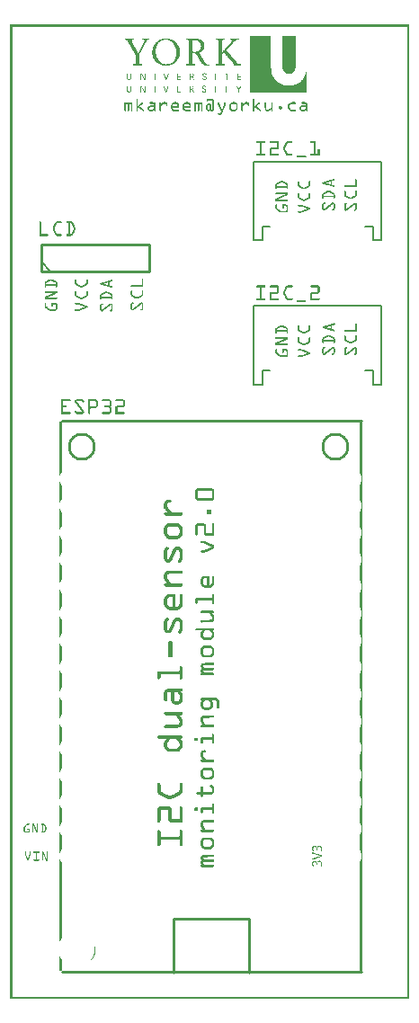
<source format=gto>
G04 MADE WITH FRITZING*
G04 WWW.FRITZING.ORG*
G04 DOUBLE SIDED*
G04 HOLES PLATED*
G04 CONTOUR ON CENTER OF CONTOUR VECTOR*
%ASAXBY*%
%FSLAX23Y23*%
%MOIN*%
%OFA0B0*%
%SFA1.0B1.0*%
%ADD10C,0.103000X0.083*%
%ADD11C,0.010000*%
%ADD12C,0.005000*%
%ADD13C,0.008000*%
%ADD14R,0.001000X0.001000*%
%LNSILK1*%
G90*
G70*
G54D10*
X265Y2048D03*
X1206Y2048D03*
G54D11*
X115Y2698D02*
X515Y2698D01*
D02*
X515Y2698D02*
X515Y2798D01*
D02*
X515Y2798D02*
X115Y2798D01*
D02*
X115Y2798D02*
X115Y2698D01*
G54D12*
D02*
X150Y2698D02*
X115Y2733D01*
G54D13*
D02*
X963Y2866D02*
X935Y2866D01*
D02*
X935Y2866D02*
X935Y2815D01*
D02*
X935Y2815D02*
X904Y2815D01*
D02*
X904Y2815D02*
X904Y3106D01*
D02*
X904Y3106D02*
X1376Y3106D01*
D02*
X1376Y3106D02*
X1376Y2815D01*
D02*
X1376Y2815D02*
X1345Y2815D01*
D02*
X1345Y2815D02*
X1345Y2866D01*
D02*
X1345Y2866D02*
X1317Y2866D01*
D02*
X963Y2330D02*
X935Y2330D01*
D02*
X935Y2330D02*
X935Y2279D01*
D02*
X935Y2279D02*
X904Y2279D01*
D02*
X904Y2279D02*
X904Y2570D01*
D02*
X904Y2570D02*
X1376Y2570D01*
D02*
X1376Y2570D02*
X1376Y2279D01*
D02*
X1376Y2279D02*
X1345Y2279D01*
D02*
X1345Y2279D02*
X1345Y2330D01*
D02*
X1345Y2330D02*
X1317Y2330D01*
G54D11*
D02*
X1301Y102D02*
X191Y102D01*
D02*
X605Y97D02*
X605Y297D01*
D02*
X887Y97D02*
X887Y297D01*
D02*
X605Y297D02*
X885Y297D01*
D02*
X191Y2143D02*
X1301Y2143D01*
G54D14*
X0Y3613D02*
X1479Y3613D01*
X0Y3612D02*
X1479Y3612D01*
X0Y3611D02*
X1479Y3611D01*
X0Y3610D02*
X1479Y3610D01*
X0Y3609D02*
X1479Y3609D01*
X0Y3608D02*
X1479Y3608D01*
X0Y3607D02*
X1479Y3607D01*
X0Y3606D02*
X1479Y3606D01*
X0Y3605D02*
X7Y3605D01*
X1472Y3605D02*
X1479Y3605D01*
X0Y3604D02*
X7Y3604D01*
X1472Y3604D02*
X1479Y3604D01*
X0Y3603D02*
X7Y3603D01*
X1472Y3603D02*
X1479Y3603D01*
X0Y3602D02*
X7Y3602D01*
X1472Y3602D02*
X1479Y3602D01*
X0Y3601D02*
X7Y3601D01*
X1472Y3601D02*
X1479Y3601D01*
X0Y3600D02*
X7Y3600D01*
X1472Y3600D02*
X1479Y3600D01*
X0Y3599D02*
X7Y3599D01*
X1472Y3599D02*
X1479Y3599D01*
X0Y3598D02*
X7Y3598D01*
X1472Y3598D02*
X1479Y3598D01*
X0Y3597D02*
X7Y3597D01*
X1472Y3597D02*
X1479Y3597D01*
X0Y3596D02*
X7Y3596D01*
X1472Y3596D02*
X1479Y3596D01*
X0Y3595D02*
X7Y3595D01*
X1472Y3595D02*
X1479Y3595D01*
X0Y3594D02*
X7Y3594D01*
X1472Y3594D02*
X1479Y3594D01*
X0Y3593D02*
X7Y3593D01*
X1472Y3593D02*
X1479Y3593D01*
X0Y3592D02*
X7Y3592D01*
X1472Y3592D02*
X1479Y3592D01*
X0Y3591D02*
X7Y3591D01*
X1472Y3591D02*
X1479Y3591D01*
X0Y3590D02*
X7Y3590D01*
X1472Y3590D02*
X1479Y3590D01*
X0Y3589D02*
X7Y3589D01*
X1472Y3589D02*
X1479Y3589D01*
X0Y3588D02*
X7Y3588D01*
X1472Y3588D02*
X1479Y3588D01*
X0Y3587D02*
X7Y3587D01*
X1472Y3587D02*
X1479Y3587D01*
X0Y3586D02*
X7Y3586D01*
X1472Y3586D02*
X1479Y3586D01*
X0Y3585D02*
X7Y3585D01*
X1472Y3585D02*
X1479Y3585D01*
X0Y3584D02*
X7Y3584D01*
X1472Y3584D02*
X1479Y3584D01*
X0Y3583D02*
X7Y3583D01*
X1472Y3583D02*
X1479Y3583D01*
X0Y3582D02*
X7Y3582D01*
X1472Y3582D02*
X1479Y3582D01*
X0Y3581D02*
X7Y3581D01*
X1472Y3581D02*
X1479Y3581D01*
X0Y3580D02*
X7Y3580D01*
X1472Y3580D02*
X1479Y3580D01*
X0Y3579D02*
X7Y3579D01*
X1472Y3579D02*
X1479Y3579D01*
X0Y3578D02*
X7Y3578D01*
X1472Y3578D02*
X1479Y3578D01*
X0Y3577D02*
X7Y3577D01*
X1472Y3577D02*
X1479Y3577D01*
X0Y3576D02*
X7Y3576D01*
X1472Y3576D02*
X1479Y3576D01*
X0Y3575D02*
X7Y3575D01*
X1472Y3575D02*
X1479Y3575D01*
X0Y3574D02*
X7Y3574D01*
X1472Y3574D02*
X1479Y3574D01*
X0Y3573D02*
X7Y3573D01*
X1472Y3573D02*
X1479Y3573D01*
X0Y3572D02*
X7Y3572D01*
X888Y3572D02*
X966Y3572D01*
X1010Y3572D02*
X1057Y3572D01*
X1472Y3572D02*
X1479Y3572D01*
X0Y3571D02*
X7Y3571D01*
X888Y3571D02*
X966Y3571D01*
X1010Y3571D02*
X1058Y3571D01*
X1472Y3571D02*
X1479Y3571D01*
X0Y3570D02*
X7Y3570D01*
X888Y3570D02*
X966Y3570D01*
X1010Y3570D02*
X1058Y3570D01*
X1472Y3570D02*
X1479Y3570D01*
X0Y3569D02*
X7Y3569D01*
X888Y3569D02*
X966Y3569D01*
X1010Y3569D02*
X1058Y3569D01*
X1472Y3569D02*
X1479Y3569D01*
X0Y3568D02*
X7Y3568D01*
X888Y3568D02*
X966Y3568D01*
X1010Y3568D02*
X1058Y3568D01*
X1472Y3568D02*
X1479Y3568D01*
X0Y3567D02*
X7Y3567D01*
X888Y3567D02*
X966Y3567D01*
X1010Y3567D02*
X1058Y3567D01*
X1472Y3567D02*
X1479Y3567D01*
X0Y3566D02*
X7Y3566D01*
X888Y3566D02*
X966Y3566D01*
X1010Y3566D02*
X1058Y3566D01*
X1472Y3566D02*
X1479Y3566D01*
X0Y3565D02*
X7Y3565D01*
X888Y3565D02*
X966Y3565D01*
X1010Y3565D02*
X1058Y3565D01*
X1472Y3565D02*
X1479Y3565D01*
X0Y3564D02*
X7Y3564D01*
X888Y3564D02*
X966Y3564D01*
X1010Y3564D02*
X1058Y3564D01*
X1472Y3564D02*
X1479Y3564D01*
X0Y3563D02*
X7Y3563D01*
X888Y3563D02*
X966Y3563D01*
X1010Y3563D02*
X1058Y3563D01*
X1472Y3563D02*
X1479Y3563D01*
X0Y3562D02*
X7Y3562D01*
X572Y3562D02*
X585Y3562D01*
X888Y3562D02*
X966Y3562D01*
X1010Y3562D02*
X1058Y3562D01*
X1472Y3562D02*
X1479Y3562D01*
X0Y3561D02*
X7Y3561D01*
X566Y3561D02*
X590Y3561D01*
X888Y3561D02*
X966Y3561D01*
X1010Y3561D02*
X1058Y3561D01*
X1472Y3561D02*
X1479Y3561D01*
X0Y3560D02*
X7Y3560D01*
X425Y3560D02*
X458Y3560D01*
X490Y3560D02*
X516Y3560D01*
X563Y3560D02*
X593Y3560D01*
X652Y3560D02*
X698Y3560D01*
X762Y3560D02*
X796Y3560D01*
X815Y3560D02*
X847Y3560D01*
X888Y3560D02*
X966Y3560D01*
X1010Y3560D02*
X1058Y3560D01*
X1472Y3560D02*
X1479Y3560D01*
X0Y3559D02*
X7Y3559D01*
X425Y3559D02*
X458Y3559D01*
X490Y3559D02*
X516Y3559D01*
X560Y3559D02*
X596Y3559D01*
X652Y3559D02*
X702Y3559D01*
X762Y3559D02*
X796Y3559D01*
X815Y3559D02*
X847Y3559D01*
X888Y3559D02*
X966Y3559D01*
X1010Y3559D02*
X1058Y3559D01*
X1472Y3559D02*
X1479Y3559D01*
X0Y3558D02*
X7Y3558D01*
X425Y3558D02*
X458Y3558D01*
X490Y3558D02*
X516Y3558D01*
X557Y3558D02*
X599Y3558D01*
X652Y3558D02*
X704Y3558D01*
X762Y3558D02*
X796Y3558D01*
X815Y3558D02*
X847Y3558D01*
X888Y3558D02*
X966Y3558D01*
X1010Y3558D02*
X1058Y3558D01*
X1472Y3558D02*
X1479Y3558D01*
X0Y3557D02*
X7Y3557D01*
X425Y3557D02*
X458Y3557D01*
X490Y3557D02*
X516Y3557D01*
X555Y3557D02*
X601Y3557D01*
X652Y3557D02*
X706Y3557D01*
X762Y3557D02*
X796Y3557D01*
X815Y3557D02*
X847Y3557D01*
X888Y3557D02*
X966Y3557D01*
X1010Y3557D02*
X1058Y3557D01*
X1472Y3557D02*
X1479Y3557D01*
X0Y3556D02*
X7Y3556D01*
X431Y3556D02*
X453Y3556D01*
X497Y3556D02*
X509Y3556D01*
X553Y3556D02*
X569Y3556D01*
X585Y3556D02*
X603Y3556D01*
X659Y3556D02*
X708Y3556D01*
X768Y3556D02*
X788Y3556D01*
X821Y3556D02*
X839Y3556D01*
X888Y3556D02*
X966Y3556D01*
X1010Y3556D02*
X1058Y3556D01*
X1472Y3556D02*
X1479Y3556D01*
X0Y3555D02*
X7Y3555D01*
X433Y3555D02*
X452Y3555D01*
X498Y3555D02*
X507Y3555D01*
X552Y3555D02*
X565Y3555D01*
X589Y3555D02*
X604Y3555D01*
X660Y3555D02*
X675Y3555D01*
X690Y3555D02*
X709Y3555D01*
X770Y3555D02*
X787Y3555D01*
X822Y3555D02*
X837Y3555D01*
X888Y3555D02*
X966Y3555D01*
X1010Y3555D02*
X1058Y3555D01*
X1472Y3555D02*
X1479Y3555D01*
X0Y3554D02*
X7Y3554D01*
X434Y3554D02*
X451Y3554D01*
X498Y3554D02*
X506Y3554D01*
X550Y3554D02*
X562Y3554D01*
X591Y3554D02*
X606Y3554D01*
X661Y3554D02*
X675Y3554D01*
X693Y3554D02*
X711Y3554D01*
X771Y3554D02*
X786Y3554D01*
X822Y3554D02*
X835Y3554D01*
X888Y3554D02*
X966Y3554D01*
X1010Y3554D02*
X1058Y3554D01*
X1472Y3554D02*
X1479Y3554D01*
X0Y3553D02*
X7Y3553D01*
X435Y3553D02*
X451Y3553D01*
X498Y3553D02*
X506Y3553D01*
X549Y3553D02*
X560Y3553D01*
X593Y3553D02*
X607Y3553D01*
X662Y3553D02*
X675Y3553D01*
X696Y3553D02*
X712Y3553D01*
X772Y3553D02*
X786Y3553D01*
X822Y3553D02*
X834Y3553D01*
X888Y3553D02*
X966Y3553D01*
X1010Y3553D02*
X1058Y3553D01*
X1472Y3553D02*
X1479Y3553D01*
X0Y3552D02*
X7Y3552D01*
X436Y3552D02*
X451Y3552D01*
X498Y3552D02*
X505Y3552D01*
X547Y3552D02*
X558Y3552D01*
X595Y3552D02*
X609Y3552D01*
X662Y3552D02*
X675Y3552D01*
X697Y3552D02*
X713Y3552D01*
X772Y3552D02*
X785Y3552D01*
X822Y3552D02*
X832Y3552D01*
X888Y3552D02*
X966Y3552D01*
X1010Y3552D02*
X1058Y3552D01*
X1472Y3552D02*
X1479Y3552D01*
X0Y3551D02*
X7Y3551D01*
X437Y3551D02*
X451Y3551D01*
X498Y3551D02*
X504Y3551D01*
X546Y3551D02*
X556Y3551D01*
X597Y3551D02*
X610Y3551D01*
X663Y3551D02*
X675Y3551D01*
X699Y3551D02*
X713Y3551D01*
X773Y3551D02*
X785Y3551D01*
X822Y3551D02*
X831Y3551D01*
X888Y3551D02*
X966Y3551D01*
X1010Y3551D02*
X1058Y3551D01*
X1472Y3551D02*
X1479Y3551D01*
X0Y3550D02*
X7Y3550D01*
X437Y3550D02*
X451Y3550D01*
X497Y3550D02*
X504Y3550D01*
X545Y3550D02*
X555Y3550D01*
X598Y3550D02*
X611Y3550D01*
X663Y3550D02*
X675Y3550D01*
X700Y3550D02*
X714Y3550D01*
X773Y3550D02*
X785Y3550D01*
X821Y3550D02*
X830Y3550D01*
X888Y3550D02*
X966Y3550D01*
X1010Y3550D02*
X1058Y3550D01*
X1472Y3550D02*
X1479Y3550D01*
X0Y3549D02*
X7Y3549D01*
X438Y3549D02*
X452Y3549D01*
X497Y3549D02*
X503Y3549D01*
X544Y3549D02*
X554Y3549D01*
X599Y3549D02*
X612Y3549D01*
X663Y3549D02*
X675Y3549D01*
X701Y3549D02*
X715Y3549D01*
X773Y3549D02*
X785Y3549D01*
X820Y3549D02*
X829Y3549D01*
X888Y3549D02*
X966Y3549D01*
X1010Y3549D02*
X1058Y3549D01*
X1472Y3549D02*
X1479Y3549D01*
X0Y3548D02*
X7Y3548D01*
X438Y3548D02*
X452Y3548D01*
X497Y3548D02*
X503Y3548D01*
X543Y3548D02*
X553Y3548D01*
X601Y3548D02*
X613Y3548D01*
X663Y3548D02*
X675Y3548D01*
X702Y3548D02*
X715Y3548D01*
X773Y3548D02*
X785Y3548D01*
X820Y3548D02*
X828Y3548D01*
X888Y3548D02*
X966Y3548D01*
X1010Y3548D02*
X1058Y3548D01*
X1472Y3548D02*
X1479Y3548D01*
X0Y3547D02*
X7Y3547D01*
X439Y3547D02*
X453Y3547D01*
X496Y3547D02*
X502Y3547D01*
X542Y3547D02*
X551Y3547D01*
X602Y3547D02*
X614Y3547D01*
X663Y3547D02*
X675Y3547D01*
X702Y3547D02*
X716Y3547D01*
X773Y3547D02*
X785Y3547D01*
X819Y3547D02*
X827Y3547D01*
X888Y3547D02*
X966Y3547D01*
X1010Y3547D02*
X1058Y3547D01*
X1472Y3547D02*
X1479Y3547D01*
X0Y3546D02*
X7Y3546D01*
X440Y3546D02*
X453Y3546D01*
X496Y3546D02*
X501Y3546D01*
X541Y3546D02*
X550Y3546D01*
X603Y3546D02*
X615Y3546D01*
X663Y3546D02*
X675Y3546D01*
X703Y3546D02*
X717Y3546D01*
X773Y3546D02*
X785Y3546D01*
X818Y3546D02*
X826Y3546D01*
X888Y3546D02*
X966Y3546D01*
X1010Y3546D02*
X1058Y3546D01*
X1472Y3546D02*
X1479Y3546D01*
X0Y3545D02*
X7Y3545D01*
X440Y3545D02*
X453Y3545D01*
X495Y3545D02*
X501Y3545D01*
X540Y3545D02*
X550Y3545D01*
X604Y3545D02*
X616Y3545D01*
X663Y3545D02*
X675Y3545D01*
X704Y3545D02*
X717Y3545D01*
X773Y3545D02*
X784Y3545D01*
X817Y3545D02*
X826Y3545D01*
X888Y3545D02*
X966Y3545D01*
X1010Y3545D02*
X1058Y3545D01*
X1472Y3545D02*
X1479Y3545D01*
X0Y3544D02*
X7Y3544D01*
X441Y3544D02*
X454Y3544D01*
X495Y3544D02*
X500Y3544D01*
X539Y3544D02*
X549Y3544D01*
X604Y3544D02*
X617Y3544D01*
X663Y3544D02*
X675Y3544D01*
X704Y3544D02*
X717Y3544D01*
X773Y3544D02*
X784Y3544D01*
X816Y3544D02*
X825Y3544D01*
X888Y3544D02*
X966Y3544D01*
X1010Y3544D02*
X1058Y3544D01*
X1472Y3544D02*
X1479Y3544D01*
X0Y3543D02*
X7Y3543D01*
X441Y3543D02*
X454Y3543D01*
X494Y3543D02*
X500Y3543D01*
X538Y3543D02*
X548Y3543D01*
X605Y3543D02*
X618Y3543D01*
X663Y3543D02*
X675Y3543D01*
X705Y3543D02*
X718Y3543D01*
X773Y3543D02*
X784Y3543D01*
X815Y3543D02*
X824Y3543D01*
X888Y3543D02*
X966Y3543D01*
X1010Y3543D02*
X1058Y3543D01*
X1472Y3543D02*
X1479Y3543D01*
X0Y3542D02*
X7Y3542D01*
X442Y3542D02*
X455Y3542D01*
X494Y3542D02*
X499Y3542D01*
X537Y3542D02*
X547Y3542D01*
X606Y3542D02*
X619Y3542D01*
X663Y3542D02*
X675Y3542D01*
X705Y3542D02*
X718Y3542D01*
X773Y3542D02*
X784Y3542D01*
X815Y3542D02*
X823Y3542D01*
X888Y3542D02*
X966Y3542D01*
X1010Y3542D02*
X1058Y3542D01*
X1472Y3542D02*
X1479Y3542D01*
X0Y3541D02*
X7Y3541D01*
X442Y3541D02*
X456Y3541D01*
X493Y3541D02*
X499Y3541D01*
X536Y3541D02*
X547Y3541D01*
X607Y3541D02*
X620Y3541D01*
X663Y3541D02*
X675Y3541D01*
X706Y3541D02*
X718Y3541D01*
X773Y3541D02*
X784Y3541D01*
X814Y3541D02*
X822Y3541D01*
X888Y3541D02*
X966Y3541D01*
X1010Y3541D02*
X1058Y3541D01*
X1472Y3541D02*
X1479Y3541D01*
X0Y3540D02*
X7Y3540D01*
X443Y3540D02*
X456Y3540D01*
X493Y3540D02*
X498Y3540D01*
X536Y3540D02*
X546Y3540D01*
X607Y3540D02*
X620Y3540D01*
X663Y3540D02*
X675Y3540D01*
X706Y3540D02*
X719Y3540D01*
X773Y3540D02*
X784Y3540D01*
X813Y3540D02*
X821Y3540D01*
X888Y3540D02*
X966Y3540D01*
X1010Y3540D02*
X1058Y3540D01*
X1472Y3540D02*
X1479Y3540D01*
X0Y3539D02*
X7Y3539D01*
X443Y3539D02*
X457Y3539D01*
X492Y3539D02*
X498Y3539D01*
X535Y3539D02*
X545Y3539D01*
X608Y3539D02*
X621Y3539D01*
X663Y3539D02*
X675Y3539D01*
X707Y3539D02*
X719Y3539D01*
X773Y3539D02*
X784Y3539D01*
X812Y3539D02*
X820Y3539D01*
X888Y3539D02*
X966Y3539D01*
X1010Y3539D02*
X1058Y3539D01*
X1472Y3539D02*
X1479Y3539D01*
X0Y3538D02*
X7Y3538D01*
X444Y3538D02*
X457Y3538D01*
X491Y3538D02*
X497Y3538D01*
X534Y3538D02*
X545Y3538D01*
X609Y3538D02*
X622Y3538D01*
X663Y3538D02*
X675Y3538D01*
X707Y3538D02*
X719Y3538D01*
X773Y3538D02*
X784Y3538D01*
X811Y3538D02*
X819Y3538D01*
X888Y3538D02*
X966Y3538D01*
X1010Y3538D02*
X1058Y3538D01*
X1472Y3538D02*
X1479Y3538D01*
X0Y3537D02*
X7Y3537D01*
X445Y3537D02*
X458Y3537D01*
X491Y3537D02*
X497Y3537D01*
X534Y3537D02*
X544Y3537D01*
X609Y3537D02*
X622Y3537D01*
X663Y3537D02*
X675Y3537D01*
X707Y3537D02*
X719Y3537D01*
X773Y3537D02*
X784Y3537D01*
X810Y3537D02*
X818Y3537D01*
X888Y3537D02*
X966Y3537D01*
X1010Y3537D02*
X1058Y3537D01*
X1472Y3537D02*
X1479Y3537D01*
X0Y3536D02*
X7Y3536D01*
X445Y3536D02*
X458Y3536D01*
X490Y3536D02*
X496Y3536D01*
X533Y3536D02*
X544Y3536D01*
X610Y3536D02*
X623Y3536D01*
X663Y3536D02*
X675Y3536D01*
X707Y3536D02*
X719Y3536D01*
X773Y3536D02*
X784Y3536D01*
X809Y3536D02*
X817Y3536D01*
X888Y3536D02*
X966Y3536D01*
X1010Y3536D02*
X1058Y3536D01*
X1472Y3536D02*
X1479Y3536D01*
X0Y3535D02*
X7Y3535D01*
X446Y3535D02*
X459Y3535D01*
X490Y3535D02*
X496Y3535D01*
X533Y3535D02*
X544Y3535D01*
X610Y3535D02*
X623Y3535D01*
X663Y3535D02*
X675Y3535D01*
X707Y3535D02*
X719Y3535D01*
X773Y3535D02*
X784Y3535D01*
X808Y3535D02*
X816Y3535D01*
X888Y3535D02*
X966Y3535D01*
X1010Y3535D02*
X1058Y3535D01*
X1472Y3535D02*
X1479Y3535D01*
X0Y3534D02*
X7Y3534D01*
X446Y3534D02*
X459Y3534D01*
X489Y3534D02*
X495Y3534D01*
X532Y3534D02*
X543Y3534D01*
X611Y3534D02*
X624Y3534D01*
X663Y3534D02*
X675Y3534D01*
X707Y3534D02*
X719Y3534D01*
X773Y3534D02*
X784Y3534D01*
X807Y3534D02*
X815Y3534D01*
X888Y3534D02*
X966Y3534D01*
X1010Y3534D02*
X1058Y3534D01*
X1472Y3534D02*
X1479Y3534D01*
X0Y3533D02*
X7Y3533D01*
X447Y3533D02*
X460Y3533D01*
X489Y3533D02*
X494Y3533D01*
X532Y3533D02*
X543Y3533D01*
X611Y3533D02*
X624Y3533D01*
X663Y3533D02*
X675Y3533D01*
X708Y3533D02*
X719Y3533D01*
X773Y3533D02*
X784Y3533D01*
X806Y3533D02*
X814Y3533D01*
X888Y3533D02*
X966Y3533D01*
X1010Y3533D02*
X1058Y3533D01*
X1472Y3533D02*
X1479Y3533D01*
X0Y3532D02*
X7Y3532D01*
X447Y3532D02*
X461Y3532D01*
X488Y3532D02*
X494Y3532D01*
X531Y3532D02*
X542Y3532D01*
X612Y3532D02*
X625Y3532D01*
X663Y3532D02*
X675Y3532D01*
X708Y3532D02*
X719Y3532D01*
X773Y3532D02*
X784Y3532D01*
X806Y3532D02*
X813Y3532D01*
X888Y3532D02*
X966Y3532D01*
X1010Y3532D02*
X1058Y3532D01*
X1472Y3532D02*
X1479Y3532D01*
X0Y3531D02*
X7Y3531D01*
X448Y3531D02*
X461Y3531D01*
X488Y3531D02*
X493Y3531D01*
X531Y3531D02*
X542Y3531D01*
X612Y3531D02*
X625Y3531D01*
X663Y3531D02*
X675Y3531D01*
X708Y3531D02*
X719Y3531D01*
X773Y3531D02*
X784Y3531D01*
X805Y3531D02*
X812Y3531D01*
X888Y3531D02*
X966Y3531D01*
X1010Y3531D02*
X1058Y3531D01*
X1472Y3531D02*
X1479Y3531D01*
X0Y3530D02*
X7Y3530D01*
X448Y3530D02*
X462Y3530D01*
X487Y3530D02*
X493Y3530D01*
X531Y3530D02*
X542Y3530D01*
X613Y3530D02*
X626Y3530D01*
X663Y3530D02*
X675Y3530D01*
X707Y3530D02*
X719Y3530D01*
X773Y3530D02*
X784Y3530D01*
X804Y3530D02*
X811Y3530D01*
X888Y3530D02*
X966Y3530D01*
X1010Y3530D02*
X1058Y3530D01*
X1472Y3530D02*
X1479Y3530D01*
X0Y3529D02*
X7Y3529D01*
X449Y3529D02*
X462Y3529D01*
X487Y3529D02*
X492Y3529D01*
X530Y3529D02*
X542Y3529D01*
X613Y3529D02*
X626Y3529D01*
X663Y3529D02*
X675Y3529D01*
X707Y3529D02*
X719Y3529D01*
X773Y3529D02*
X784Y3529D01*
X803Y3529D02*
X810Y3529D01*
X888Y3529D02*
X966Y3529D01*
X1010Y3529D02*
X1058Y3529D01*
X1472Y3529D02*
X1479Y3529D01*
X0Y3528D02*
X7Y3528D01*
X450Y3528D02*
X463Y3528D01*
X486Y3528D02*
X492Y3528D01*
X530Y3528D02*
X541Y3528D01*
X613Y3528D02*
X626Y3528D01*
X663Y3528D02*
X675Y3528D01*
X707Y3528D02*
X718Y3528D01*
X773Y3528D02*
X784Y3528D01*
X802Y3528D02*
X809Y3528D01*
X888Y3528D02*
X966Y3528D01*
X1010Y3528D02*
X1058Y3528D01*
X1472Y3528D02*
X1479Y3528D01*
X0Y3527D02*
X7Y3527D01*
X450Y3527D02*
X463Y3527D01*
X486Y3527D02*
X491Y3527D01*
X529Y3527D02*
X541Y3527D01*
X614Y3527D02*
X627Y3527D01*
X663Y3527D02*
X675Y3527D01*
X707Y3527D02*
X718Y3527D01*
X773Y3527D02*
X784Y3527D01*
X801Y3527D02*
X808Y3527D01*
X888Y3527D02*
X966Y3527D01*
X1010Y3527D02*
X1058Y3527D01*
X1472Y3527D02*
X1479Y3527D01*
X0Y3526D02*
X7Y3526D01*
X451Y3526D02*
X464Y3526D01*
X485Y3526D02*
X491Y3526D01*
X529Y3526D02*
X541Y3526D01*
X614Y3526D02*
X627Y3526D01*
X663Y3526D02*
X675Y3526D01*
X707Y3526D02*
X718Y3526D01*
X773Y3526D02*
X784Y3526D01*
X800Y3526D02*
X807Y3526D01*
X888Y3526D02*
X966Y3526D01*
X1010Y3526D02*
X1058Y3526D01*
X1472Y3526D02*
X1479Y3526D01*
X0Y3525D02*
X7Y3525D01*
X451Y3525D02*
X464Y3525D01*
X485Y3525D02*
X490Y3525D01*
X529Y3525D02*
X541Y3525D01*
X614Y3525D02*
X627Y3525D01*
X663Y3525D02*
X675Y3525D01*
X706Y3525D02*
X718Y3525D01*
X773Y3525D02*
X784Y3525D01*
X799Y3525D02*
X806Y3525D01*
X888Y3525D02*
X966Y3525D01*
X1010Y3525D02*
X1058Y3525D01*
X1472Y3525D02*
X1479Y3525D01*
X0Y3524D02*
X7Y3524D01*
X452Y3524D02*
X465Y3524D01*
X484Y3524D02*
X490Y3524D01*
X529Y3524D02*
X540Y3524D01*
X614Y3524D02*
X628Y3524D01*
X663Y3524D02*
X675Y3524D01*
X706Y3524D02*
X717Y3524D01*
X773Y3524D02*
X784Y3524D01*
X798Y3524D02*
X806Y3524D01*
X888Y3524D02*
X966Y3524D01*
X1010Y3524D02*
X1058Y3524D01*
X1472Y3524D02*
X1479Y3524D01*
X0Y3523D02*
X7Y3523D01*
X452Y3523D02*
X466Y3523D01*
X484Y3523D02*
X489Y3523D01*
X528Y3523D02*
X540Y3523D01*
X615Y3523D02*
X628Y3523D01*
X663Y3523D02*
X675Y3523D01*
X706Y3523D02*
X717Y3523D01*
X773Y3523D02*
X784Y3523D01*
X797Y3523D02*
X805Y3523D01*
X888Y3523D02*
X966Y3523D01*
X1010Y3523D02*
X1058Y3523D01*
X1472Y3523D02*
X1479Y3523D01*
X0Y3522D02*
X7Y3522D01*
X453Y3522D02*
X466Y3522D01*
X483Y3522D02*
X489Y3522D01*
X528Y3522D02*
X540Y3522D01*
X615Y3522D02*
X628Y3522D01*
X663Y3522D02*
X675Y3522D01*
X705Y3522D02*
X716Y3522D01*
X773Y3522D02*
X784Y3522D01*
X797Y3522D02*
X804Y3522D01*
X888Y3522D02*
X966Y3522D01*
X1010Y3522D02*
X1058Y3522D01*
X1472Y3522D02*
X1479Y3522D01*
X0Y3521D02*
X7Y3521D01*
X454Y3521D02*
X467Y3521D01*
X483Y3521D02*
X488Y3521D01*
X528Y3521D02*
X540Y3521D01*
X615Y3521D02*
X628Y3521D01*
X663Y3521D02*
X675Y3521D01*
X704Y3521D02*
X716Y3521D01*
X773Y3521D02*
X784Y3521D01*
X796Y3521D02*
X803Y3521D01*
X888Y3521D02*
X966Y3521D01*
X1010Y3521D02*
X1058Y3521D01*
X1472Y3521D02*
X1479Y3521D01*
X0Y3520D02*
X7Y3520D01*
X454Y3520D02*
X467Y3520D01*
X482Y3520D02*
X487Y3520D01*
X528Y3520D02*
X540Y3520D01*
X615Y3520D02*
X628Y3520D01*
X663Y3520D02*
X675Y3520D01*
X704Y3520D02*
X715Y3520D01*
X773Y3520D02*
X784Y3520D01*
X795Y3520D02*
X802Y3520D01*
X888Y3520D02*
X966Y3520D01*
X1010Y3520D02*
X1058Y3520D01*
X1472Y3520D02*
X1479Y3520D01*
X0Y3519D02*
X7Y3519D01*
X455Y3519D02*
X468Y3519D01*
X482Y3519D02*
X487Y3519D01*
X528Y3519D02*
X540Y3519D01*
X616Y3519D02*
X629Y3519D01*
X663Y3519D02*
X675Y3519D01*
X703Y3519D02*
X714Y3519D01*
X773Y3519D02*
X784Y3519D01*
X794Y3519D02*
X801Y3519D01*
X888Y3519D02*
X966Y3519D01*
X1010Y3519D02*
X1058Y3519D01*
X1472Y3519D02*
X1479Y3519D01*
X0Y3518D02*
X7Y3518D01*
X455Y3518D02*
X468Y3518D01*
X481Y3518D02*
X486Y3518D01*
X527Y3518D02*
X540Y3518D01*
X616Y3518D02*
X629Y3518D01*
X663Y3518D02*
X675Y3518D01*
X702Y3518D02*
X713Y3518D01*
X773Y3518D02*
X784Y3518D01*
X793Y3518D02*
X801Y3518D01*
X888Y3518D02*
X966Y3518D01*
X1010Y3518D02*
X1058Y3518D01*
X1472Y3518D02*
X1479Y3518D01*
X0Y3517D02*
X7Y3517D01*
X456Y3517D02*
X469Y3517D01*
X480Y3517D02*
X486Y3517D01*
X527Y3517D02*
X540Y3517D01*
X616Y3517D02*
X629Y3517D01*
X663Y3517D02*
X675Y3517D01*
X701Y3517D02*
X713Y3517D01*
X773Y3517D02*
X784Y3517D01*
X792Y3517D02*
X802Y3517D01*
X888Y3517D02*
X966Y3517D01*
X1010Y3517D02*
X1058Y3517D01*
X1472Y3517D02*
X1479Y3517D01*
X0Y3516D02*
X7Y3516D01*
X456Y3516D02*
X469Y3516D01*
X480Y3516D02*
X485Y3516D01*
X527Y3516D02*
X540Y3516D01*
X616Y3516D02*
X629Y3516D01*
X663Y3516D02*
X675Y3516D01*
X699Y3516D02*
X712Y3516D01*
X773Y3516D02*
X784Y3516D01*
X791Y3516D02*
X803Y3516D01*
X888Y3516D02*
X966Y3516D01*
X1010Y3516D02*
X1058Y3516D01*
X1472Y3516D02*
X1479Y3516D01*
X0Y3515D02*
X7Y3515D01*
X457Y3515D02*
X470Y3515D01*
X479Y3515D02*
X485Y3515D01*
X527Y3515D02*
X540Y3515D01*
X616Y3515D02*
X629Y3515D01*
X663Y3515D02*
X675Y3515D01*
X697Y3515D02*
X710Y3515D01*
X773Y3515D02*
X784Y3515D01*
X790Y3515D02*
X804Y3515D01*
X888Y3515D02*
X966Y3515D01*
X1010Y3515D02*
X1058Y3515D01*
X1472Y3515D02*
X1479Y3515D01*
X0Y3514D02*
X7Y3514D01*
X457Y3514D02*
X471Y3514D01*
X479Y3514D02*
X484Y3514D01*
X527Y3514D02*
X540Y3514D01*
X616Y3514D02*
X629Y3514D01*
X663Y3514D02*
X675Y3514D01*
X695Y3514D02*
X709Y3514D01*
X773Y3514D02*
X784Y3514D01*
X789Y3514D02*
X805Y3514D01*
X888Y3514D02*
X966Y3514D01*
X1010Y3514D02*
X1058Y3514D01*
X1472Y3514D02*
X1479Y3514D01*
X0Y3513D02*
X7Y3513D01*
X458Y3513D02*
X471Y3513D01*
X478Y3513D02*
X484Y3513D01*
X527Y3513D02*
X540Y3513D01*
X616Y3513D02*
X629Y3513D01*
X663Y3513D02*
X677Y3513D01*
X690Y3513D02*
X708Y3513D01*
X773Y3513D02*
X784Y3513D01*
X789Y3513D02*
X806Y3513D01*
X888Y3513D02*
X966Y3513D01*
X1010Y3513D02*
X1058Y3513D01*
X1472Y3513D02*
X1479Y3513D01*
X0Y3512D02*
X7Y3512D01*
X459Y3512D02*
X472Y3512D01*
X478Y3512D02*
X483Y3512D01*
X527Y3512D02*
X540Y3512D01*
X616Y3512D02*
X629Y3512D01*
X663Y3512D02*
X706Y3512D01*
X773Y3512D02*
X784Y3512D01*
X788Y3512D02*
X806Y3512D01*
X888Y3512D02*
X966Y3512D01*
X1010Y3512D02*
X1058Y3512D01*
X1472Y3512D02*
X1479Y3512D01*
X0Y3511D02*
X7Y3511D01*
X459Y3511D02*
X472Y3511D01*
X477Y3511D02*
X483Y3511D01*
X527Y3511D02*
X540Y3511D01*
X616Y3511D02*
X629Y3511D01*
X663Y3511D02*
X704Y3511D01*
X773Y3511D02*
X784Y3511D01*
X787Y3511D02*
X807Y3511D01*
X888Y3511D02*
X966Y3511D01*
X1010Y3511D02*
X1058Y3511D01*
X1472Y3511D02*
X1479Y3511D01*
X0Y3510D02*
X7Y3510D01*
X460Y3510D02*
X473Y3510D01*
X477Y3510D02*
X482Y3510D01*
X527Y3510D02*
X540Y3510D01*
X616Y3510D02*
X629Y3510D01*
X663Y3510D02*
X701Y3510D01*
X773Y3510D02*
X808Y3510D01*
X888Y3510D02*
X966Y3510D01*
X1010Y3510D02*
X1058Y3510D01*
X1472Y3510D02*
X1479Y3510D01*
X0Y3509D02*
X7Y3509D01*
X460Y3509D02*
X473Y3509D01*
X476Y3509D02*
X482Y3509D01*
X527Y3509D02*
X540Y3509D01*
X616Y3509D02*
X629Y3509D01*
X663Y3509D02*
X700Y3509D01*
X773Y3509D02*
X791Y3509D01*
X793Y3509D02*
X809Y3509D01*
X888Y3509D02*
X966Y3509D01*
X1010Y3509D02*
X1058Y3509D01*
X1472Y3509D02*
X1479Y3509D01*
X0Y3508D02*
X7Y3508D01*
X461Y3508D02*
X474Y3508D01*
X476Y3508D02*
X481Y3508D01*
X527Y3508D02*
X540Y3508D01*
X616Y3508D02*
X629Y3508D01*
X663Y3508D02*
X700Y3508D01*
X773Y3508D02*
X790Y3508D01*
X794Y3508D02*
X810Y3508D01*
X888Y3508D02*
X966Y3508D01*
X1010Y3508D02*
X1058Y3508D01*
X1472Y3508D02*
X1479Y3508D01*
X0Y3507D02*
X7Y3507D01*
X461Y3507D02*
X481Y3507D01*
X527Y3507D02*
X540Y3507D01*
X616Y3507D02*
X629Y3507D01*
X663Y3507D02*
X675Y3507D01*
X682Y3507D02*
X701Y3507D01*
X773Y3507D02*
X789Y3507D01*
X795Y3507D02*
X811Y3507D01*
X888Y3507D02*
X966Y3507D01*
X1010Y3507D02*
X1058Y3507D01*
X1472Y3507D02*
X1479Y3507D01*
X0Y3506D02*
X7Y3506D01*
X462Y3506D02*
X480Y3506D01*
X527Y3506D02*
X540Y3506D01*
X616Y3506D02*
X629Y3506D01*
X663Y3506D02*
X675Y3506D01*
X687Y3506D02*
X702Y3506D01*
X773Y3506D02*
X788Y3506D01*
X796Y3506D02*
X811Y3506D01*
X888Y3506D02*
X966Y3506D01*
X1010Y3506D02*
X1058Y3506D01*
X1472Y3506D02*
X1479Y3506D01*
X0Y3505D02*
X7Y3505D01*
X462Y3505D02*
X479Y3505D01*
X527Y3505D02*
X540Y3505D01*
X616Y3505D02*
X629Y3505D01*
X663Y3505D02*
X675Y3505D01*
X688Y3505D02*
X702Y3505D01*
X773Y3505D02*
X787Y3505D01*
X797Y3505D02*
X812Y3505D01*
X888Y3505D02*
X966Y3505D01*
X1010Y3505D02*
X1058Y3505D01*
X1472Y3505D02*
X1479Y3505D01*
X0Y3504D02*
X7Y3504D01*
X463Y3504D02*
X479Y3504D01*
X527Y3504D02*
X540Y3504D01*
X616Y3504D02*
X628Y3504D01*
X663Y3504D02*
X675Y3504D01*
X689Y3504D02*
X703Y3504D01*
X773Y3504D02*
X786Y3504D01*
X798Y3504D02*
X813Y3504D01*
X888Y3504D02*
X966Y3504D01*
X1010Y3504D02*
X1058Y3504D01*
X1472Y3504D02*
X1479Y3504D01*
X0Y3503D02*
X7Y3503D01*
X464Y3503D02*
X478Y3503D01*
X527Y3503D02*
X541Y3503D01*
X616Y3503D02*
X628Y3503D01*
X663Y3503D02*
X675Y3503D01*
X690Y3503D02*
X704Y3503D01*
X773Y3503D02*
X785Y3503D01*
X799Y3503D02*
X814Y3503D01*
X888Y3503D02*
X966Y3503D01*
X1010Y3503D02*
X1058Y3503D01*
X1472Y3503D02*
X1479Y3503D01*
X0Y3502D02*
X7Y3502D01*
X464Y3502D02*
X478Y3502D01*
X528Y3502D02*
X541Y3502D01*
X616Y3502D02*
X628Y3502D01*
X663Y3502D02*
X675Y3502D01*
X691Y3502D02*
X704Y3502D01*
X773Y3502D02*
X784Y3502D01*
X800Y3502D02*
X815Y3502D01*
X888Y3502D02*
X966Y3502D01*
X1010Y3502D02*
X1058Y3502D01*
X1472Y3502D02*
X1479Y3502D01*
X0Y3501D02*
X7Y3501D01*
X465Y3501D02*
X477Y3501D01*
X528Y3501D02*
X541Y3501D01*
X616Y3501D02*
X628Y3501D01*
X663Y3501D02*
X675Y3501D01*
X692Y3501D02*
X705Y3501D01*
X773Y3501D02*
X784Y3501D01*
X800Y3501D02*
X816Y3501D01*
X888Y3501D02*
X966Y3501D01*
X1010Y3501D02*
X1058Y3501D01*
X1472Y3501D02*
X1479Y3501D01*
X0Y3500D02*
X7Y3500D01*
X465Y3500D02*
X477Y3500D01*
X528Y3500D02*
X541Y3500D01*
X616Y3500D02*
X628Y3500D01*
X663Y3500D02*
X675Y3500D01*
X692Y3500D02*
X705Y3500D01*
X773Y3500D02*
X784Y3500D01*
X801Y3500D02*
X817Y3500D01*
X888Y3500D02*
X966Y3500D01*
X1010Y3500D02*
X1058Y3500D01*
X1472Y3500D02*
X1479Y3500D01*
X0Y3499D02*
X7Y3499D01*
X466Y3499D02*
X477Y3499D01*
X528Y3499D02*
X541Y3499D01*
X615Y3499D02*
X627Y3499D01*
X663Y3499D02*
X675Y3499D01*
X693Y3499D02*
X706Y3499D01*
X773Y3499D02*
X784Y3499D01*
X802Y3499D02*
X817Y3499D01*
X888Y3499D02*
X966Y3499D01*
X1010Y3499D02*
X1058Y3499D01*
X1472Y3499D02*
X1479Y3499D01*
X0Y3498D02*
X7Y3498D01*
X466Y3498D02*
X477Y3498D01*
X528Y3498D02*
X542Y3498D01*
X615Y3498D02*
X627Y3498D01*
X663Y3498D02*
X675Y3498D01*
X693Y3498D02*
X707Y3498D01*
X773Y3498D02*
X784Y3498D01*
X803Y3498D02*
X818Y3498D01*
X888Y3498D02*
X966Y3498D01*
X1010Y3498D02*
X1058Y3498D01*
X1472Y3498D02*
X1479Y3498D01*
X0Y3497D02*
X7Y3497D01*
X466Y3497D02*
X477Y3497D01*
X529Y3497D02*
X542Y3497D01*
X615Y3497D02*
X627Y3497D01*
X663Y3497D02*
X675Y3497D01*
X694Y3497D02*
X707Y3497D01*
X773Y3497D02*
X784Y3497D01*
X804Y3497D02*
X819Y3497D01*
X888Y3497D02*
X966Y3497D01*
X1010Y3497D02*
X1058Y3497D01*
X1472Y3497D02*
X1479Y3497D01*
X0Y3496D02*
X7Y3496D01*
X466Y3496D02*
X477Y3496D01*
X529Y3496D02*
X542Y3496D01*
X615Y3496D02*
X627Y3496D01*
X663Y3496D02*
X675Y3496D01*
X695Y3496D02*
X708Y3496D01*
X773Y3496D02*
X784Y3496D01*
X805Y3496D02*
X820Y3496D01*
X888Y3496D02*
X966Y3496D01*
X1010Y3496D02*
X1058Y3496D01*
X1472Y3496D02*
X1479Y3496D01*
X0Y3495D02*
X7Y3495D01*
X466Y3495D02*
X477Y3495D01*
X529Y3495D02*
X543Y3495D01*
X615Y3495D02*
X626Y3495D01*
X663Y3495D02*
X675Y3495D01*
X695Y3495D02*
X708Y3495D01*
X773Y3495D02*
X784Y3495D01*
X806Y3495D02*
X821Y3495D01*
X888Y3495D02*
X966Y3495D01*
X1010Y3495D02*
X1058Y3495D01*
X1472Y3495D02*
X1479Y3495D01*
X0Y3494D02*
X7Y3494D01*
X466Y3494D02*
X477Y3494D01*
X530Y3494D02*
X543Y3494D01*
X614Y3494D02*
X626Y3494D01*
X663Y3494D02*
X675Y3494D01*
X696Y3494D02*
X709Y3494D01*
X773Y3494D02*
X784Y3494D01*
X806Y3494D02*
X822Y3494D01*
X888Y3494D02*
X966Y3494D01*
X1010Y3494D02*
X1058Y3494D01*
X1472Y3494D02*
X1479Y3494D01*
X0Y3493D02*
X7Y3493D01*
X466Y3493D02*
X477Y3493D01*
X530Y3493D02*
X543Y3493D01*
X614Y3493D02*
X625Y3493D01*
X663Y3493D02*
X675Y3493D01*
X696Y3493D02*
X710Y3493D01*
X773Y3493D02*
X784Y3493D01*
X807Y3493D02*
X823Y3493D01*
X888Y3493D02*
X966Y3493D01*
X1010Y3493D02*
X1058Y3493D01*
X1472Y3493D02*
X1479Y3493D01*
X0Y3492D02*
X7Y3492D01*
X466Y3492D02*
X477Y3492D01*
X530Y3492D02*
X544Y3492D01*
X614Y3492D02*
X625Y3492D01*
X663Y3492D02*
X675Y3492D01*
X697Y3492D02*
X710Y3492D01*
X773Y3492D02*
X784Y3492D01*
X808Y3492D02*
X823Y3492D01*
X888Y3492D02*
X966Y3492D01*
X1010Y3492D02*
X1058Y3492D01*
X1472Y3492D02*
X1479Y3492D01*
X0Y3491D02*
X7Y3491D01*
X466Y3491D02*
X477Y3491D01*
X531Y3491D02*
X544Y3491D01*
X614Y3491D02*
X625Y3491D01*
X663Y3491D02*
X675Y3491D01*
X698Y3491D02*
X711Y3491D01*
X773Y3491D02*
X784Y3491D01*
X809Y3491D02*
X824Y3491D01*
X888Y3491D02*
X966Y3491D01*
X1010Y3491D02*
X1058Y3491D01*
X1472Y3491D02*
X1479Y3491D01*
X0Y3490D02*
X7Y3490D01*
X466Y3490D02*
X477Y3490D01*
X531Y3490D02*
X545Y3490D01*
X613Y3490D02*
X624Y3490D01*
X663Y3490D02*
X675Y3490D01*
X698Y3490D02*
X711Y3490D01*
X773Y3490D02*
X784Y3490D01*
X810Y3490D02*
X825Y3490D01*
X888Y3490D02*
X966Y3490D01*
X1010Y3490D02*
X1058Y3490D01*
X1472Y3490D02*
X1479Y3490D01*
X0Y3489D02*
X7Y3489D01*
X466Y3489D02*
X477Y3489D01*
X532Y3489D02*
X545Y3489D01*
X613Y3489D02*
X624Y3489D01*
X663Y3489D02*
X675Y3489D01*
X699Y3489D02*
X712Y3489D01*
X773Y3489D02*
X784Y3489D01*
X811Y3489D02*
X826Y3489D01*
X888Y3489D02*
X966Y3489D01*
X1010Y3489D02*
X1058Y3489D01*
X1472Y3489D02*
X1479Y3489D01*
X0Y3488D02*
X7Y3488D01*
X466Y3488D02*
X477Y3488D01*
X532Y3488D02*
X546Y3488D01*
X613Y3488D02*
X623Y3488D01*
X663Y3488D02*
X675Y3488D01*
X699Y3488D02*
X713Y3488D01*
X773Y3488D02*
X784Y3488D01*
X812Y3488D02*
X827Y3488D01*
X888Y3488D02*
X966Y3488D01*
X1010Y3488D02*
X1058Y3488D01*
X1472Y3488D02*
X1479Y3488D01*
X0Y3487D02*
X7Y3487D01*
X466Y3487D02*
X477Y3487D01*
X533Y3487D02*
X546Y3487D01*
X612Y3487D02*
X623Y3487D01*
X663Y3487D02*
X675Y3487D01*
X700Y3487D02*
X713Y3487D01*
X773Y3487D02*
X784Y3487D01*
X813Y3487D02*
X828Y3487D01*
X888Y3487D02*
X966Y3487D01*
X1010Y3487D02*
X1058Y3487D01*
X1472Y3487D02*
X1479Y3487D01*
X0Y3486D02*
X7Y3486D01*
X466Y3486D02*
X477Y3486D01*
X533Y3486D02*
X547Y3486D01*
X612Y3486D02*
X622Y3486D01*
X663Y3486D02*
X675Y3486D01*
X701Y3486D02*
X714Y3486D01*
X773Y3486D02*
X784Y3486D01*
X813Y3486D02*
X829Y3486D01*
X888Y3486D02*
X966Y3486D01*
X1010Y3486D02*
X1058Y3486D01*
X1472Y3486D02*
X1479Y3486D01*
X0Y3485D02*
X7Y3485D01*
X466Y3485D02*
X477Y3485D01*
X534Y3485D02*
X547Y3485D01*
X611Y3485D02*
X622Y3485D01*
X663Y3485D02*
X675Y3485D01*
X701Y3485D02*
X714Y3485D01*
X773Y3485D02*
X784Y3485D01*
X814Y3485D02*
X829Y3485D01*
X888Y3485D02*
X966Y3485D01*
X1010Y3485D02*
X1058Y3485D01*
X1472Y3485D02*
X1479Y3485D01*
X0Y3484D02*
X7Y3484D01*
X466Y3484D02*
X477Y3484D01*
X534Y3484D02*
X548Y3484D01*
X611Y3484D02*
X621Y3484D01*
X663Y3484D02*
X675Y3484D01*
X702Y3484D02*
X715Y3484D01*
X773Y3484D02*
X784Y3484D01*
X815Y3484D02*
X830Y3484D01*
X888Y3484D02*
X966Y3484D01*
X1010Y3484D02*
X1058Y3484D01*
X1472Y3484D02*
X1479Y3484D01*
X0Y3483D02*
X7Y3483D01*
X466Y3483D02*
X477Y3483D01*
X535Y3483D02*
X549Y3483D01*
X610Y3483D02*
X620Y3483D01*
X663Y3483D02*
X675Y3483D01*
X703Y3483D02*
X716Y3483D01*
X773Y3483D02*
X784Y3483D01*
X816Y3483D02*
X831Y3483D01*
X888Y3483D02*
X966Y3483D01*
X1010Y3483D02*
X1058Y3483D01*
X1472Y3483D02*
X1479Y3483D01*
X0Y3482D02*
X7Y3482D01*
X466Y3482D02*
X477Y3482D01*
X536Y3482D02*
X549Y3482D01*
X610Y3482D02*
X620Y3482D01*
X663Y3482D02*
X675Y3482D01*
X703Y3482D02*
X716Y3482D01*
X773Y3482D02*
X784Y3482D01*
X817Y3482D02*
X832Y3482D01*
X888Y3482D02*
X966Y3482D01*
X1010Y3482D02*
X1058Y3482D01*
X1472Y3482D02*
X1479Y3482D01*
X0Y3481D02*
X7Y3481D01*
X466Y3481D02*
X477Y3481D01*
X537Y3481D02*
X550Y3481D01*
X609Y3481D02*
X619Y3481D01*
X663Y3481D02*
X675Y3481D01*
X704Y3481D02*
X717Y3481D01*
X773Y3481D02*
X784Y3481D01*
X818Y3481D02*
X833Y3481D01*
X888Y3481D02*
X966Y3481D01*
X1010Y3481D02*
X1058Y3481D01*
X1472Y3481D02*
X1479Y3481D01*
X0Y3480D02*
X7Y3480D01*
X466Y3480D02*
X477Y3480D01*
X537Y3480D02*
X551Y3480D01*
X608Y3480D02*
X618Y3480D01*
X663Y3480D02*
X675Y3480D01*
X704Y3480D02*
X717Y3480D01*
X773Y3480D02*
X784Y3480D01*
X819Y3480D02*
X834Y3480D01*
X888Y3480D02*
X966Y3480D01*
X1010Y3480D02*
X1058Y3480D01*
X1472Y3480D02*
X1479Y3480D01*
X0Y3479D02*
X7Y3479D01*
X466Y3479D02*
X477Y3479D01*
X538Y3479D02*
X552Y3479D01*
X608Y3479D02*
X617Y3479D01*
X663Y3479D02*
X675Y3479D01*
X705Y3479D02*
X718Y3479D01*
X773Y3479D02*
X784Y3479D01*
X820Y3479D02*
X835Y3479D01*
X888Y3479D02*
X966Y3479D01*
X1010Y3479D02*
X1058Y3479D01*
X1472Y3479D02*
X1479Y3479D01*
X0Y3478D02*
X7Y3478D01*
X466Y3478D02*
X477Y3478D01*
X539Y3478D02*
X552Y3478D01*
X607Y3478D02*
X616Y3478D01*
X663Y3478D02*
X675Y3478D01*
X706Y3478D02*
X719Y3478D01*
X773Y3478D02*
X784Y3478D01*
X820Y3478D02*
X835Y3478D01*
X888Y3478D02*
X966Y3478D01*
X1010Y3478D02*
X1058Y3478D01*
X1472Y3478D02*
X1479Y3478D01*
X0Y3477D02*
X7Y3477D01*
X466Y3477D02*
X477Y3477D01*
X540Y3477D02*
X553Y3477D01*
X606Y3477D02*
X616Y3477D01*
X663Y3477D02*
X675Y3477D01*
X706Y3477D02*
X719Y3477D01*
X773Y3477D02*
X785Y3477D01*
X821Y3477D02*
X836Y3477D01*
X888Y3477D02*
X966Y3477D01*
X1010Y3477D02*
X1058Y3477D01*
X1472Y3477D02*
X1479Y3477D01*
X0Y3476D02*
X7Y3476D01*
X466Y3476D02*
X477Y3476D01*
X541Y3476D02*
X554Y3476D01*
X605Y3476D02*
X615Y3476D01*
X663Y3476D02*
X675Y3476D01*
X707Y3476D02*
X720Y3476D01*
X773Y3476D02*
X785Y3476D01*
X822Y3476D02*
X837Y3476D01*
X888Y3476D02*
X966Y3476D01*
X1010Y3476D02*
X1058Y3476D01*
X1472Y3476D02*
X1479Y3476D01*
X0Y3475D02*
X7Y3475D01*
X466Y3475D02*
X477Y3475D01*
X542Y3475D02*
X555Y3475D01*
X604Y3475D02*
X614Y3475D01*
X663Y3475D02*
X675Y3475D01*
X707Y3475D02*
X721Y3475D01*
X773Y3475D02*
X785Y3475D01*
X823Y3475D02*
X838Y3475D01*
X888Y3475D02*
X966Y3475D01*
X1010Y3475D02*
X1058Y3475D01*
X1472Y3475D02*
X1479Y3475D01*
X0Y3474D02*
X7Y3474D01*
X466Y3474D02*
X478Y3474D01*
X543Y3474D02*
X557Y3474D01*
X603Y3474D02*
X613Y3474D01*
X663Y3474D02*
X675Y3474D01*
X708Y3474D02*
X721Y3474D01*
X773Y3474D02*
X785Y3474D01*
X824Y3474D02*
X839Y3474D01*
X888Y3474D02*
X966Y3474D01*
X1010Y3474D02*
X1058Y3474D01*
X1472Y3474D02*
X1479Y3474D01*
X0Y3473D02*
X7Y3473D01*
X466Y3473D02*
X478Y3473D01*
X544Y3473D02*
X558Y3473D01*
X602Y3473D02*
X611Y3473D01*
X663Y3473D02*
X675Y3473D01*
X709Y3473D02*
X722Y3473D01*
X773Y3473D02*
X785Y3473D01*
X825Y3473D02*
X840Y3473D01*
X888Y3473D02*
X966Y3473D01*
X1010Y3473D02*
X1058Y3473D01*
X1472Y3473D02*
X1479Y3473D01*
X0Y3472D02*
X7Y3472D01*
X466Y3472D02*
X478Y3472D01*
X545Y3472D02*
X559Y3472D01*
X600Y3472D02*
X610Y3472D01*
X663Y3472D02*
X675Y3472D01*
X709Y3472D02*
X723Y3472D01*
X773Y3472D02*
X785Y3472D01*
X825Y3472D02*
X841Y3472D01*
X888Y3472D02*
X966Y3472D01*
X1010Y3472D02*
X1058Y3472D01*
X1472Y3472D02*
X1479Y3472D01*
X0Y3471D02*
X7Y3471D01*
X466Y3471D02*
X478Y3471D01*
X546Y3471D02*
X561Y3471D01*
X599Y3471D02*
X609Y3471D01*
X662Y3471D02*
X676Y3471D01*
X710Y3471D02*
X723Y3471D01*
X772Y3471D02*
X785Y3471D01*
X826Y3471D02*
X842Y3471D01*
X888Y3471D02*
X966Y3471D01*
X1010Y3471D02*
X1058Y3471D01*
X1472Y3471D02*
X1479Y3471D01*
X0Y3470D02*
X7Y3470D01*
X465Y3470D02*
X479Y3470D01*
X548Y3470D02*
X562Y3470D01*
X597Y3470D02*
X608Y3470D01*
X662Y3470D02*
X676Y3470D01*
X711Y3470D02*
X724Y3470D01*
X772Y3470D02*
X786Y3470D01*
X827Y3470D02*
X843Y3470D01*
X888Y3470D02*
X966Y3470D01*
X1010Y3470D02*
X1058Y3470D01*
X1472Y3470D02*
X1479Y3470D01*
X0Y3469D02*
X7Y3469D01*
X465Y3469D02*
X479Y3469D01*
X549Y3469D02*
X564Y3469D01*
X595Y3469D02*
X606Y3469D01*
X661Y3469D02*
X676Y3469D01*
X712Y3469D02*
X725Y3469D01*
X771Y3469D02*
X786Y3469D01*
X827Y3469D02*
X845Y3469D01*
X888Y3469D02*
X966Y3469D01*
X1010Y3469D02*
X1058Y3469D01*
X1472Y3469D02*
X1479Y3469D01*
X0Y3468D02*
X7Y3468D01*
X464Y3468D02*
X480Y3468D01*
X551Y3468D02*
X567Y3468D01*
X592Y3468D02*
X605Y3468D01*
X660Y3468D02*
X677Y3468D01*
X713Y3468D02*
X726Y3468D01*
X770Y3468D02*
X787Y3468D01*
X828Y3468D02*
X847Y3468D01*
X888Y3468D02*
X966Y3468D01*
X1010Y3468D02*
X1058Y3468D01*
X1472Y3468D02*
X1479Y3468D01*
X0Y3467D02*
X7Y3467D01*
X462Y3467D02*
X482Y3467D01*
X553Y3467D02*
X570Y3467D01*
X589Y3467D02*
X603Y3467D01*
X658Y3467D02*
X679Y3467D01*
X714Y3467D02*
X728Y3467D01*
X768Y3467D02*
X789Y3467D01*
X829Y3467D02*
X849Y3467D01*
X888Y3467D02*
X966Y3467D01*
X1010Y3467D02*
X1058Y3467D01*
X1472Y3467D02*
X1479Y3467D01*
X0Y3466D02*
X7Y3466D01*
X455Y3466D02*
X489Y3466D01*
X555Y3466D02*
X576Y3466D01*
X581Y3466D02*
X601Y3466D01*
X652Y3466D02*
X686Y3466D01*
X715Y3466D02*
X730Y3466D01*
X762Y3466D02*
X796Y3466D01*
X829Y3466D02*
X856Y3466D01*
X888Y3466D02*
X966Y3466D01*
X1010Y3466D02*
X1058Y3466D01*
X1472Y3466D02*
X1479Y3466D01*
X0Y3465D02*
X7Y3465D01*
X455Y3465D02*
X489Y3465D01*
X557Y3465D02*
X599Y3465D01*
X652Y3465D02*
X686Y3465D01*
X716Y3465D02*
X737Y3465D01*
X762Y3465D02*
X796Y3465D01*
X829Y3465D02*
X856Y3465D01*
X888Y3465D02*
X966Y3465D01*
X1010Y3465D02*
X1058Y3465D01*
X1472Y3465D02*
X1479Y3465D01*
X0Y3464D02*
X7Y3464D01*
X455Y3464D02*
X489Y3464D01*
X559Y3464D02*
X596Y3464D01*
X652Y3464D02*
X686Y3464D01*
X718Y3464D02*
X739Y3464D01*
X762Y3464D02*
X796Y3464D01*
X830Y3464D02*
X856Y3464D01*
X888Y3464D02*
X966Y3464D01*
X1010Y3464D02*
X1058Y3464D01*
X1472Y3464D02*
X1479Y3464D01*
X0Y3463D02*
X7Y3463D01*
X455Y3463D02*
X489Y3463D01*
X562Y3463D02*
X593Y3463D01*
X652Y3463D02*
X686Y3463D01*
X721Y3463D02*
X739Y3463D01*
X762Y3463D02*
X796Y3463D01*
X830Y3463D02*
X856Y3463D01*
X888Y3463D02*
X966Y3463D01*
X1010Y3463D02*
X1058Y3463D01*
X1472Y3463D02*
X1479Y3463D01*
X0Y3462D02*
X7Y3462D01*
X566Y3462D02*
X589Y3462D01*
X726Y3462D02*
X739Y3462D01*
X888Y3462D02*
X966Y3462D01*
X1010Y3462D02*
X1058Y3462D01*
X1472Y3462D02*
X1479Y3462D01*
X0Y3461D02*
X7Y3461D01*
X572Y3461D02*
X583Y3461D01*
X888Y3461D02*
X966Y3461D01*
X1010Y3461D02*
X1058Y3461D01*
X1472Y3461D02*
X1479Y3461D01*
X0Y3460D02*
X7Y3460D01*
X888Y3460D02*
X966Y3460D01*
X1010Y3460D02*
X1058Y3460D01*
X1472Y3460D02*
X1479Y3460D01*
X0Y3459D02*
X7Y3459D01*
X888Y3459D02*
X966Y3459D01*
X1010Y3459D02*
X1058Y3459D01*
X1472Y3459D02*
X1479Y3459D01*
X0Y3458D02*
X7Y3458D01*
X888Y3458D02*
X966Y3458D01*
X1010Y3458D02*
X1057Y3458D01*
X1472Y3458D02*
X1479Y3458D01*
X0Y3457D02*
X7Y3457D01*
X888Y3457D02*
X966Y3457D01*
X1010Y3457D02*
X1057Y3457D01*
X1472Y3457D02*
X1479Y3457D01*
X0Y3456D02*
X7Y3456D01*
X888Y3456D02*
X966Y3456D01*
X1010Y3456D02*
X1057Y3456D01*
X1472Y3456D02*
X1479Y3456D01*
X0Y3455D02*
X7Y3455D01*
X888Y3455D02*
X966Y3455D01*
X1010Y3455D02*
X1057Y3455D01*
X1472Y3455D02*
X1479Y3455D01*
X0Y3454D02*
X7Y3454D01*
X888Y3454D02*
X966Y3454D01*
X1011Y3454D02*
X1057Y3454D01*
X1472Y3454D02*
X1479Y3454D01*
X0Y3453D02*
X7Y3453D01*
X888Y3453D02*
X966Y3453D01*
X1011Y3453D02*
X1057Y3453D01*
X1472Y3453D02*
X1479Y3453D01*
X0Y3452D02*
X7Y3452D01*
X888Y3452D02*
X966Y3452D01*
X1011Y3452D02*
X1057Y3452D01*
X1472Y3452D02*
X1479Y3452D01*
X0Y3451D02*
X7Y3451D01*
X888Y3451D02*
X966Y3451D01*
X1011Y3451D02*
X1056Y3451D01*
X1472Y3451D02*
X1479Y3451D01*
X0Y3450D02*
X7Y3450D01*
X888Y3450D02*
X967Y3450D01*
X1011Y3450D02*
X1056Y3450D01*
X1472Y3450D02*
X1479Y3450D01*
X0Y3449D02*
X7Y3449D01*
X888Y3449D02*
X967Y3449D01*
X1012Y3449D02*
X1056Y3449D01*
X1472Y3449D02*
X1479Y3449D01*
X0Y3448D02*
X7Y3448D01*
X888Y3448D02*
X967Y3448D01*
X1012Y3448D02*
X1055Y3448D01*
X1472Y3448D02*
X1479Y3448D01*
X0Y3447D02*
X7Y3447D01*
X888Y3447D02*
X967Y3447D01*
X1012Y3447D02*
X1055Y3447D01*
X1472Y3447D02*
X1479Y3447D01*
X0Y3446D02*
X7Y3446D01*
X888Y3446D02*
X967Y3446D01*
X1013Y3446D02*
X1055Y3446D01*
X1472Y3446D02*
X1479Y3446D01*
X0Y3445D02*
X7Y3445D01*
X888Y3445D02*
X967Y3445D01*
X1013Y3445D02*
X1055Y3445D01*
X1472Y3445D02*
X1479Y3445D01*
X0Y3444D02*
X7Y3444D01*
X888Y3444D02*
X967Y3444D01*
X1013Y3444D02*
X1054Y3444D01*
X1472Y3444D02*
X1479Y3444D01*
X0Y3443D02*
X7Y3443D01*
X888Y3443D02*
X967Y3443D01*
X1014Y3443D02*
X1054Y3443D01*
X1472Y3443D02*
X1479Y3443D01*
X0Y3442D02*
X7Y3442D01*
X888Y3442D02*
X967Y3442D01*
X1014Y3442D02*
X1053Y3442D01*
X1472Y3442D02*
X1479Y3442D01*
X0Y3441D02*
X7Y3441D01*
X888Y3441D02*
X968Y3441D01*
X1015Y3441D02*
X1053Y3441D01*
X1472Y3441D02*
X1479Y3441D01*
X0Y3440D02*
X7Y3440D01*
X888Y3440D02*
X968Y3440D01*
X1016Y3440D02*
X1052Y3440D01*
X1472Y3440D02*
X1479Y3440D01*
X0Y3439D02*
X7Y3439D01*
X850Y3439D02*
X852Y3439D01*
X888Y3439D02*
X968Y3439D01*
X1016Y3439D02*
X1051Y3439D01*
X1472Y3439D02*
X1479Y3439D01*
X0Y3438D02*
X7Y3438D01*
X849Y3438D02*
X852Y3438D01*
X888Y3438D02*
X968Y3438D01*
X1017Y3438D02*
X1050Y3438D01*
X1472Y3438D02*
X1479Y3438D01*
X0Y3437D02*
X7Y3437D01*
X848Y3437D02*
X851Y3437D01*
X888Y3437D02*
X968Y3437D01*
X1018Y3437D02*
X1049Y3437D01*
X1472Y3437D02*
X1479Y3437D01*
X0Y3436D02*
X7Y3436D01*
X848Y3436D02*
X850Y3436D01*
X888Y3436D02*
X969Y3436D01*
X1019Y3436D02*
X1048Y3436D01*
X1097Y3436D02*
X1097Y3436D01*
X1472Y3436D02*
X1479Y3436D01*
X0Y3435D02*
X7Y3435D01*
X847Y3435D02*
X849Y3435D01*
X888Y3435D02*
X969Y3435D01*
X1020Y3435D02*
X1047Y3435D01*
X1097Y3435D02*
X1097Y3435D01*
X1472Y3435D02*
X1479Y3435D01*
X0Y3434D02*
X7Y3434D01*
X888Y3434D02*
X969Y3434D01*
X1021Y3434D02*
X1046Y3434D01*
X1097Y3434D02*
X1097Y3434D01*
X1472Y3434D02*
X1479Y3434D01*
X0Y3433D02*
X7Y3433D01*
X719Y3433D02*
X722Y3433D01*
X888Y3433D02*
X969Y3433D01*
X1023Y3433D02*
X1044Y3433D01*
X1096Y3433D02*
X1097Y3433D01*
X1472Y3433D02*
X1479Y3433D01*
X0Y3432D02*
X7Y3432D01*
X433Y3432D02*
X435Y3432D01*
X447Y3432D02*
X450Y3432D01*
X484Y3432D02*
X487Y3432D01*
X499Y3432D02*
X501Y3432D01*
X535Y3432D02*
X537Y3432D01*
X569Y3432D02*
X572Y3432D01*
X586Y3432D02*
X588Y3432D01*
X620Y3432D02*
X633Y3432D01*
X666Y3432D02*
X677Y3432D01*
X716Y3432D02*
X725Y3432D01*
X761Y3432D02*
X763Y3432D01*
X795Y3432D02*
X811Y3432D01*
X842Y3432D02*
X856Y3432D01*
X888Y3432D02*
X970Y3432D01*
X1025Y3432D02*
X1042Y3432D01*
X1096Y3432D02*
X1097Y3432D01*
X1472Y3432D02*
X1479Y3432D01*
X0Y3431D02*
X7Y3431D01*
X433Y3431D02*
X435Y3431D01*
X447Y3431D02*
X450Y3431D01*
X484Y3431D02*
X488Y3431D01*
X499Y3431D02*
X501Y3431D01*
X535Y3431D02*
X537Y3431D01*
X569Y3431D02*
X572Y3431D01*
X585Y3431D02*
X587Y3431D01*
X620Y3431D02*
X633Y3431D01*
X666Y3431D02*
X679Y3431D01*
X715Y3431D02*
X726Y3431D01*
X761Y3431D02*
X763Y3431D01*
X795Y3431D02*
X811Y3431D01*
X842Y3431D02*
X856Y3431D01*
X888Y3431D02*
X970Y3431D01*
X1028Y3431D02*
X1039Y3431D01*
X1096Y3431D02*
X1097Y3431D01*
X1472Y3431D02*
X1479Y3431D01*
X0Y3430D02*
X7Y3430D01*
X433Y3430D02*
X435Y3430D01*
X447Y3430D02*
X450Y3430D01*
X484Y3430D02*
X488Y3430D01*
X499Y3430D02*
X501Y3430D01*
X535Y3430D02*
X537Y3430D01*
X570Y3430D02*
X572Y3430D01*
X585Y3430D02*
X587Y3430D01*
X620Y3430D02*
X622Y3430D01*
X666Y3430D02*
X669Y3430D01*
X676Y3430D02*
X680Y3430D01*
X714Y3430D02*
X717Y3430D01*
X724Y3430D02*
X727Y3430D01*
X761Y3430D02*
X763Y3430D01*
X801Y3430D02*
X804Y3430D01*
X842Y3430D02*
X845Y3430D01*
X888Y3430D02*
X970Y3430D01*
X1095Y3430D02*
X1097Y3430D01*
X1472Y3430D02*
X1479Y3430D01*
X0Y3429D02*
X7Y3429D01*
X433Y3429D02*
X435Y3429D01*
X447Y3429D02*
X450Y3429D01*
X484Y3429D02*
X489Y3429D01*
X499Y3429D02*
X501Y3429D01*
X535Y3429D02*
X537Y3429D01*
X570Y3429D02*
X572Y3429D01*
X585Y3429D02*
X587Y3429D01*
X620Y3429D02*
X622Y3429D01*
X666Y3429D02*
X668Y3429D01*
X678Y3429D02*
X680Y3429D01*
X714Y3429D02*
X716Y3429D01*
X725Y3429D02*
X727Y3429D01*
X761Y3429D02*
X763Y3429D01*
X802Y3429D02*
X804Y3429D01*
X842Y3429D02*
X844Y3429D01*
X888Y3429D02*
X971Y3429D01*
X1095Y3429D02*
X1097Y3429D01*
X1472Y3429D02*
X1479Y3429D01*
X0Y3428D02*
X7Y3428D01*
X433Y3428D02*
X435Y3428D01*
X447Y3428D02*
X450Y3428D01*
X484Y3428D02*
X489Y3428D01*
X499Y3428D02*
X501Y3428D01*
X535Y3428D02*
X537Y3428D01*
X570Y3428D02*
X573Y3428D01*
X584Y3428D02*
X586Y3428D01*
X620Y3428D02*
X622Y3428D01*
X666Y3428D02*
X668Y3428D01*
X678Y3428D02*
X681Y3428D01*
X714Y3428D02*
X716Y3428D01*
X761Y3428D02*
X763Y3428D01*
X802Y3428D02*
X804Y3428D01*
X842Y3428D02*
X844Y3428D01*
X888Y3428D02*
X971Y3428D01*
X1095Y3428D02*
X1097Y3428D01*
X1472Y3428D02*
X1479Y3428D01*
X0Y3427D02*
X7Y3427D01*
X433Y3427D02*
X435Y3427D01*
X447Y3427D02*
X450Y3427D01*
X484Y3427D02*
X486Y3427D01*
X488Y3427D02*
X490Y3427D01*
X499Y3427D02*
X501Y3427D01*
X535Y3427D02*
X537Y3427D01*
X571Y3427D02*
X573Y3427D01*
X584Y3427D02*
X586Y3427D01*
X620Y3427D02*
X622Y3427D01*
X666Y3427D02*
X668Y3427D01*
X679Y3427D02*
X681Y3427D01*
X714Y3427D02*
X716Y3427D01*
X761Y3427D02*
X763Y3427D01*
X802Y3427D02*
X804Y3427D01*
X842Y3427D02*
X844Y3427D01*
X888Y3427D02*
X971Y3427D01*
X1094Y3427D02*
X1097Y3427D01*
X1472Y3427D02*
X1479Y3427D01*
X0Y3426D02*
X7Y3426D01*
X433Y3426D02*
X435Y3426D01*
X447Y3426D02*
X450Y3426D01*
X484Y3426D02*
X486Y3426D01*
X488Y3426D02*
X491Y3426D01*
X499Y3426D02*
X501Y3426D01*
X535Y3426D02*
X537Y3426D01*
X571Y3426D02*
X573Y3426D01*
X584Y3426D02*
X586Y3426D01*
X620Y3426D02*
X622Y3426D01*
X666Y3426D02*
X668Y3426D01*
X679Y3426D02*
X681Y3426D01*
X714Y3426D02*
X716Y3426D01*
X761Y3426D02*
X763Y3426D01*
X802Y3426D02*
X804Y3426D01*
X842Y3426D02*
X844Y3426D01*
X888Y3426D02*
X972Y3426D01*
X1094Y3426D02*
X1097Y3426D01*
X1472Y3426D02*
X1479Y3426D01*
X0Y3425D02*
X7Y3425D01*
X433Y3425D02*
X435Y3425D01*
X447Y3425D02*
X450Y3425D01*
X484Y3425D02*
X486Y3425D01*
X489Y3425D02*
X491Y3425D01*
X499Y3425D02*
X501Y3425D01*
X535Y3425D02*
X537Y3425D01*
X571Y3425D02*
X574Y3425D01*
X583Y3425D02*
X585Y3425D01*
X620Y3425D02*
X622Y3425D01*
X666Y3425D02*
X668Y3425D01*
X679Y3425D02*
X681Y3425D01*
X714Y3425D02*
X716Y3425D01*
X761Y3425D02*
X763Y3425D01*
X802Y3425D02*
X804Y3425D01*
X842Y3425D02*
X844Y3425D01*
X888Y3425D02*
X972Y3425D01*
X1094Y3425D02*
X1097Y3425D01*
X1472Y3425D02*
X1479Y3425D01*
X0Y3424D02*
X7Y3424D01*
X433Y3424D02*
X435Y3424D01*
X447Y3424D02*
X450Y3424D01*
X484Y3424D02*
X486Y3424D01*
X489Y3424D02*
X492Y3424D01*
X499Y3424D02*
X501Y3424D01*
X535Y3424D02*
X537Y3424D01*
X572Y3424D02*
X574Y3424D01*
X583Y3424D02*
X585Y3424D01*
X620Y3424D02*
X622Y3424D01*
X666Y3424D02*
X668Y3424D01*
X678Y3424D02*
X680Y3424D01*
X714Y3424D02*
X717Y3424D01*
X761Y3424D02*
X763Y3424D01*
X802Y3424D02*
X804Y3424D01*
X842Y3424D02*
X844Y3424D01*
X888Y3424D02*
X973Y3424D01*
X1093Y3424D02*
X1097Y3424D01*
X1472Y3424D02*
X1479Y3424D01*
X0Y3423D02*
X7Y3423D01*
X433Y3423D02*
X435Y3423D01*
X447Y3423D02*
X450Y3423D01*
X484Y3423D02*
X486Y3423D01*
X490Y3423D02*
X492Y3423D01*
X499Y3423D02*
X501Y3423D01*
X535Y3423D02*
X537Y3423D01*
X572Y3423D02*
X574Y3423D01*
X583Y3423D02*
X585Y3423D01*
X620Y3423D02*
X622Y3423D01*
X666Y3423D02*
X668Y3423D01*
X677Y3423D02*
X680Y3423D01*
X715Y3423D02*
X719Y3423D01*
X761Y3423D02*
X763Y3423D01*
X802Y3423D02*
X804Y3423D01*
X842Y3423D02*
X844Y3423D01*
X888Y3423D02*
X973Y3423D01*
X1093Y3423D02*
X1097Y3423D01*
X1472Y3423D02*
X1479Y3423D01*
X0Y3422D02*
X7Y3422D01*
X433Y3422D02*
X435Y3422D01*
X447Y3422D02*
X450Y3422D01*
X484Y3422D02*
X486Y3422D01*
X490Y3422D02*
X493Y3422D01*
X499Y3422D02*
X501Y3422D01*
X535Y3422D02*
X537Y3422D01*
X572Y3422D02*
X575Y3422D01*
X582Y3422D02*
X584Y3422D01*
X620Y3422D02*
X632Y3422D01*
X666Y3422D02*
X679Y3422D01*
X716Y3422D02*
X722Y3422D01*
X761Y3422D02*
X763Y3422D01*
X802Y3422D02*
X804Y3422D01*
X842Y3422D02*
X855Y3422D01*
X888Y3422D02*
X974Y3422D01*
X1092Y3422D02*
X1097Y3422D01*
X1472Y3422D02*
X1479Y3422D01*
X0Y3421D02*
X7Y3421D01*
X433Y3421D02*
X435Y3421D01*
X447Y3421D02*
X450Y3421D01*
X484Y3421D02*
X486Y3421D01*
X491Y3421D02*
X493Y3421D01*
X499Y3421D02*
X501Y3421D01*
X535Y3421D02*
X537Y3421D01*
X573Y3421D02*
X575Y3421D01*
X582Y3421D02*
X584Y3421D01*
X620Y3421D02*
X632Y3421D01*
X666Y3421D02*
X678Y3421D01*
X718Y3421D02*
X724Y3421D01*
X761Y3421D02*
X763Y3421D01*
X802Y3421D02*
X804Y3421D01*
X842Y3421D02*
X855Y3421D01*
X888Y3421D02*
X974Y3421D01*
X1092Y3421D02*
X1097Y3421D01*
X1472Y3421D02*
X1479Y3421D01*
X0Y3420D02*
X7Y3420D01*
X433Y3420D02*
X435Y3420D01*
X447Y3420D02*
X450Y3420D01*
X484Y3420D02*
X486Y3420D01*
X492Y3420D02*
X494Y3420D01*
X499Y3420D02*
X501Y3420D01*
X535Y3420D02*
X537Y3420D01*
X573Y3420D02*
X575Y3420D01*
X582Y3420D02*
X584Y3420D01*
X620Y3420D02*
X632Y3420D01*
X666Y3420D02*
X677Y3420D01*
X720Y3420D02*
X725Y3420D01*
X761Y3420D02*
X763Y3420D01*
X802Y3420D02*
X804Y3420D01*
X842Y3420D02*
X855Y3420D01*
X888Y3420D02*
X974Y3420D01*
X1091Y3420D02*
X1097Y3420D01*
X1472Y3420D02*
X1479Y3420D01*
X0Y3419D02*
X7Y3419D01*
X433Y3419D02*
X435Y3419D01*
X447Y3419D02*
X450Y3419D01*
X484Y3419D02*
X486Y3419D01*
X492Y3419D02*
X495Y3419D01*
X499Y3419D02*
X501Y3419D01*
X535Y3419D02*
X537Y3419D01*
X573Y3419D02*
X576Y3419D01*
X581Y3419D02*
X583Y3419D01*
X620Y3419D02*
X622Y3419D01*
X666Y3419D02*
X668Y3419D01*
X675Y3419D02*
X677Y3419D01*
X722Y3419D02*
X726Y3419D01*
X761Y3419D02*
X763Y3419D01*
X802Y3419D02*
X804Y3419D01*
X842Y3419D02*
X844Y3419D01*
X888Y3419D02*
X975Y3419D01*
X1091Y3419D02*
X1097Y3419D01*
X1472Y3419D02*
X1479Y3419D01*
X0Y3418D02*
X7Y3418D01*
X433Y3418D02*
X435Y3418D01*
X447Y3418D02*
X450Y3418D01*
X484Y3418D02*
X486Y3418D01*
X493Y3418D02*
X495Y3418D01*
X499Y3418D02*
X501Y3418D01*
X535Y3418D02*
X537Y3418D01*
X574Y3418D02*
X576Y3418D01*
X581Y3418D02*
X583Y3418D01*
X620Y3418D02*
X622Y3418D01*
X666Y3418D02*
X668Y3418D01*
X675Y3418D02*
X678Y3418D01*
X724Y3418D02*
X727Y3418D01*
X761Y3418D02*
X763Y3418D01*
X802Y3418D02*
X804Y3418D01*
X842Y3418D02*
X844Y3418D01*
X888Y3418D02*
X976Y3418D01*
X1090Y3418D02*
X1097Y3418D01*
X1472Y3418D02*
X1479Y3418D01*
X0Y3417D02*
X7Y3417D01*
X433Y3417D02*
X435Y3417D01*
X447Y3417D02*
X450Y3417D01*
X484Y3417D02*
X486Y3417D01*
X493Y3417D02*
X496Y3417D01*
X499Y3417D02*
X501Y3417D01*
X535Y3417D02*
X537Y3417D01*
X574Y3417D02*
X576Y3417D01*
X581Y3417D02*
X583Y3417D01*
X620Y3417D02*
X622Y3417D01*
X666Y3417D02*
X668Y3417D01*
X676Y3417D02*
X678Y3417D01*
X725Y3417D02*
X727Y3417D01*
X761Y3417D02*
X763Y3417D01*
X802Y3417D02*
X804Y3417D01*
X842Y3417D02*
X844Y3417D01*
X888Y3417D02*
X976Y3417D01*
X1090Y3417D02*
X1097Y3417D01*
X1472Y3417D02*
X1479Y3417D01*
X0Y3416D02*
X7Y3416D01*
X433Y3416D02*
X435Y3416D01*
X447Y3416D02*
X449Y3416D01*
X484Y3416D02*
X486Y3416D01*
X494Y3416D02*
X496Y3416D01*
X499Y3416D02*
X501Y3416D01*
X535Y3416D02*
X537Y3416D01*
X574Y3416D02*
X577Y3416D01*
X580Y3416D02*
X582Y3416D01*
X620Y3416D02*
X622Y3416D01*
X666Y3416D02*
X668Y3416D01*
X676Y3416D02*
X679Y3416D01*
X725Y3416D02*
X728Y3416D01*
X761Y3416D02*
X763Y3416D01*
X802Y3416D02*
X804Y3416D01*
X842Y3416D02*
X844Y3416D01*
X888Y3416D02*
X977Y3416D01*
X1089Y3416D02*
X1097Y3416D01*
X1472Y3416D02*
X1479Y3416D01*
X0Y3415D02*
X7Y3415D01*
X433Y3415D02*
X435Y3415D01*
X447Y3415D02*
X449Y3415D01*
X484Y3415D02*
X486Y3415D01*
X494Y3415D02*
X497Y3415D01*
X499Y3415D02*
X501Y3415D01*
X535Y3415D02*
X537Y3415D01*
X575Y3415D02*
X577Y3415D01*
X580Y3415D02*
X582Y3415D01*
X620Y3415D02*
X622Y3415D01*
X666Y3415D02*
X668Y3415D01*
X677Y3415D02*
X679Y3415D01*
X725Y3415D02*
X728Y3415D01*
X761Y3415D02*
X763Y3415D01*
X802Y3415D02*
X804Y3415D01*
X842Y3415D02*
X844Y3415D01*
X888Y3415D02*
X977Y3415D01*
X1088Y3415D02*
X1097Y3415D01*
X1472Y3415D02*
X1479Y3415D01*
X0Y3414D02*
X7Y3414D01*
X434Y3414D02*
X436Y3414D01*
X447Y3414D02*
X449Y3414D01*
X484Y3414D02*
X486Y3414D01*
X495Y3414D02*
X497Y3414D01*
X499Y3414D02*
X501Y3414D01*
X535Y3414D02*
X537Y3414D01*
X575Y3414D02*
X577Y3414D01*
X580Y3414D02*
X582Y3414D01*
X620Y3414D02*
X622Y3414D01*
X666Y3414D02*
X668Y3414D01*
X677Y3414D02*
X680Y3414D01*
X714Y3414D02*
X715Y3414D01*
X725Y3414D02*
X728Y3414D01*
X761Y3414D02*
X763Y3414D01*
X802Y3414D02*
X804Y3414D01*
X842Y3414D02*
X844Y3414D01*
X888Y3414D02*
X978Y3414D01*
X1088Y3414D02*
X1097Y3414D01*
X1472Y3414D02*
X1479Y3414D01*
X0Y3413D02*
X7Y3413D01*
X434Y3413D02*
X436Y3413D01*
X446Y3413D02*
X449Y3413D01*
X484Y3413D02*
X486Y3413D01*
X496Y3413D02*
X501Y3413D01*
X535Y3413D02*
X537Y3413D01*
X575Y3413D02*
X581Y3413D01*
X620Y3413D02*
X622Y3413D01*
X666Y3413D02*
X668Y3413D01*
X678Y3413D02*
X680Y3413D01*
X713Y3413D02*
X715Y3413D01*
X725Y3413D02*
X727Y3413D01*
X761Y3413D02*
X763Y3413D01*
X802Y3413D02*
X804Y3413D01*
X842Y3413D02*
X844Y3413D01*
X888Y3413D02*
X979Y3413D01*
X1087Y3413D02*
X1097Y3413D01*
X1472Y3413D02*
X1479Y3413D01*
X0Y3412D02*
X7Y3412D01*
X435Y3412D02*
X437Y3412D01*
X445Y3412D02*
X448Y3412D01*
X484Y3412D02*
X486Y3412D01*
X496Y3412D02*
X501Y3412D01*
X535Y3412D02*
X537Y3412D01*
X576Y3412D02*
X581Y3412D01*
X620Y3412D02*
X622Y3412D01*
X666Y3412D02*
X668Y3412D01*
X678Y3412D02*
X681Y3412D01*
X713Y3412D02*
X716Y3412D01*
X724Y3412D02*
X727Y3412D01*
X761Y3412D02*
X763Y3412D01*
X802Y3412D02*
X804Y3412D01*
X842Y3412D02*
X844Y3412D01*
X888Y3412D02*
X980Y3412D01*
X1086Y3412D02*
X1097Y3412D01*
X1472Y3412D02*
X1479Y3412D01*
X0Y3411D02*
X7Y3411D01*
X435Y3411D02*
X439Y3411D01*
X443Y3411D02*
X447Y3411D01*
X484Y3411D02*
X486Y3411D01*
X497Y3411D02*
X501Y3411D01*
X535Y3411D02*
X537Y3411D01*
X576Y3411D02*
X581Y3411D01*
X620Y3411D02*
X633Y3411D01*
X666Y3411D02*
X668Y3411D01*
X678Y3411D02*
X681Y3411D01*
X714Y3411D02*
X718Y3411D01*
X722Y3411D02*
X726Y3411D01*
X761Y3411D02*
X763Y3411D01*
X802Y3411D02*
X804Y3411D01*
X842Y3411D02*
X856Y3411D01*
X888Y3411D02*
X980Y3411D01*
X1086Y3411D02*
X1097Y3411D01*
X1472Y3411D02*
X1479Y3411D01*
X0Y3410D02*
X7Y3410D01*
X436Y3410D02*
X446Y3410D01*
X484Y3410D02*
X486Y3410D01*
X497Y3410D02*
X501Y3410D01*
X535Y3410D02*
X537Y3410D01*
X576Y3410D02*
X580Y3410D01*
X620Y3410D02*
X633Y3410D01*
X666Y3410D02*
X668Y3410D01*
X679Y3410D02*
X682Y3410D01*
X715Y3410D02*
X725Y3410D01*
X761Y3410D02*
X763Y3410D01*
X802Y3410D02*
X804Y3410D01*
X842Y3410D02*
X856Y3410D01*
X888Y3410D02*
X981Y3410D01*
X1085Y3410D02*
X1097Y3410D01*
X1472Y3410D02*
X1479Y3410D01*
X0Y3409D02*
X7Y3409D01*
X438Y3409D02*
X444Y3409D01*
X484Y3409D02*
X485Y3409D01*
X498Y3409D02*
X501Y3409D01*
X535Y3409D02*
X537Y3409D01*
X577Y3409D02*
X580Y3409D01*
X620Y3409D02*
X633Y3409D01*
X667Y3409D02*
X668Y3409D01*
X680Y3409D02*
X682Y3409D01*
X717Y3409D02*
X723Y3409D01*
X761Y3409D02*
X763Y3409D01*
X802Y3409D02*
X803Y3409D01*
X843Y3409D02*
X856Y3409D01*
X888Y3409D02*
X982Y3409D01*
X1084Y3409D02*
X1097Y3409D01*
X1472Y3409D02*
X1479Y3409D01*
X0Y3408D02*
X7Y3408D01*
X888Y3408D02*
X983Y3408D01*
X1083Y3408D02*
X1097Y3408D01*
X1472Y3408D02*
X1479Y3408D01*
X0Y3407D02*
X7Y3407D01*
X888Y3407D02*
X984Y3407D01*
X1082Y3407D02*
X1097Y3407D01*
X1472Y3407D02*
X1479Y3407D01*
X0Y3406D02*
X7Y3406D01*
X888Y3406D02*
X985Y3406D01*
X1081Y3406D02*
X1097Y3406D01*
X1472Y3406D02*
X1479Y3406D01*
X0Y3405D02*
X7Y3405D01*
X888Y3405D02*
X986Y3405D01*
X1080Y3405D02*
X1097Y3405D01*
X1472Y3405D02*
X1479Y3405D01*
X0Y3404D02*
X7Y3404D01*
X888Y3404D02*
X987Y3404D01*
X1079Y3404D02*
X1097Y3404D01*
X1472Y3404D02*
X1479Y3404D01*
X0Y3403D02*
X7Y3403D01*
X888Y3403D02*
X988Y3403D01*
X1078Y3403D02*
X1097Y3403D01*
X1472Y3403D02*
X1479Y3403D01*
X0Y3402D02*
X7Y3402D01*
X888Y3402D02*
X989Y3402D01*
X1077Y3402D02*
X1097Y3402D01*
X1472Y3402D02*
X1479Y3402D01*
X0Y3401D02*
X7Y3401D01*
X888Y3401D02*
X990Y3401D01*
X1076Y3401D02*
X1097Y3401D01*
X1472Y3401D02*
X1479Y3401D01*
X0Y3400D02*
X7Y3400D01*
X888Y3400D02*
X991Y3400D01*
X1075Y3400D02*
X1097Y3400D01*
X1472Y3400D02*
X1479Y3400D01*
X0Y3399D02*
X7Y3399D01*
X433Y3399D02*
X857Y3399D01*
X888Y3399D02*
X993Y3399D01*
X1073Y3399D02*
X1097Y3399D01*
X1472Y3399D02*
X1479Y3399D01*
X0Y3398D02*
X7Y3398D01*
X434Y3398D02*
X857Y3398D01*
X888Y3398D02*
X994Y3398D01*
X1072Y3398D02*
X1097Y3398D01*
X1472Y3398D02*
X1479Y3398D01*
X0Y3397D02*
X7Y3397D01*
X888Y3397D02*
X996Y3397D01*
X1070Y3397D02*
X1097Y3397D01*
X1472Y3397D02*
X1479Y3397D01*
X0Y3396D02*
X7Y3396D01*
X888Y3396D02*
X998Y3396D01*
X1069Y3396D02*
X1097Y3396D01*
X1472Y3396D02*
X1479Y3396D01*
X0Y3395D02*
X7Y3395D01*
X888Y3395D02*
X1000Y3395D01*
X1067Y3395D02*
X1097Y3395D01*
X1472Y3395D02*
X1479Y3395D01*
X0Y3394D02*
X7Y3394D01*
X888Y3394D02*
X1002Y3394D01*
X1065Y3394D02*
X1097Y3394D01*
X1472Y3394D02*
X1479Y3394D01*
X0Y3393D02*
X7Y3393D01*
X888Y3393D02*
X1004Y3393D01*
X1063Y3393D02*
X1097Y3393D01*
X1472Y3393D02*
X1479Y3393D01*
X0Y3392D02*
X7Y3392D01*
X888Y3392D02*
X1006Y3392D01*
X1060Y3392D02*
X1097Y3392D01*
X1472Y3392D02*
X1479Y3392D01*
X0Y3391D02*
X7Y3391D01*
X888Y3391D02*
X1009Y3391D01*
X1057Y3391D02*
X1097Y3391D01*
X1472Y3391D02*
X1479Y3391D01*
X0Y3390D02*
X7Y3390D01*
X888Y3390D02*
X1013Y3390D01*
X1054Y3390D02*
X1097Y3390D01*
X1472Y3390D02*
X1479Y3390D01*
X0Y3389D02*
X7Y3389D01*
X888Y3389D02*
X1017Y3389D01*
X1050Y3389D02*
X1097Y3389D01*
X1472Y3389D02*
X1479Y3389D01*
X0Y3388D02*
X7Y3388D01*
X888Y3388D02*
X1023Y3388D01*
X1043Y3388D02*
X1097Y3388D01*
X1472Y3388D02*
X1479Y3388D01*
X0Y3387D02*
X7Y3387D01*
X888Y3387D02*
X1097Y3387D01*
X1472Y3387D02*
X1479Y3387D01*
X0Y3386D02*
X7Y3386D01*
X717Y3386D02*
X722Y3386D01*
X888Y3386D02*
X1097Y3386D01*
X1472Y3386D02*
X1479Y3386D01*
X0Y3385D02*
X7Y3385D01*
X433Y3385D02*
X435Y3385D01*
X447Y3385D02*
X450Y3385D01*
X483Y3385D02*
X487Y3385D01*
X499Y3385D02*
X501Y3385D01*
X535Y3385D02*
X537Y3385D01*
X569Y3385D02*
X571Y3385D01*
X585Y3385D02*
X587Y3385D01*
X619Y3385D02*
X632Y3385D01*
X665Y3385D02*
X677Y3385D01*
X715Y3385D02*
X724Y3385D01*
X759Y3385D02*
X762Y3385D01*
X793Y3385D02*
X809Y3385D01*
X839Y3385D02*
X841Y3385D01*
X854Y3385D02*
X857Y3385D01*
X888Y3385D02*
X1097Y3385D01*
X1472Y3385D02*
X1479Y3385D01*
X0Y3384D02*
X7Y3384D01*
X433Y3384D02*
X435Y3384D01*
X447Y3384D02*
X450Y3384D01*
X483Y3384D02*
X488Y3384D01*
X499Y3384D02*
X501Y3384D01*
X535Y3384D02*
X537Y3384D01*
X569Y3384D02*
X571Y3384D01*
X585Y3384D02*
X587Y3384D01*
X619Y3384D02*
X632Y3384D01*
X665Y3384D02*
X678Y3384D01*
X714Y3384D02*
X725Y3384D01*
X759Y3384D02*
X762Y3384D01*
X793Y3384D02*
X809Y3384D01*
X839Y3384D02*
X842Y3384D01*
X854Y3384D02*
X856Y3384D01*
X888Y3384D02*
X1097Y3384D01*
X1472Y3384D02*
X1479Y3384D01*
X0Y3383D02*
X7Y3383D01*
X433Y3383D02*
X435Y3383D01*
X447Y3383D02*
X450Y3383D01*
X483Y3383D02*
X488Y3383D01*
X499Y3383D02*
X501Y3383D01*
X535Y3383D02*
X537Y3383D01*
X569Y3383D02*
X572Y3383D01*
X584Y3383D02*
X586Y3383D01*
X619Y3383D02*
X621Y3383D01*
X665Y3383D02*
X667Y3383D01*
X676Y3383D02*
X679Y3383D01*
X713Y3383D02*
X716Y3383D01*
X723Y3383D02*
X726Y3383D01*
X759Y3383D02*
X762Y3383D01*
X800Y3383D02*
X802Y3383D01*
X840Y3383D02*
X843Y3383D01*
X853Y3383D02*
X856Y3383D01*
X888Y3383D02*
X1097Y3383D01*
X1472Y3383D02*
X1479Y3383D01*
X0Y3382D02*
X7Y3382D01*
X433Y3382D02*
X435Y3382D01*
X447Y3382D02*
X450Y3382D01*
X483Y3382D02*
X489Y3382D01*
X499Y3382D02*
X501Y3382D01*
X535Y3382D02*
X537Y3382D01*
X570Y3382D02*
X572Y3382D01*
X584Y3382D02*
X586Y3382D01*
X619Y3382D02*
X621Y3382D01*
X665Y3382D02*
X667Y3382D01*
X677Y3382D02*
X679Y3382D01*
X713Y3382D02*
X715Y3382D01*
X724Y3382D02*
X726Y3382D01*
X759Y3382D02*
X762Y3382D01*
X800Y3382D02*
X802Y3382D01*
X841Y3382D02*
X843Y3382D01*
X852Y3382D02*
X855Y3382D01*
X888Y3382D02*
X1097Y3382D01*
X1472Y3382D02*
X1479Y3382D01*
X0Y3381D02*
X7Y3381D01*
X433Y3381D02*
X435Y3381D01*
X447Y3381D02*
X450Y3381D01*
X483Y3381D02*
X485Y3381D01*
X487Y3381D02*
X489Y3381D01*
X499Y3381D02*
X501Y3381D01*
X535Y3381D02*
X537Y3381D01*
X570Y3381D02*
X572Y3381D01*
X584Y3381D02*
X586Y3381D01*
X619Y3381D02*
X621Y3381D01*
X665Y3381D02*
X667Y3381D01*
X677Y3381D02*
X680Y3381D01*
X712Y3381D02*
X715Y3381D01*
X759Y3381D02*
X762Y3381D01*
X800Y3381D02*
X802Y3381D01*
X841Y3381D02*
X844Y3381D01*
X852Y3381D02*
X854Y3381D01*
X888Y3381D02*
X1097Y3381D01*
X1472Y3381D02*
X1479Y3381D01*
X0Y3380D02*
X7Y3380D01*
X433Y3380D02*
X435Y3380D01*
X447Y3380D02*
X450Y3380D01*
X483Y3380D02*
X486Y3380D01*
X488Y3380D02*
X490Y3380D01*
X499Y3380D02*
X501Y3380D01*
X535Y3380D02*
X537Y3380D01*
X570Y3380D02*
X573Y3380D01*
X583Y3380D02*
X585Y3380D01*
X619Y3380D02*
X621Y3380D01*
X665Y3380D02*
X667Y3380D01*
X678Y3380D02*
X680Y3380D01*
X712Y3380D02*
X715Y3380D01*
X759Y3380D02*
X762Y3380D01*
X800Y3380D02*
X802Y3380D01*
X842Y3380D02*
X844Y3380D01*
X851Y3380D02*
X854Y3380D01*
X888Y3380D02*
X1097Y3380D01*
X1472Y3380D02*
X1479Y3380D01*
X0Y3379D02*
X7Y3379D01*
X433Y3379D02*
X435Y3379D01*
X447Y3379D02*
X450Y3379D01*
X483Y3379D02*
X486Y3379D01*
X488Y3379D02*
X491Y3379D01*
X499Y3379D02*
X501Y3379D01*
X535Y3379D02*
X537Y3379D01*
X571Y3379D02*
X573Y3379D01*
X583Y3379D02*
X585Y3379D01*
X619Y3379D02*
X621Y3379D01*
X665Y3379D02*
X667Y3379D01*
X678Y3379D02*
X680Y3379D01*
X712Y3379D02*
X715Y3379D01*
X759Y3379D02*
X762Y3379D01*
X800Y3379D02*
X802Y3379D01*
X842Y3379D02*
X845Y3379D01*
X851Y3379D02*
X853Y3379D01*
X888Y3379D02*
X1097Y3379D01*
X1472Y3379D02*
X1479Y3379D01*
X0Y3378D02*
X7Y3378D01*
X433Y3378D02*
X435Y3378D01*
X447Y3378D02*
X450Y3378D01*
X483Y3378D02*
X486Y3378D01*
X489Y3378D02*
X491Y3378D01*
X499Y3378D02*
X501Y3378D01*
X535Y3378D02*
X537Y3378D01*
X571Y3378D02*
X573Y3378D01*
X583Y3378D02*
X585Y3378D01*
X619Y3378D02*
X621Y3378D01*
X665Y3378D02*
X667Y3378D01*
X678Y3378D02*
X680Y3378D01*
X713Y3378D02*
X715Y3378D01*
X759Y3378D02*
X762Y3378D01*
X800Y3378D02*
X802Y3378D01*
X843Y3378D02*
X846Y3378D01*
X850Y3378D02*
X853Y3378D01*
X888Y3378D02*
X1097Y3378D01*
X1472Y3378D02*
X1479Y3378D01*
X0Y3377D02*
X7Y3377D01*
X433Y3377D02*
X435Y3377D01*
X447Y3377D02*
X450Y3377D01*
X483Y3377D02*
X486Y3377D01*
X489Y3377D02*
X492Y3377D01*
X499Y3377D02*
X501Y3377D01*
X535Y3377D02*
X537Y3377D01*
X571Y3377D02*
X574Y3377D01*
X582Y3377D02*
X584Y3377D01*
X619Y3377D02*
X621Y3377D01*
X665Y3377D02*
X667Y3377D01*
X677Y3377D02*
X679Y3377D01*
X713Y3377D02*
X716Y3377D01*
X759Y3377D02*
X762Y3377D01*
X800Y3377D02*
X802Y3377D01*
X844Y3377D02*
X846Y3377D01*
X850Y3377D02*
X852Y3377D01*
X888Y3377D02*
X1097Y3377D01*
X1472Y3377D02*
X1479Y3377D01*
X0Y3376D02*
X7Y3376D01*
X433Y3376D02*
X435Y3376D01*
X447Y3376D02*
X450Y3376D01*
X483Y3376D02*
X486Y3376D01*
X490Y3376D02*
X492Y3376D01*
X499Y3376D02*
X501Y3376D01*
X535Y3376D02*
X537Y3376D01*
X572Y3376D02*
X574Y3376D01*
X582Y3376D02*
X584Y3376D01*
X619Y3376D02*
X621Y3376D01*
X665Y3376D02*
X667Y3376D01*
X676Y3376D02*
X679Y3376D01*
X714Y3376D02*
X719Y3376D01*
X759Y3376D02*
X762Y3376D01*
X800Y3376D02*
X802Y3376D01*
X844Y3376D02*
X847Y3376D01*
X849Y3376D02*
X851Y3376D01*
X888Y3376D02*
X1097Y3376D01*
X1472Y3376D02*
X1479Y3376D01*
X0Y3375D02*
X7Y3375D01*
X433Y3375D02*
X435Y3375D01*
X447Y3375D02*
X450Y3375D01*
X483Y3375D02*
X486Y3375D01*
X490Y3375D02*
X493Y3375D01*
X499Y3375D02*
X501Y3375D01*
X535Y3375D02*
X537Y3375D01*
X572Y3375D02*
X574Y3375D01*
X582Y3375D02*
X584Y3375D01*
X619Y3375D02*
X632Y3375D01*
X665Y3375D02*
X678Y3375D01*
X715Y3375D02*
X721Y3375D01*
X759Y3375D02*
X762Y3375D01*
X800Y3375D02*
X802Y3375D01*
X845Y3375D02*
X851Y3375D01*
X888Y3375D02*
X1097Y3375D01*
X1472Y3375D02*
X1479Y3375D01*
X0Y3374D02*
X7Y3374D01*
X433Y3374D02*
X435Y3374D01*
X447Y3374D02*
X450Y3374D01*
X483Y3374D02*
X486Y3374D01*
X491Y3374D02*
X493Y3374D01*
X499Y3374D02*
X501Y3374D01*
X535Y3374D02*
X537Y3374D01*
X572Y3374D02*
X575Y3374D01*
X581Y3374D02*
X583Y3374D01*
X619Y3374D02*
X632Y3374D01*
X665Y3374D02*
X677Y3374D01*
X717Y3374D02*
X723Y3374D01*
X759Y3374D02*
X762Y3374D01*
X800Y3374D02*
X802Y3374D01*
X845Y3374D02*
X850Y3374D01*
X888Y3374D02*
X1097Y3374D01*
X1472Y3374D02*
X1479Y3374D01*
X0Y3373D02*
X7Y3373D01*
X433Y3373D02*
X435Y3373D01*
X447Y3373D02*
X450Y3373D01*
X483Y3373D02*
X486Y3373D01*
X492Y3373D02*
X494Y3373D01*
X499Y3373D02*
X501Y3373D01*
X535Y3373D02*
X537Y3373D01*
X573Y3373D02*
X575Y3373D01*
X581Y3373D02*
X583Y3373D01*
X619Y3373D02*
X621Y3373D01*
X665Y3373D02*
X676Y3373D01*
X720Y3373D02*
X725Y3373D01*
X759Y3373D02*
X762Y3373D01*
X800Y3373D02*
X802Y3373D01*
X846Y3373D02*
X850Y3373D01*
X888Y3373D02*
X1097Y3373D01*
X1472Y3373D02*
X1479Y3373D01*
X0Y3372D02*
X7Y3372D01*
X433Y3372D02*
X435Y3372D01*
X447Y3372D02*
X450Y3372D01*
X483Y3372D02*
X486Y3372D01*
X492Y3372D02*
X495Y3372D01*
X499Y3372D02*
X501Y3372D01*
X535Y3372D02*
X537Y3372D01*
X573Y3372D02*
X575Y3372D01*
X581Y3372D02*
X583Y3372D01*
X619Y3372D02*
X621Y3372D01*
X665Y3372D02*
X667Y3372D01*
X674Y3372D02*
X676Y3372D01*
X722Y3372D02*
X725Y3372D01*
X759Y3372D02*
X762Y3372D01*
X800Y3372D02*
X802Y3372D01*
X847Y3372D02*
X849Y3372D01*
X888Y3372D02*
X1097Y3372D01*
X1472Y3372D02*
X1479Y3372D01*
X0Y3371D02*
X7Y3371D01*
X433Y3371D02*
X435Y3371D01*
X447Y3371D02*
X450Y3371D01*
X483Y3371D02*
X486Y3371D01*
X493Y3371D02*
X495Y3371D01*
X499Y3371D02*
X501Y3371D01*
X535Y3371D02*
X537Y3371D01*
X573Y3371D02*
X575Y3371D01*
X580Y3371D02*
X582Y3371D01*
X619Y3371D02*
X621Y3371D01*
X665Y3371D02*
X667Y3371D01*
X674Y3371D02*
X677Y3371D01*
X723Y3371D02*
X726Y3371D01*
X759Y3371D02*
X762Y3371D01*
X800Y3371D02*
X802Y3371D01*
X847Y3371D02*
X849Y3371D01*
X888Y3371D02*
X1097Y3371D01*
X1472Y3371D02*
X1479Y3371D01*
X0Y3370D02*
X7Y3370D01*
X433Y3370D02*
X435Y3370D01*
X447Y3370D02*
X450Y3370D01*
X483Y3370D02*
X486Y3370D01*
X493Y3370D02*
X496Y3370D01*
X499Y3370D02*
X501Y3370D01*
X535Y3370D02*
X537Y3370D01*
X574Y3370D02*
X576Y3370D01*
X580Y3370D02*
X582Y3370D01*
X619Y3370D02*
X621Y3370D01*
X665Y3370D02*
X667Y3370D01*
X675Y3370D02*
X677Y3370D01*
X724Y3370D02*
X726Y3370D01*
X759Y3370D02*
X762Y3370D01*
X800Y3370D02*
X802Y3370D01*
X847Y3370D02*
X849Y3370D01*
X888Y3370D02*
X1097Y3370D01*
X1472Y3370D02*
X1479Y3370D01*
X0Y3369D02*
X7Y3369D01*
X433Y3369D02*
X435Y3369D01*
X447Y3369D02*
X449Y3369D01*
X483Y3369D02*
X486Y3369D01*
X494Y3369D02*
X496Y3369D01*
X499Y3369D02*
X501Y3369D01*
X535Y3369D02*
X537Y3369D01*
X574Y3369D02*
X576Y3369D01*
X580Y3369D02*
X582Y3369D01*
X619Y3369D02*
X621Y3369D01*
X665Y3369D02*
X667Y3369D01*
X675Y3369D02*
X678Y3369D01*
X724Y3369D02*
X726Y3369D01*
X759Y3369D02*
X762Y3369D01*
X800Y3369D02*
X802Y3369D01*
X847Y3369D02*
X849Y3369D01*
X888Y3369D02*
X1097Y3369D01*
X1472Y3369D02*
X1479Y3369D01*
X0Y3368D02*
X7Y3368D01*
X434Y3368D02*
X436Y3368D01*
X447Y3368D02*
X449Y3368D01*
X483Y3368D02*
X486Y3368D01*
X494Y3368D02*
X497Y3368D01*
X499Y3368D02*
X501Y3368D01*
X535Y3368D02*
X537Y3368D01*
X574Y3368D02*
X576Y3368D01*
X579Y3368D02*
X581Y3368D01*
X619Y3368D02*
X621Y3368D01*
X665Y3368D02*
X667Y3368D01*
X676Y3368D02*
X678Y3368D01*
X724Y3368D02*
X726Y3368D01*
X759Y3368D02*
X762Y3368D01*
X800Y3368D02*
X802Y3368D01*
X847Y3368D02*
X849Y3368D01*
X888Y3368D02*
X1097Y3368D01*
X1472Y3368D02*
X1479Y3368D01*
X0Y3367D02*
X7Y3367D01*
X434Y3367D02*
X436Y3367D01*
X447Y3367D02*
X449Y3367D01*
X483Y3367D02*
X486Y3367D01*
X495Y3367D02*
X497Y3367D01*
X499Y3367D02*
X501Y3367D01*
X535Y3367D02*
X537Y3367D01*
X575Y3367D02*
X577Y3367D01*
X579Y3367D02*
X581Y3367D01*
X619Y3367D02*
X621Y3367D01*
X665Y3367D02*
X667Y3367D01*
X676Y3367D02*
X679Y3367D01*
X713Y3367D02*
X714Y3367D01*
X724Y3367D02*
X726Y3367D01*
X759Y3367D02*
X762Y3367D01*
X800Y3367D02*
X802Y3367D01*
X847Y3367D02*
X849Y3367D01*
X888Y3367D02*
X1097Y3367D01*
X1472Y3367D02*
X1479Y3367D01*
X0Y3366D02*
X7Y3366D01*
X434Y3366D02*
X437Y3366D01*
X446Y3366D02*
X449Y3366D01*
X483Y3366D02*
X486Y3366D01*
X495Y3366D02*
X501Y3366D01*
X535Y3366D02*
X537Y3366D01*
X575Y3366D02*
X577Y3366D01*
X579Y3366D02*
X581Y3366D01*
X619Y3366D02*
X621Y3366D01*
X665Y3366D02*
X667Y3366D01*
X677Y3366D02*
X679Y3366D01*
X712Y3366D02*
X714Y3366D01*
X724Y3366D02*
X726Y3366D01*
X759Y3366D02*
X762Y3366D01*
X800Y3366D02*
X802Y3366D01*
X847Y3366D02*
X849Y3366D01*
X888Y3366D02*
X1097Y3366D01*
X1472Y3366D02*
X1479Y3366D01*
X0Y3365D02*
X7Y3365D01*
X435Y3365D02*
X438Y3365D01*
X445Y3365D02*
X448Y3365D01*
X483Y3365D02*
X486Y3365D01*
X496Y3365D02*
X501Y3365D01*
X535Y3365D02*
X537Y3365D01*
X575Y3365D02*
X580Y3365D01*
X619Y3365D02*
X621Y3365D01*
X665Y3365D02*
X667Y3365D01*
X677Y3365D02*
X680Y3365D01*
X712Y3365D02*
X715Y3365D01*
X723Y3365D02*
X726Y3365D01*
X759Y3365D02*
X762Y3365D01*
X800Y3365D02*
X802Y3365D01*
X847Y3365D02*
X849Y3365D01*
X888Y3365D02*
X1097Y3365D01*
X1472Y3365D02*
X1479Y3365D01*
X0Y3364D02*
X7Y3364D01*
X436Y3364D02*
X447Y3364D01*
X483Y3364D02*
X486Y3364D01*
X497Y3364D02*
X501Y3364D01*
X535Y3364D02*
X537Y3364D01*
X576Y3364D02*
X580Y3364D01*
X619Y3364D02*
X633Y3364D01*
X665Y3364D02*
X667Y3364D01*
X678Y3364D02*
X680Y3364D01*
X713Y3364D02*
X725Y3364D01*
X759Y3364D02*
X762Y3364D01*
X800Y3364D02*
X802Y3364D01*
X847Y3364D02*
X849Y3364D01*
X888Y3364D02*
X1097Y3364D01*
X1472Y3364D02*
X1479Y3364D01*
X0Y3363D02*
X7Y3363D01*
X437Y3363D02*
X446Y3363D01*
X483Y3363D02*
X486Y3363D01*
X497Y3363D02*
X501Y3363D01*
X535Y3363D02*
X537Y3363D01*
X576Y3363D02*
X580Y3363D01*
X619Y3363D02*
X633Y3363D01*
X665Y3363D02*
X667Y3363D01*
X678Y3363D02*
X681Y3363D01*
X714Y3363D02*
X724Y3363D01*
X759Y3363D02*
X762Y3363D01*
X800Y3363D02*
X802Y3363D01*
X847Y3363D02*
X849Y3363D01*
X888Y3363D02*
X1097Y3363D01*
X1472Y3363D02*
X1479Y3363D01*
X0Y3362D02*
X7Y3362D01*
X439Y3362D02*
X444Y3362D01*
X716Y3362D02*
X722Y3362D01*
X888Y3362D02*
X1096Y3362D01*
X1472Y3362D02*
X1479Y3362D01*
X0Y3361D02*
X7Y3361D01*
X1472Y3361D02*
X1479Y3361D01*
X0Y3360D02*
X7Y3360D01*
X1472Y3360D02*
X1479Y3360D01*
X0Y3359D02*
X7Y3359D01*
X1472Y3359D02*
X1479Y3359D01*
X0Y3358D02*
X7Y3358D01*
X1472Y3358D02*
X1479Y3358D01*
X0Y3357D02*
X7Y3357D01*
X1472Y3357D02*
X1479Y3357D01*
X0Y3356D02*
X7Y3356D01*
X1472Y3356D02*
X1479Y3356D01*
X0Y3355D02*
X7Y3355D01*
X1472Y3355D02*
X1479Y3355D01*
X0Y3354D02*
X7Y3354D01*
X1472Y3354D02*
X1479Y3354D01*
X0Y3353D02*
X7Y3353D01*
X1472Y3353D02*
X1479Y3353D01*
X0Y3352D02*
X7Y3352D01*
X1472Y3352D02*
X1479Y3352D01*
X0Y3351D02*
X7Y3351D01*
X1472Y3351D02*
X1479Y3351D01*
X0Y3350D02*
X7Y3350D01*
X1472Y3350D02*
X1479Y3350D01*
X0Y3349D02*
X7Y3349D01*
X1472Y3349D02*
X1479Y3349D01*
X0Y3348D02*
X7Y3348D01*
X1472Y3348D02*
X1479Y3348D01*
X0Y3347D02*
X7Y3347D01*
X1472Y3347D02*
X1479Y3347D01*
X0Y3346D02*
X7Y3346D01*
X1472Y3346D02*
X1479Y3346D01*
X0Y3345D02*
X7Y3345D01*
X1472Y3345D02*
X1479Y3345D01*
X0Y3344D02*
X7Y3344D01*
X1472Y3344D02*
X1479Y3344D01*
X0Y3343D02*
X7Y3343D01*
X1472Y3343D02*
X1479Y3343D01*
X0Y3342D02*
X7Y3342D01*
X1472Y3342D02*
X1479Y3342D01*
X0Y3341D02*
X7Y3341D01*
X1472Y3341D02*
X1479Y3341D01*
X0Y3340D02*
X7Y3340D01*
X1472Y3340D02*
X1479Y3340D01*
X0Y3339D02*
X7Y3339D01*
X1472Y3339D02*
X1479Y3339D01*
X0Y3338D02*
X7Y3338D01*
X469Y3338D02*
X471Y3338D01*
X734Y3338D02*
X749Y3338D01*
X902Y3338D02*
X904Y3338D01*
X1472Y3338D02*
X1479Y3338D01*
X0Y3337D02*
X7Y3337D01*
X468Y3337D02*
X472Y3337D01*
X732Y3337D02*
X751Y3337D01*
X901Y3337D02*
X905Y3337D01*
X1472Y3337D02*
X1479Y3337D01*
X0Y3336D02*
X7Y3336D01*
X468Y3336D02*
X473Y3336D01*
X731Y3336D02*
X753Y3336D01*
X901Y3336D02*
X906Y3336D01*
X1472Y3336D02*
X1479Y3336D01*
X0Y3335D02*
X7Y3335D01*
X468Y3335D02*
X473Y3335D01*
X730Y3335D02*
X754Y3335D01*
X901Y3335D02*
X906Y3335D01*
X1472Y3335D02*
X1479Y3335D01*
X0Y3334D02*
X7Y3334D01*
X468Y3334D02*
X473Y3334D01*
X729Y3334D02*
X754Y3334D01*
X901Y3334D02*
X906Y3334D01*
X1472Y3334D02*
X1479Y3334D01*
X0Y3333D02*
X7Y3333D01*
X468Y3333D02*
X473Y3333D01*
X728Y3333D02*
X755Y3333D01*
X901Y3333D02*
X906Y3333D01*
X1472Y3333D02*
X1479Y3333D01*
X0Y3332D02*
X7Y3332D01*
X468Y3332D02*
X473Y3332D01*
X728Y3332D02*
X735Y3332D01*
X749Y3332D02*
X755Y3332D01*
X901Y3332D02*
X906Y3332D01*
X1472Y3332D02*
X1479Y3332D01*
X0Y3331D02*
X7Y3331D01*
X468Y3331D02*
X473Y3331D01*
X727Y3331D02*
X734Y3331D01*
X750Y3331D02*
X756Y3331D01*
X901Y3331D02*
X906Y3331D01*
X1472Y3331D02*
X1479Y3331D01*
X0Y3330D02*
X7Y3330D01*
X468Y3330D02*
X473Y3330D01*
X728Y3330D02*
X733Y3330D01*
X751Y3330D02*
X756Y3330D01*
X901Y3330D02*
X906Y3330D01*
X1472Y3330D02*
X1479Y3330D01*
X0Y3329D02*
X7Y3329D01*
X468Y3329D02*
X473Y3329D01*
X728Y3329D02*
X732Y3329D01*
X751Y3329D02*
X756Y3329D01*
X901Y3329D02*
X906Y3329D01*
X1472Y3329D02*
X1479Y3329D01*
X0Y3328D02*
X7Y3328D01*
X468Y3328D02*
X473Y3328D01*
X729Y3328D02*
X731Y3328D01*
X751Y3328D02*
X756Y3328D01*
X901Y3328D02*
X906Y3328D01*
X1472Y3328D02*
X1479Y3328D01*
X0Y3327D02*
X7Y3327D01*
X468Y3327D02*
X473Y3327D01*
X751Y3327D02*
X756Y3327D01*
X901Y3327D02*
X906Y3327D01*
X1472Y3327D02*
X1479Y3327D01*
X0Y3326D02*
X7Y3326D01*
X468Y3326D02*
X473Y3326D01*
X520Y3326D02*
X530Y3326D01*
X569Y3326D02*
X574Y3326D01*
X609Y3326D02*
X615Y3326D01*
X652Y3326D02*
X658Y3326D01*
X751Y3326D02*
X756Y3326D01*
X825Y3326D02*
X832Y3326D01*
X873Y3326D02*
X877Y3326D01*
X901Y3326D02*
X906Y3326D01*
X1045Y3326D02*
X1056Y3326D01*
X1083Y3326D02*
X1093Y3326D01*
X1472Y3326D02*
X1479Y3326D01*
X0Y3325D02*
X7Y3325D01*
X425Y3325D02*
X428Y3325D01*
X431Y3325D02*
X437Y3325D01*
X443Y3325D02*
X449Y3325D01*
X468Y3325D02*
X473Y3325D01*
X489Y3325D02*
X492Y3325D01*
X518Y3325D02*
X534Y3325D01*
X555Y3325D02*
X558Y3325D01*
X567Y3325D02*
X578Y3325D01*
X605Y3325D02*
X619Y3325D01*
X648Y3325D02*
X662Y3325D01*
X684Y3325D02*
X688Y3325D01*
X691Y3325D02*
X697Y3325D01*
X703Y3325D02*
X708Y3325D01*
X751Y3325D02*
X756Y3325D01*
X772Y3325D02*
X775Y3325D01*
X795Y3325D02*
X799Y3325D01*
X821Y3325D02*
X836Y3325D01*
X858Y3325D02*
X861Y3325D01*
X870Y3325D02*
X881Y3325D01*
X901Y3325D02*
X906Y3325D01*
X922Y3325D02*
X926Y3325D01*
X945Y3325D02*
X948Y3325D01*
X969Y3325D02*
X972Y3325D01*
X1041Y3325D02*
X1059Y3325D01*
X1081Y3325D02*
X1097Y3325D01*
X1472Y3325D02*
X1479Y3325D01*
X0Y3324D02*
X7Y3324D01*
X424Y3324D02*
X439Y3324D01*
X442Y3324D02*
X450Y3324D01*
X468Y3324D02*
X473Y3324D01*
X488Y3324D02*
X493Y3324D01*
X517Y3324D02*
X535Y3324D01*
X554Y3324D02*
X559Y3324D01*
X566Y3324D02*
X580Y3324D01*
X603Y3324D02*
X621Y3324D01*
X646Y3324D02*
X664Y3324D01*
X684Y3324D02*
X699Y3324D01*
X702Y3324D02*
X710Y3324D01*
X751Y3324D02*
X756Y3324D01*
X771Y3324D02*
X776Y3324D01*
X795Y3324D02*
X799Y3324D01*
X820Y3324D02*
X837Y3324D01*
X858Y3324D02*
X862Y3324D01*
X869Y3324D02*
X883Y3324D01*
X901Y3324D02*
X906Y3324D01*
X921Y3324D02*
X926Y3324D01*
X944Y3324D02*
X949Y3324D01*
X968Y3324D02*
X973Y3324D01*
X1039Y3324D02*
X1059Y3324D01*
X1080Y3324D02*
X1099Y3324D01*
X1472Y3324D02*
X1479Y3324D01*
X0Y3323D02*
X7Y3323D01*
X424Y3323D02*
X451Y3323D01*
X468Y3323D02*
X473Y3323D01*
X487Y3323D02*
X493Y3323D01*
X517Y3323D02*
X537Y3323D01*
X554Y3323D02*
X559Y3323D01*
X564Y3323D02*
X581Y3323D01*
X602Y3323D02*
X622Y3323D01*
X645Y3323D02*
X665Y3323D01*
X684Y3323D02*
X711Y3323D01*
X751Y3323D02*
X756Y3323D01*
X771Y3323D02*
X776Y3323D01*
X794Y3323D02*
X800Y3323D01*
X818Y3323D02*
X838Y3323D01*
X857Y3323D02*
X862Y3323D01*
X868Y3323D02*
X884Y3323D01*
X901Y3323D02*
X906Y3323D01*
X920Y3323D02*
X926Y3323D01*
X944Y3323D02*
X949Y3323D01*
X968Y3323D02*
X973Y3323D01*
X1038Y3323D02*
X1059Y3323D01*
X1080Y3323D02*
X1100Y3323D01*
X1472Y3323D02*
X1479Y3323D01*
X0Y3322D02*
X7Y3322D01*
X424Y3322D02*
X452Y3322D01*
X468Y3322D02*
X473Y3322D01*
X486Y3322D02*
X493Y3322D01*
X517Y3322D02*
X537Y3322D01*
X554Y3322D02*
X559Y3322D01*
X563Y3322D02*
X581Y3322D01*
X601Y3322D02*
X623Y3322D01*
X644Y3322D02*
X666Y3322D01*
X684Y3322D02*
X712Y3322D01*
X751Y3322D02*
X756Y3322D01*
X771Y3322D02*
X776Y3322D01*
X794Y3322D02*
X800Y3322D01*
X817Y3322D02*
X840Y3322D01*
X857Y3322D02*
X862Y3322D01*
X866Y3322D02*
X885Y3322D01*
X901Y3322D02*
X906Y3322D01*
X919Y3322D02*
X926Y3322D01*
X944Y3322D02*
X949Y3322D01*
X968Y3322D02*
X973Y3322D01*
X1037Y3322D02*
X1059Y3322D01*
X1080Y3322D02*
X1100Y3322D01*
X1472Y3322D02*
X1479Y3322D01*
X0Y3321D02*
X7Y3321D01*
X424Y3321D02*
X452Y3321D01*
X468Y3321D02*
X473Y3321D01*
X484Y3321D02*
X493Y3321D01*
X518Y3321D02*
X538Y3321D01*
X554Y3321D02*
X559Y3321D01*
X562Y3321D02*
X582Y3321D01*
X600Y3321D02*
X624Y3321D01*
X643Y3321D02*
X667Y3321D01*
X684Y3321D02*
X712Y3321D01*
X751Y3321D02*
X756Y3321D01*
X771Y3321D02*
X776Y3321D01*
X794Y3321D02*
X800Y3321D01*
X816Y3321D02*
X841Y3321D01*
X857Y3321D02*
X862Y3321D01*
X865Y3321D02*
X885Y3321D01*
X901Y3321D02*
X906Y3321D01*
X917Y3321D02*
X926Y3321D01*
X944Y3321D02*
X949Y3321D01*
X968Y3321D02*
X973Y3321D01*
X1035Y3321D02*
X1059Y3321D01*
X1081Y3321D02*
X1101Y3321D01*
X1472Y3321D02*
X1479Y3321D01*
X0Y3320D02*
X7Y3320D01*
X424Y3320D02*
X452Y3320D01*
X468Y3320D02*
X473Y3320D01*
X483Y3320D02*
X491Y3320D01*
X520Y3320D02*
X538Y3320D01*
X554Y3320D02*
X559Y3320D01*
X561Y3320D02*
X582Y3320D01*
X599Y3320D02*
X625Y3320D01*
X642Y3320D02*
X668Y3320D01*
X684Y3320D02*
X712Y3320D01*
X732Y3320D02*
X743Y3320D01*
X751Y3320D02*
X756Y3320D01*
X771Y3320D02*
X776Y3320D01*
X794Y3320D02*
X800Y3320D01*
X816Y3320D02*
X841Y3320D01*
X857Y3320D02*
X886Y3320D01*
X901Y3320D02*
X906Y3320D01*
X916Y3320D02*
X925Y3320D01*
X944Y3320D02*
X949Y3320D01*
X968Y3320D02*
X973Y3320D01*
X1034Y3320D02*
X1057Y3320D01*
X1083Y3320D02*
X1101Y3320D01*
X1472Y3320D02*
X1479Y3320D01*
X0Y3319D02*
X7Y3319D01*
X424Y3319D02*
X432Y3319D01*
X436Y3319D02*
X444Y3319D01*
X447Y3319D02*
X453Y3319D01*
X468Y3319D02*
X473Y3319D01*
X482Y3319D02*
X490Y3319D01*
X533Y3319D02*
X539Y3319D01*
X554Y3319D02*
X568Y3319D01*
X577Y3319D02*
X583Y3319D01*
X598Y3319D02*
X605Y3319D01*
X618Y3319D02*
X625Y3319D01*
X642Y3319D02*
X649Y3319D01*
X662Y3319D02*
X669Y3319D01*
X684Y3319D02*
X692Y3319D01*
X696Y3319D02*
X704Y3319D01*
X707Y3319D02*
X712Y3319D01*
X731Y3319D02*
X744Y3319D01*
X751Y3319D02*
X756Y3319D01*
X771Y3319D02*
X776Y3319D01*
X794Y3319D02*
X800Y3319D01*
X815Y3319D02*
X822Y3319D01*
X835Y3319D02*
X842Y3319D01*
X857Y3319D02*
X871Y3319D01*
X880Y3319D02*
X886Y3319D01*
X901Y3319D02*
X906Y3319D01*
X915Y3319D02*
X923Y3319D01*
X944Y3319D02*
X949Y3319D01*
X968Y3319D02*
X973Y3319D01*
X1033Y3319D02*
X1042Y3319D01*
X1096Y3319D02*
X1102Y3319D01*
X1472Y3319D02*
X1479Y3319D01*
X0Y3318D02*
X7Y3318D01*
X424Y3318D02*
X431Y3318D01*
X436Y3318D02*
X443Y3318D01*
X448Y3318D02*
X453Y3318D01*
X468Y3318D02*
X473Y3318D01*
X481Y3318D02*
X489Y3318D01*
X534Y3318D02*
X539Y3318D01*
X554Y3318D02*
X567Y3318D01*
X578Y3318D02*
X583Y3318D01*
X598Y3318D02*
X604Y3318D01*
X620Y3318D02*
X626Y3318D01*
X641Y3318D02*
X648Y3318D01*
X663Y3318D02*
X669Y3318D01*
X684Y3318D02*
X691Y3318D01*
X696Y3318D02*
X703Y3318D01*
X707Y3318D02*
X712Y3318D01*
X730Y3318D02*
X744Y3318D01*
X751Y3318D02*
X756Y3318D01*
X771Y3318D02*
X776Y3318D01*
X794Y3318D02*
X800Y3318D01*
X815Y3318D02*
X821Y3318D01*
X836Y3318D02*
X842Y3318D01*
X857Y3318D02*
X870Y3318D01*
X881Y3318D02*
X886Y3318D01*
X901Y3318D02*
X906Y3318D01*
X914Y3318D02*
X922Y3318D01*
X944Y3318D02*
X949Y3318D01*
X968Y3318D02*
X973Y3318D01*
X1032Y3318D02*
X1040Y3318D01*
X1097Y3318D02*
X1102Y3318D01*
X1472Y3318D02*
X1479Y3318D01*
X0Y3317D02*
X7Y3317D01*
X424Y3317D02*
X430Y3317D01*
X436Y3317D02*
X442Y3317D01*
X448Y3317D02*
X453Y3317D01*
X468Y3317D02*
X473Y3317D01*
X480Y3317D02*
X488Y3317D01*
X534Y3317D02*
X539Y3317D01*
X554Y3317D02*
X566Y3317D01*
X578Y3317D02*
X583Y3317D01*
X598Y3317D02*
X603Y3317D01*
X621Y3317D02*
X626Y3317D01*
X641Y3317D02*
X647Y3317D01*
X664Y3317D02*
X669Y3317D01*
X684Y3317D02*
X690Y3317D01*
X696Y3317D02*
X702Y3317D01*
X708Y3317D02*
X713Y3317D01*
X729Y3317D02*
X744Y3317D01*
X751Y3317D02*
X756Y3317D01*
X771Y3317D02*
X776Y3317D01*
X794Y3317D02*
X799Y3317D01*
X814Y3317D02*
X820Y3317D01*
X837Y3317D02*
X843Y3317D01*
X857Y3317D02*
X869Y3317D01*
X881Y3317D02*
X886Y3317D01*
X901Y3317D02*
X906Y3317D01*
X913Y3317D02*
X921Y3317D01*
X944Y3317D02*
X949Y3317D01*
X968Y3317D02*
X973Y3317D01*
X1032Y3317D02*
X1039Y3317D01*
X1097Y3317D02*
X1102Y3317D01*
X1472Y3317D02*
X1479Y3317D01*
X0Y3316D02*
X7Y3316D01*
X424Y3316D02*
X429Y3316D01*
X436Y3316D02*
X441Y3316D01*
X448Y3316D02*
X453Y3316D01*
X468Y3316D02*
X473Y3316D01*
X478Y3316D02*
X487Y3316D01*
X534Y3316D02*
X539Y3316D01*
X554Y3316D02*
X565Y3316D01*
X578Y3316D02*
X583Y3316D01*
X598Y3316D02*
X603Y3316D01*
X621Y3316D02*
X626Y3316D01*
X641Y3316D02*
X646Y3316D01*
X664Y3316D02*
X670Y3316D01*
X684Y3316D02*
X689Y3316D01*
X696Y3316D02*
X701Y3316D01*
X708Y3316D02*
X713Y3316D01*
X728Y3316D02*
X744Y3316D01*
X751Y3316D02*
X756Y3316D01*
X771Y3316D02*
X777Y3316D01*
X793Y3316D02*
X799Y3316D01*
X814Y3316D02*
X819Y3316D01*
X838Y3316D02*
X843Y3316D01*
X857Y3316D02*
X868Y3316D01*
X881Y3316D02*
X886Y3316D01*
X901Y3316D02*
X906Y3316D01*
X912Y3316D02*
X920Y3316D01*
X944Y3316D02*
X949Y3316D01*
X968Y3316D02*
X973Y3316D01*
X1031Y3316D02*
X1038Y3316D01*
X1097Y3316D02*
X1102Y3316D01*
X1472Y3316D02*
X1479Y3316D01*
X0Y3315D02*
X7Y3315D01*
X424Y3315D02*
X429Y3315D01*
X436Y3315D02*
X441Y3315D01*
X448Y3315D02*
X453Y3315D01*
X468Y3315D02*
X473Y3315D01*
X477Y3315D02*
X486Y3315D01*
X534Y3315D02*
X539Y3315D01*
X554Y3315D02*
X563Y3315D01*
X578Y3315D02*
X583Y3315D01*
X597Y3315D02*
X603Y3315D01*
X621Y3315D02*
X626Y3315D01*
X641Y3315D02*
X646Y3315D01*
X665Y3315D02*
X670Y3315D01*
X684Y3315D02*
X689Y3315D01*
X696Y3315D02*
X701Y3315D01*
X708Y3315D02*
X713Y3315D01*
X728Y3315D02*
X744Y3315D01*
X751Y3315D02*
X756Y3315D01*
X772Y3315D02*
X777Y3315D01*
X793Y3315D02*
X799Y3315D01*
X814Y3315D02*
X819Y3315D01*
X838Y3315D02*
X843Y3315D01*
X857Y3315D02*
X867Y3315D01*
X881Y3315D02*
X886Y3315D01*
X901Y3315D02*
X906Y3315D01*
X910Y3315D02*
X919Y3315D01*
X944Y3315D02*
X949Y3315D01*
X968Y3315D02*
X973Y3315D01*
X1031Y3315D02*
X1037Y3315D01*
X1097Y3315D02*
X1102Y3315D01*
X1472Y3315D02*
X1479Y3315D01*
X0Y3314D02*
X7Y3314D01*
X424Y3314D02*
X429Y3314D01*
X436Y3314D02*
X441Y3314D01*
X448Y3314D02*
X453Y3314D01*
X468Y3314D02*
X473Y3314D01*
X476Y3314D02*
X484Y3314D01*
X534Y3314D02*
X539Y3314D01*
X554Y3314D02*
X562Y3314D01*
X578Y3314D02*
X583Y3314D01*
X597Y3314D02*
X603Y3314D01*
X621Y3314D02*
X626Y3314D01*
X641Y3314D02*
X646Y3314D01*
X665Y3314D02*
X670Y3314D01*
X684Y3314D02*
X689Y3314D01*
X696Y3314D02*
X701Y3314D01*
X708Y3314D02*
X713Y3314D01*
X728Y3314D02*
X733Y3314D01*
X739Y3314D02*
X744Y3314D01*
X751Y3314D02*
X756Y3314D01*
X772Y3314D02*
X778Y3314D01*
X792Y3314D02*
X798Y3314D01*
X814Y3314D02*
X819Y3314D01*
X838Y3314D02*
X843Y3314D01*
X857Y3314D02*
X865Y3314D01*
X881Y3314D02*
X886Y3314D01*
X901Y3314D02*
X906Y3314D01*
X909Y3314D02*
X918Y3314D01*
X944Y3314D02*
X949Y3314D01*
X968Y3314D02*
X973Y3314D01*
X1031Y3314D02*
X1036Y3314D01*
X1097Y3314D02*
X1102Y3314D01*
X1472Y3314D02*
X1479Y3314D01*
X0Y3313D02*
X7Y3313D01*
X424Y3313D02*
X429Y3313D01*
X436Y3313D02*
X441Y3313D01*
X448Y3313D02*
X453Y3313D01*
X468Y3313D02*
X473Y3313D01*
X475Y3313D02*
X483Y3313D01*
X518Y3313D02*
X539Y3313D01*
X554Y3313D02*
X561Y3313D01*
X579Y3313D02*
X582Y3313D01*
X597Y3313D02*
X603Y3313D01*
X621Y3313D02*
X626Y3313D01*
X641Y3313D02*
X646Y3313D01*
X665Y3313D02*
X670Y3313D01*
X684Y3313D02*
X689Y3313D01*
X696Y3313D02*
X701Y3313D01*
X708Y3313D02*
X713Y3313D01*
X727Y3313D02*
X733Y3313D01*
X739Y3313D02*
X744Y3313D01*
X751Y3313D02*
X756Y3313D01*
X773Y3313D02*
X778Y3313D01*
X792Y3313D02*
X798Y3313D01*
X814Y3313D02*
X819Y3313D01*
X838Y3313D02*
X843Y3313D01*
X857Y3313D02*
X864Y3313D01*
X882Y3313D02*
X885Y3313D01*
X901Y3313D02*
X906Y3313D01*
X908Y3313D02*
X916Y3313D01*
X944Y3313D02*
X949Y3313D01*
X968Y3313D02*
X973Y3313D01*
X1031Y3313D02*
X1036Y3313D01*
X1081Y3313D02*
X1102Y3313D01*
X1472Y3313D02*
X1479Y3313D01*
X0Y3312D02*
X7Y3312D01*
X424Y3312D02*
X429Y3312D01*
X436Y3312D02*
X441Y3312D01*
X448Y3312D02*
X453Y3312D01*
X468Y3312D02*
X482Y3312D01*
X515Y3312D02*
X539Y3312D01*
X554Y3312D02*
X560Y3312D01*
X597Y3312D02*
X603Y3312D01*
X621Y3312D02*
X626Y3312D01*
X641Y3312D02*
X646Y3312D01*
X665Y3312D02*
X670Y3312D01*
X684Y3312D02*
X689Y3312D01*
X696Y3312D02*
X701Y3312D01*
X708Y3312D02*
X713Y3312D01*
X727Y3312D02*
X732Y3312D01*
X739Y3312D02*
X744Y3312D01*
X751Y3312D02*
X756Y3312D01*
X773Y3312D02*
X779Y3312D01*
X792Y3312D02*
X797Y3312D01*
X814Y3312D02*
X819Y3312D01*
X838Y3312D02*
X843Y3312D01*
X857Y3312D02*
X863Y3312D01*
X901Y3312D02*
X915Y3312D01*
X944Y3312D02*
X949Y3312D01*
X968Y3312D02*
X973Y3312D01*
X1031Y3312D02*
X1036Y3312D01*
X1078Y3312D02*
X1102Y3312D01*
X1472Y3312D02*
X1479Y3312D01*
X0Y3311D02*
X7Y3311D01*
X424Y3311D02*
X429Y3311D01*
X436Y3311D02*
X441Y3311D01*
X448Y3311D02*
X453Y3311D01*
X468Y3311D02*
X481Y3311D01*
X514Y3311D02*
X539Y3311D01*
X554Y3311D02*
X559Y3311D01*
X597Y3311D02*
X603Y3311D01*
X621Y3311D02*
X626Y3311D01*
X641Y3311D02*
X646Y3311D01*
X664Y3311D02*
X670Y3311D01*
X684Y3311D02*
X689Y3311D01*
X696Y3311D02*
X701Y3311D01*
X708Y3311D02*
X713Y3311D01*
X727Y3311D02*
X732Y3311D01*
X739Y3311D02*
X744Y3311D01*
X751Y3311D02*
X756Y3311D01*
X773Y3311D02*
X779Y3311D01*
X791Y3311D02*
X797Y3311D01*
X814Y3311D02*
X819Y3311D01*
X838Y3311D02*
X843Y3311D01*
X857Y3311D02*
X862Y3311D01*
X901Y3311D02*
X914Y3311D01*
X944Y3311D02*
X949Y3311D01*
X968Y3311D02*
X973Y3311D01*
X1031Y3311D02*
X1036Y3311D01*
X1077Y3311D02*
X1102Y3311D01*
X1472Y3311D02*
X1479Y3311D01*
X0Y3310D02*
X7Y3310D01*
X424Y3310D02*
X429Y3310D01*
X436Y3310D02*
X441Y3310D01*
X448Y3310D02*
X453Y3310D01*
X468Y3310D02*
X480Y3310D01*
X513Y3310D02*
X539Y3310D01*
X554Y3310D02*
X559Y3310D01*
X597Y3310D02*
X626Y3310D01*
X641Y3310D02*
X670Y3310D01*
X684Y3310D02*
X689Y3310D01*
X696Y3310D02*
X701Y3310D01*
X708Y3310D02*
X713Y3310D01*
X727Y3310D02*
X732Y3310D01*
X739Y3310D02*
X744Y3310D01*
X751Y3310D02*
X756Y3310D01*
X774Y3310D02*
X779Y3310D01*
X791Y3310D02*
X796Y3310D01*
X814Y3310D02*
X819Y3310D01*
X838Y3310D02*
X843Y3310D01*
X857Y3310D02*
X862Y3310D01*
X901Y3310D02*
X914Y3310D01*
X944Y3310D02*
X949Y3310D01*
X968Y3310D02*
X973Y3310D01*
X997Y3310D02*
X1006Y3310D01*
X1031Y3310D02*
X1036Y3310D01*
X1076Y3310D02*
X1102Y3310D01*
X1472Y3310D02*
X1479Y3310D01*
X0Y3309D02*
X7Y3309D01*
X424Y3309D02*
X429Y3309D01*
X436Y3309D02*
X441Y3309D01*
X448Y3309D02*
X453Y3309D01*
X468Y3309D02*
X482Y3309D01*
X512Y3309D02*
X539Y3309D01*
X554Y3309D02*
X559Y3309D01*
X597Y3309D02*
X626Y3309D01*
X641Y3309D02*
X670Y3309D01*
X684Y3309D02*
X689Y3309D01*
X696Y3309D02*
X701Y3309D01*
X708Y3309D02*
X713Y3309D01*
X727Y3309D02*
X732Y3309D01*
X739Y3309D02*
X744Y3309D01*
X751Y3309D02*
X756Y3309D01*
X774Y3309D02*
X780Y3309D01*
X790Y3309D02*
X796Y3309D01*
X814Y3309D02*
X819Y3309D01*
X838Y3309D02*
X843Y3309D01*
X857Y3309D02*
X862Y3309D01*
X901Y3309D02*
X915Y3309D01*
X944Y3309D02*
X949Y3309D01*
X968Y3309D02*
X973Y3309D01*
X996Y3309D02*
X1007Y3309D01*
X1031Y3309D02*
X1036Y3309D01*
X1075Y3309D02*
X1102Y3309D01*
X1472Y3309D02*
X1479Y3309D01*
X0Y3308D02*
X7Y3308D01*
X424Y3308D02*
X429Y3308D01*
X436Y3308D02*
X441Y3308D01*
X448Y3308D02*
X453Y3308D01*
X468Y3308D02*
X483Y3308D01*
X512Y3308D02*
X539Y3308D01*
X554Y3308D02*
X559Y3308D01*
X597Y3308D02*
X626Y3308D01*
X641Y3308D02*
X670Y3308D01*
X684Y3308D02*
X689Y3308D01*
X696Y3308D02*
X701Y3308D01*
X708Y3308D02*
X713Y3308D01*
X727Y3308D02*
X732Y3308D01*
X739Y3308D02*
X744Y3308D01*
X751Y3308D02*
X756Y3308D01*
X775Y3308D02*
X780Y3308D01*
X790Y3308D02*
X795Y3308D01*
X814Y3308D02*
X819Y3308D01*
X838Y3308D02*
X843Y3308D01*
X857Y3308D02*
X862Y3308D01*
X901Y3308D02*
X916Y3308D01*
X944Y3308D02*
X949Y3308D01*
X968Y3308D02*
X973Y3308D01*
X996Y3308D02*
X1007Y3308D01*
X1031Y3308D02*
X1036Y3308D01*
X1075Y3308D02*
X1102Y3308D01*
X1472Y3308D02*
X1479Y3308D01*
X0Y3307D02*
X7Y3307D01*
X424Y3307D02*
X429Y3307D01*
X436Y3307D02*
X441Y3307D01*
X448Y3307D02*
X453Y3307D01*
X468Y3307D02*
X484Y3307D01*
X511Y3307D02*
X518Y3307D01*
X532Y3307D02*
X539Y3307D01*
X554Y3307D02*
X559Y3307D01*
X597Y3307D02*
X626Y3307D01*
X641Y3307D02*
X669Y3307D01*
X684Y3307D02*
X689Y3307D01*
X696Y3307D02*
X701Y3307D01*
X708Y3307D02*
X713Y3307D01*
X727Y3307D02*
X732Y3307D01*
X739Y3307D02*
X744Y3307D01*
X751Y3307D02*
X756Y3307D01*
X775Y3307D02*
X781Y3307D01*
X789Y3307D02*
X795Y3307D01*
X814Y3307D02*
X819Y3307D01*
X838Y3307D02*
X843Y3307D01*
X857Y3307D02*
X862Y3307D01*
X901Y3307D02*
X917Y3307D01*
X944Y3307D02*
X950Y3307D01*
X968Y3307D02*
X973Y3307D01*
X996Y3307D02*
X1007Y3307D01*
X1031Y3307D02*
X1036Y3307D01*
X1074Y3307D02*
X1081Y3307D01*
X1095Y3307D02*
X1102Y3307D01*
X1472Y3307D02*
X1479Y3307D01*
X0Y3306D02*
X7Y3306D01*
X424Y3306D02*
X429Y3306D01*
X436Y3306D02*
X441Y3306D01*
X448Y3306D02*
X453Y3306D01*
X468Y3306D02*
X475Y3306D01*
X477Y3306D02*
X485Y3306D01*
X511Y3306D02*
X517Y3306D01*
X534Y3306D02*
X539Y3306D01*
X554Y3306D02*
X559Y3306D01*
X597Y3306D02*
X626Y3306D01*
X641Y3306D02*
X669Y3306D01*
X684Y3306D02*
X689Y3306D01*
X696Y3306D02*
X701Y3306D01*
X708Y3306D02*
X713Y3306D01*
X727Y3306D02*
X732Y3306D01*
X739Y3306D02*
X744Y3306D01*
X751Y3306D02*
X756Y3306D01*
X776Y3306D02*
X781Y3306D01*
X789Y3306D02*
X795Y3306D01*
X814Y3306D02*
X819Y3306D01*
X838Y3306D02*
X843Y3306D01*
X857Y3306D02*
X862Y3306D01*
X901Y3306D02*
X908Y3306D01*
X910Y3306D02*
X918Y3306D01*
X944Y3306D02*
X950Y3306D01*
X968Y3306D02*
X973Y3306D01*
X996Y3306D02*
X1007Y3306D01*
X1031Y3306D02*
X1036Y3306D01*
X1074Y3306D02*
X1080Y3306D01*
X1097Y3306D02*
X1102Y3306D01*
X1472Y3306D02*
X1479Y3306D01*
X0Y3305D02*
X7Y3305D01*
X424Y3305D02*
X429Y3305D01*
X436Y3305D02*
X441Y3305D01*
X448Y3305D02*
X453Y3305D01*
X468Y3305D02*
X474Y3305D01*
X478Y3305D02*
X486Y3305D01*
X511Y3305D02*
X516Y3305D01*
X534Y3305D02*
X539Y3305D01*
X554Y3305D02*
X559Y3305D01*
X597Y3305D02*
X624Y3305D01*
X641Y3305D02*
X668Y3305D01*
X684Y3305D02*
X689Y3305D01*
X696Y3305D02*
X701Y3305D01*
X708Y3305D02*
X713Y3305D01*
X727Y3305D02*
X732Y3305D01*
X739Y3305D02*
X744Y3305D01*
X751Y3305D02*
X756Y3305D01*
X776Y3305D02*
X782Y3305D01*
X788Y3305D02*
X794Y3305D01*
X814Y3305D02*
X819Y3305D01*
X838Y3305D02*
X843Y3305D01*
X857Y3305D02*
X862Y3305D01*
X901Y3305D02*
X907Y3305D01*
X911Y3305D02*
X919Y3305D01*
X945Y3305D02*
X950Y3305D01*
X968Y3305D02*
X973Y3305D01*
X996Y3305D02*
X1007Y3305D01*
X1031Y3305D02*
X1036Y3305D01*
X1074Y3305D02*
X1079Y3305D01*
X1097Y3305D02*
X1102Y3305D01*
X1472Y3305D02*
X1479Y3305D01*
X0Y3304D02*
X7Y3304D01*
X424Y3304D02*
X429Y3304D01*
X436Y3304D02*
X441Y3304D01*
X448Y3304D02*
X453Y3304D01*
X468Y3304D02*
X473Y3304D01*
X479Y3304D02*
X487Y3304D01*
X511Y3304D02*
X516Y3304D01*
X534Y3304D02*
X539Y3304D01*
X554Y3304D02*
X559Y3304D01*
X597Y3304D02*
X603Y3304D01*
X641Y3304D02*
X646Y3304D01*
X684Y3304D02*
X689Y3304D01*
X696Y3304D02*
X701Y3304D01*
X708Y3304D02*
X713Y3304D01*
X727Y3304D02*
X732Y3304D01*
X739Y3304D02*
X744Y3304D01*
X751Y3304D02*
X756Y3304D01*
X777Y3304D02*
X782Y3304D01*
X788Y3304D02*
X794Y3304D01*
X814Y3304D02*
X819Y3304D01*
X838Y3304D02*
X843Y3304D01*
X857Y3304D02*
X862Y3304D01*
X901Y3304D02*
X906Y3304D01*
X912Y3304D02*
X921Y3304D01*
X945Y3304D02*
X950Y3304D01*
X967Y3304D02*
X973Y3304D01*
X996Y3304D02*
X1007Y3304D01*
X1031Y3304D02*
X1036Y3304D01*
X1074Y3304D02*
X1079Y3304D01*
X1097Y3304D02*
X1102Y3304D01*
X1472Y3304D02*
X1479Y3304D01*
X0Y3303D02*
X7Y3303D01*
X424Y3303D02*
X429Y3303D01*
X436Y3303D02*
X441Y3303D01*
X448Y3303D02*
X453Y3303D01*
X468Y3303D02*
X473Y3303D01*
X480Y3303D02*
X489Y3303D01*
X511Y3303D02*
X516Y3303D01*
X534Y3303D02*
X539Y3303D01*
X554Y3303D02*
X559Y3303D01*
X597Y3303D02*
X603Y3303D01*
X641Y3303D02*
X646Y3303D01*
X684Y3303D02*
X689Y3303D01*
X696Y3303D02*
X701Y3303D01*
X708Y3303D02*
X713Y3303D01*
X727Y3303D02*
X732Y3303D01*
X739Y3303D02*
X744Y3303D01*
X751Y3303D02*
X756Y3303D01*
X777Y3303D02*
X783Y3303D01*
X788Y3303D02*
X793Y3303D01*
X814Y3303D02*
X819Y3303D01*
X838Y3303D02*
X843Y3303D01*
X857Y3303D02*
X862Y3303D01*
X901Y3303D02*
X906Y3303D01*
X913Y3303D02*
X922Y3303D01*
X945Y3303D02*
X950Y3303D01*
X966Y3303D02*
X973Y3303D01*
X996Y3303D02*
X1007Y3303D01*
X1031Y3303D02*
X1037Y3303D01*
X1074Y3303D02*
X1079Y3303D01*
X1097Y3303D02*
X1102Y3303D01*
X1472Y3303D02*
X1479Y3303D01*
X0Y3302D02*
X7Y3302D01*
X424Y3302D02*
X429Y3302D01*
X436Y3302D02*
X441Y3302D01*
X448Y3302D02*
X453Y3302D01*
X468Y3302D02*
X473Y3302D01*
X481Y3302D02*
X490Y3302D01*
X511Y3302D02*
X516Y3302D01*
X534Y3302D02*
X539Y3302D01*
X554Y3302D02*
X559Y3302D01*
X598Y3302D02*
X603Y3302D01*
X641Y3302D02*
X646Y3302D01*
X684Y3302D02*
X689Y3302D01*
X696Y3302D02*
X701Y3302D01*
X708Y3302D02*
X713Y3302D01*
X727Y3302D02*
X732Y3302D01*
X739Y3302D02*
X744Y3302D01*
X751Y3302D02*
X756Y3302D01*
X777Y3302D02*
X783Y3302D01*
X787Y3302D02*
X793Y3302D01*
X814Y3302D02*
X819Y3302D01*
X838Y3302D02*
X843Y3302D01*
X857Y3302D02*
X862Y3302D01*
X901Y3302D02*
X906Y3302D01*
X915Y3302D02*
X923Y3302D01*
X945Y3302D02*
X950Y3302D01*
X964Y3302D02*
X973Y3302D01*
X996Y3302D02*
X1007Y3302D01*
X1031Y3302D02*
X1038Y3302D01*
X1074Y3302D02*
X1079Y3302D01*
X1097Y3302D02*
X1102Y3302D01*
X1472Y3302D02*
X1479Y3302D01*
X0Y3301D02*
X7Y3301D01*
X424Y3301D02*
X429Y3301D01*
X436Y3301D02*
X441Y3301D01*
X448Y3301D02*
X453Y3301D01*
X468Y3301D02*
X473Y3301D01*
X483Y3301D02*
X491Y3301D01*
X511Y3301D02*
X516Y3301D01*
X533Y3301D02*
X539Y3301D01*
X554Y3301D02*
X559Y3301D01*
X598Y3301D02*
X603Y3301D01*
X641Y3301D02*
X647Y3301D01*
X684Y3301D02*
X689Y3301D01*
X696Y3301D02*
X701Y3301D01*
X708Y3301D02*
X713Y3301D01*
X727Y3301D02*
X732Y3301D01*
X739Y3301D02*
X744Y3301D01*
X751Y3301D02*
X756Y3301D01*
X778Y3301D02*
X783Y3301D01*
X787Y3301D02*
X792Y3301D01*
X814Y3301D02*
X820Y3301D01*
X837Y3301D02*
X843Y3301D01*
X857Y3301D02*
X862Y3301D01*
X901Y3301D02*
X906Y3301D01*
X916Y3301D02*
X924Y3301D01*
X945Y3301D02*
X950Y3301D01*
X963Y3301D02*
X973Y3301D01*
X997Y3301D02*
X1007Y3301D01*
X1032Y3301D02*
X1039Y3301D01*
X1074Y3301D02*
X1079Y3301D01*
X1096Y3301D02*
X1103Y3301D01*
X1472Y3301D02*
X1479Y3301D01*
X0Y3300D02*
X7Y3300D01*
X424Y3300D02*
X429Y3300D01*
X436Y3300D02*
X441Y3300D01*
X448Y3300D02*
X453Y3300D01*
X468Y3300D02*
X473Y3300D01*
X484Y3300D02*
X492Y3300D01*
X511Y3300D02*
X516Y3300D01*
X531Y3300D02*
X539Y3300D01*
X554Y3300D02*
X559Y3300D01*
X598Y3300D02*
X604Y3300D01*
X641Y3300D02*
X647Y3300D01*
X684Y3300D02*
X689Y3300D01*
X696Y3300D02*
X701Y3300D01*
X708Y3300D02*
X713Y3300D01*
X727Y3300D02*
X733Y3300D01*
X739Y3300D02*
X745Y3300D01*
X751Y3300D02*
X756Y3300D01*
X778Y3300D02*
X792Y3300D01*
X814Y3300D02*
X821Y3300D01*
X836Y3300D02*
X842Y3300D01*
X857Y3300D02*
X862Y3300D01*
X901Y3300D02*
X906Y3300D01*
X917Y3300D02*
X925Y3300D01*
X945Y3300D02*
X950Y3300D01*
X961Y3300D02*
X973Y3300D01*
X998Y3300D02*
X1006Y3300D01*
X1032Y3300D02*
X1040Y3300D01*
X1074Y3300D02*
X1079Y3300D01*
X1094Y3300D02*
X1103Y3300D01*
X1472Y3300D02*
X1479Y3300D01*
X0Y3299D02*
X7Y3299D01*
X424Y3299D02*
X429Y3299D01*
X436Y3299D02*
X441Y3299D01*
X448Y3299D02*
X453Y3299D01*
X468Y3299D02*
X473Y3299D01*
X485Y3299D02*
X493Y3299D01*
X511Y3299D02*
X517Y3299D01*
X529Y3299D02*
X540Y3299D01*
X554Y3299D02*
X559Y3299D01*
X598Y3299D02*
X605Y3299D01*
X642Y3299D02*
X649Y3299D01*
X684Y3299D02*
X689Y3299D01*
X696Y3299D02*
X701Y3299D01*
X708Y3299D02*
X713Y3299D01*
X728Y3299D02*
X733Y3299D01*
X738Y3299D02*
X745Y3299D01*
X750Y3299D02*
X756Y3299D01*
X779Y3299D02*
X792Y3299D01*
X815Y3299D02*
X822Y3299D01*
X835Y3299D02*
X842Y3299D01*
X857Y3299D02*
X862Y3299D01*
X901Y3299D02*
X906Y3299D01*
X918Y3299D02*
X926Y3299D01*
X945Y3299D02*
X951Y3299D01*
X959Y3299D02*
X973Y3299D01*
X1033Y3299D02*
X1042Y3299D01*
X1074Y3299D02*
X1080Y3299D01*
X1093Y3299D02*
X1103Y3299D01*
X1472Y3299D02*
X1479Y3299D01*
X0Y3298D02*
X7Y3298D01*
X424Y3298D02*
X429Y3298D01*
X436Y3298D02*
X441Y3298D01*
X448Y3298D02*
X453Y3298D01*
X468Y3298D02*
X473Y3298D01*
X486Y3298D02*
X494Y3298D01*
X511Y3298D02*
X540Y3298D01*
X554Y3298D02*
X559Y3298D01*
X599Y3298D02*
X623Y3298D01*
X642Y3298D02*
X667Y3298D01*
X684Y3298D02*
X689Y3298D01*
X696Y3298D02*
X701Y3298D01*
X708Y3298D02*
X713Y3298D01*
X728Y3298D02*
X756Y3298D01*
X779Y3298D02*
X791Y3298D01*
X815Y3298D02*
X841Y3298D01*
X857Y3298D02*
X862Y3298D01*
X901Y3298D02*
X906Y3298D01*
X919Y3298D02*
X928Y3298D01*
X945Y3298D02*
X973Y3298D01*
X1034Y3298D02*
X1056Y3298D01*
X1074Y3298D02*
X1103Y3298D01*
X1472Y3298D02*
X1479Y3298D01*
X0Y3297D02*
X7Y3297D01*
X424Y3297D02*
X429Y3297D01*
X436Y3297D02*
X441Y3297D01*
X448Y3297D02*
X453Y3297D01*
X468Y3297D02*
X473Y3297D01*
X487Y3297D02*
X496Y3297D01*
X512Y3297D02*
X540Y3297D01*
X554Y3297D02*
X559Y3297D01*
X600Y3297D02*
X625Y3297D01*
X643Y3297D02*
X669Y3297D01*
X684Y3297D02*
X689Y3297D01*
X696Y3297D02*
X701Y3297D01*
X708Y3297D02*
X713Y3297D01*
X728Y3297D02*
X755Y3297D01*
X780Y3297D02*
X791Y3297D01*
X816Y3297D02*
X841Y3297D01*
X857Y3297D02*
X862Y3297D01*
X901Y3297D02*
X906Y3297D01*
X920Y3297D02*
X929Y3297D01*
X946Y3297D02*
X973Y3297D01*
X1036Y3297D02*
X1059Y3297D01*
X1075Y3297D02*
X1103Y3297D01*
X1472Y3297D02*
X1479Y3297D01*
X0Y3296D02*
X7Y3296D01*
X424Y3296D02*
X429Y3296D01*
X436Y3296D02*
X441Y3296D01*
X448Y3296D02*
X453Y3296D01*
X468Y3296D02*
X473Y3296D01*
X488Y3296D02*
X496Y3296D01*
X512Y3296D02*
X540Y3296D01*
X554Y3296D02*
X559Y3296D01*
X601Y3296D02*
X626Y3296D01*
X644Y3296D02*
X669Y3296D01*
X684Y3296D02*
X689Y3296D01*
X696Y3296D02*
X701Y3296D01*
X708Y3296D02*
X713Y3296D01*
X729Y3296D02*
X755Y3296D01*
X780Y3296D02*
X790Y3296D01*
X817Y3296D02*
X840Y3296D01*
X857Y3296D02*
X862Y3296D01*
X901Y3296D02*
X906Y3296D01*
X922Y3296D02*
X929Y3296D01*
X946Y3296D02*
X965Y3296D01*
X968Y3296D02*
X973Y3296D01*
X1037Y3296D02*
X1059Y3296D01*
X1075Y3296D02*
X1103Y3296D01*
X1472Y3296D02*
X1479Y3296D01*
X0Y3295D02*
X7Y3295D01*
X424Y3295D02*
X429Y3295D01*
X436Y3295D02*
X441Y3295D01*
X448Y3295D02*
X453Y3295D01*
X468Y3295D02*
X473Y3295D01*
X490Y3295D02*
X496Y3295D01*
X513Y3295D02*
X540Y3295D01*
X554Y3295D02*
X559Y3295D01*
X602Y3295D02*
X626Y3295D01*
X645Y3295D02*
X670Y3295D01*
X684Y3295D02*
X689Y3295D01*
X696Y3295D02*
X701Y3295D01*
X708Y3295D02*
X713Y3295D01*
X730Y3295D02*
X754Y3295D01*
X781Y3295D02*
X790Y3295D01*
X818Y3295D02*
X839Y3295D01*
X857Y3295D02*
X862Y3295D01*
X901Y3295D02*
X906Y3295D01*
X923Y3295D02*
X929Y3295D01*
X947Y3295D02*
X963Y3295D01*
X968Y3295D02*
X973Y3295D01*
X1038Y3295D02*
X1059Y3295D01*
X1076Y3295D02*
X1103Y3295D01*
X1472Y3295D02*
X1479Y3295D01*
X0Y3294D02*
X7Y3294D01*
X424Y3294D02*
X429Y3294D01*
X436Y3294D02*
X441Y3294D01*
X449Y3294D02*
X453Y3294D01*
X468Y3294D02*
X472Y3294D01*
X491Y3294D02*
X496Y3294D01*
X514Y3294D02*
X532Y3294D01*
X535Y3294D02*
X539Y3294D01*
X554Y3294D02*
X559Y3294D01*
X603Y3294D02*
X626Y3294D01*
X646Y3294D02*
X669Y3294D01*
X684Y3294D02*
X688Y3294D01*
X696Y3294D02*
X701Y3294D01*
X709Y3294D02*
X713Y3294D01*
X731Y3294D02*
X741Y3294D01*
X743Y3294D02*
X753Y3294D01*
X784Y3294D02*
X789Y3294D01*
X820Y3294D02*
X837Y3294D01*
X858Y3294D02*
X862Y3294D01*
X901Y3294D02*
X905Y3294D01*
X924Y3294D02*
X929Y3294D01*
X948Y3294D02*
X962Y3294D01*
X968Y3294D02*
X973Y3294D01*
X1039Y3294D02*
X1059Y3294D01*
X1077Y3294D02*
X1095Y3294D01*
X1098Y3294D02*
X1103Y3294D01*
X1472Y3294D02*
X1479Y3294D01*
X0Y3293D02*
X7Y3293D01*
X425Y3293D02*
X428Y3293D01*
X437Y3293D02*
X440Y3293D01*
X449Y3293D02*
X453Y3293D01*
X468Y3293D02*
X472Y3293D01*
X492Y3293D02*
X496Y3293D01*
X516Y3293D02*
X530Y3293D01*
X535Y3293D02*
X539Y3293D01*
X555Y3293D02*
X558Y3293D01*
X604Y3293D02*
X625Y3293D01*
X648Y3293D02*
X669Y3293D01*
X684Y3293D02*
X688Y3293D01*
X697Y3293D02*
X700Y3293D01*
X709Y3293D02*
X713Y3293D01*
X732Y3293D02*
X739Y3293D01*
X744Y3293D02*
X751Y3293D01*
X783Y3293D02*
X789Y3293D01*
X821Y3293D02*
X836Y3293D01*
X858Y3293D02*
X862Y3293D01*
X901Y3293D02*
X905Y3293D01*
X925Y3293D02*
X929Y3293D01*
X950Y3293D02*
X960Y3293D01*
X969Y3293D02*
X972Y3293D01*
X1041Y3293D02*
X1059Y3293D01*
X1079Y3293D02*
X1093Y3293D01*
X1099Y3293D02*
X1102Y3293D01*
X1472Y3293D02*
X1479Y3293D01*
X0Y3292D02*
X7Y3292D01*
X520Y3292D02*
X528Y3292D01*
X608Y3292D02*
X623Y3292D01*
X651Y3292D02*
X667Y3292D01*
X783Y3292D02*
X788Y3292D01*
X825Y3292D02*
X832Y3292D01*
X954Y3292D02*
X956Y3292D01*
X1045Y3292D02*
X1056Y3292D01*
X1083Y3292D02*
X1091Y3292D01*
X1472Y3292D02*
X1479Y3292D01*
X0Y3291D02*
X7Y3291D01*
X782Y3291D02*
X788Y3291D01*
X1472Y3291D02*
X1479Y3291D01*
X0Y3290D02*
X7Y3290D01*
X782Y3290D02*
X788Y3290D01*
X1472Y3290D02*
X1479Y3290D01*
X0Y3289D02*
X7Y3289D01*
X781Y3289D02*
X787Y3289D01*
X1472Y3289D02*
X1479Y3289D01*
X0Y3288D02*
X7Y3288D01*
X781Y3288D02*
X787Y3288D01*
X1472Y3288D02*
X1479Y3288D01*
X0Y3287D02*
X7Y3287D01*
X781Y3287D02*
X786Y3287D01*
X1472Y3287D02*
X1479Y3287D01*
X0Y3286D02*
X7Y3286D01*
X780Y3286D02*
X786Y3286D01*
X1472Y3286D02*
X1479Y3286D01*
X0Y3285D02*
X7Y3285D01*
X772Y3285D02*
X785Y3285D01*
X1472Y3285D02*
X1479Y3285D01*
X0Y3284D02*
X7Y3284D01*
X771Y3284D02*
X785Y3284D01*
X1472Y3284D02*
X1479Y3284D01*
X0Y3283D02*
X7Y3283D01*
X771Y3283D02*
X785Y3283D01*
X1472Y3283D02*
X1479Y3283D01*
X0Y3282D02*
X7Y3282D01*
X771Y3282D02*
X784Y3282D01*
X1472Y3282D02*
X1479Y3282D01*
X0Y3281D02*
X7Y3281D01*
X771Y3281D02*
X784Y3281D01*
X1472Y3281D02*
X1479Y3281D01*
X0Y3280D02*
X7Y3280D01*
X772Y3280D02*
X783Y3280D01*
X1472Y3280D02*
X1479Y3280D01*
X0Y3279D02*
X7Y3279D01*
X1472Y3279D02*
X1479Y3279D01*
X0Y3278D02*
X7Y3278D01*
X1472Y3278D02*
X1479Y3278D01*
X0Y3277D02*
X7Y3277D01*
X1472Y3277D02*
X1479Y3277D01*
X0Y3276D02*
X7Y3276D01*
X1472Y3276D02*
X1479Y3276D01*
X0Y3275D02*
X7Y3275D01*
X1472Y3275D02*
X1479Y3275D01*
X0Y3274D02*
X7Y3274D01*
X1472Y3274D02*
X1479Y3274D01*
X0Y3273D02*
X7Y3273D01*
X1472Y3273D02*
X1479Y3273D01*
X0Y3272D02*
X7Y3272D01*
X1472Y3272D02*
X1479Y3272D01*
X0Y3271D02*
X7Y3271D01*
X1472Y3271D02*
X1479Y3271D01*
X0Y3270D02*
X7Y3270D01*
X1472Y3270D02*
X1479Y3270D01*
X0Y3269D02*
X7Y3269D01*
X1472Y3269D02*
X1479Y3269D01*
X0Y3268D02*
X7Y3268D01*
X1472Y3268D02*
X1479Y3268D01*
X0Y3267D02*
X7Y3267D01*
X1472Y3267D02*
X1479Y3267D01*
X0Y3266D02*
X7Y3266D01*
X1472Y3266D02*
X1479Y3266D01*
X0Y3265D02*
X7Y3265D01*
X1472Y3265D02*
X1479Y3265D01*
X0Y3264D02*
X7Y3264D01*
X1472Y3264D02*
X1479Y3264D01*
X0Y3263D02*
X7Y3263D01*
X1472Y3263D02*
X1479Y3263D01*
X0Y3262D02*
X7Y3262D01*
X1472Y3262D02*
X1479Y3262D01*
X0Y3261D02*
X7Y3261D01*
X1472Y3261D02*
X1479Y3261D01*
X0Y3260D02*
X7Y3260D01*
X1472Y3260D02*
X1479Y3260D01*
X0Y3259D02*
X7Y3259D01*
X1472Y3259D02*
X1479Y3259D01*
X0Y3258D02*
X7Y3258D01*
X1472Y3258D02*
X1479Y3258D01*
X0Y3257D02*
X7Y3257D01*
X1472Y3257D02*
X1479Y3257D01*
X0Y3256D02*
X7Y3256D01*
X1472Y3256D02*
X1479Y3256D01*
X0Y3255D02*
X7Y3255D01*
X1472Y3255D02*
X1479Y3255D01*
X0Y3254D02*
X7Y3254D01*
X1472Y3254D02*
X1479Y3254D01*
X0Y3253D02*
X7Y3253D01*
X1472Y3253D02*
X1479Y3253D01*
X0Y3252D02*
X7Y3252D01*
X1472Y3252D02*
X1479Y3252D01*
X0Y3251D02*
X7Y3251D01*
X1472Y3251D02*
X1479Y3251D01*
X0Y3250D02*
X7Y3250D01*
X1472Y3250D02*
X1479Y3250D01*
X0Y3249D02*
X7Y3249D01*
X1472Y3249D02*
X1479Y3249D01*
X0Y3248D02*
X7Y3248D01*
X1472Y3248D02*
X1479Y3248D01*
X0Y3247D02*
X7Y3247D01*
X1472Y3247D02*
X1479Y3247D01*
X0Y3246D02*
X7Y3246D01*
X1472Y3246D02*
X1479Y3246D01*
X0Y3245D02*
X7Y3245D01*
X1472Y3245D02*
X1479Y3245D01*
X0Y3244D02*
X7Y3244D01*
X1472Y3244D02*
X1479Y3244D01*
X0Y3243D02*
X7Y3243D01*
X1472Y3243D02*
X1479Y3243D01*
X0Y3242D02*
X7Y3242D01*
X1472Y3242D02*
X1479Y3242D01*
X0Y3241D02*
X7Y3241D01*
X1472Y3241D02*
X1479Y3241D01*
X0Y3240D02*
X7Y3240D01*
X1472Y3240D02*
X1479Y3240D01*
X0Y3239D02*
X7Y3239D01*
X1472Y3239D02*
X1479Y3239D01*
X0Y3238D02*
X7Y3238D01*
X1472Y3238D02*
X1479Y3238D01*
X0Y3237D02*
X7Y3237D01*
X1472Y3237D02*
X1479Y3237D01*
X0Y3236D02*
X7Y3236D01*
X1472Y3236D02*
X1479Y3236D01*
X0Y3235D02*
X7Y3235D01*
X1472Y3235D02*
X1479Y3235D01*
X0Y3234D02*
X7Y3234D01*
X1472Y3234D02*
X1479Y3234D01*
X0Y3233D02*
X7Y3233D01*
X1472Y3233D02*
X1479Y3233D01*
X0Y3232D02*
X7Y3232D01*
X1472Y3232D02*
X1479Y3232D01*
X0Y3231D02*
X7Y3231D01*
X1472Y3231D02*
X1479Y3231D01*
X0Y3230D02*
X7Y3230D01*
X1472Y3230D02*
X1479Y3230D01*
X0Y3229D02*
X7Y3229D01*
X1472Y3229D02*
X1479Y3229D01*
X0Y3228D02*
X7Y3228D01*
X1472Y3228D02*
X1479Y3228D01*
X0Y3227D02*
X7Y3227D01*
X1472Y3227D02*
X1479Y3227D01*
X0Y3226D02*
X7Y3226D01*
X1472Y3226D02*
X1479Y3226D01*
X0Y3225D02*
X7Y3225D01*
X1472Y3225D02*
X1479Y3225D01*
X0Y3224D02*
X7Y3224D01*
X1472Y3224D02*
X1479Y3224D01*
X0Y3223D02*
X7Y3223D01*
X1472Y3223D02*
X1479Y3223D01*
X0Y3222D02*
X7Y3222D01*
X1472Y3222D02*
X1479Y3222D01*
X0Y3221D02*
X7Y3221D01*
X1472Y3221D02*
X1479Y3221D01*
X0Y3220D02*
X7Y3220D01*
X1472Y3220D02*
X1479Y3220D01*
X0Y3219D02*
X7Y3219D01*
X1472Y3219D02*
X1479Y3219D01*
X0Y3218D02*
X7Y3218D01*
X1472Y3218D02*
X1479Y3218D01*
X0Y3217D02*
X7Y3217D01*
X1472Y3217D02*
X1479Y3217D01*
X0Y3216D02*
X7Y3216D01*
X1472Y3216D02*
X1479Y3216D01*
X0Y3215D02*
X7Y3215D01*
X1472Y3215D02*
X1479Y3215D01*
X0Y3214D02*
X7Y3214D01*
X1472Y3214D02*
X1479Y3214D01*
X0Y3213D02*
X7Y3213D01*
X1472Y3213D02*
X1479Y3213D01*
X0Y3212D02*
X7Y3212D01*
X1472Y3212D02*
X1479Y3212D01*
X0Y3211D02*
X7Y3211D01*
X1472Y3211D02*
X1479Y3211D01*
X0Y3210D02*
X7Y3210D01*
X1472Y3210D02*
X1479Y3210D01*
X0Y3209D02*
X7Y3209D01*
X1472Y3209D02*
X1479Y3209D01*
X0Y3208D02*
X7Y3208D01*
X1472Y3208D02*
X1479Y3208D01*
X0Y3207D02*
X7Y3207D01*
X1472Y3207D02*
X1479Y3207D01*
X0Y3206D02*
X7Y3206D01*
X1472Y3206D02*
X1479Y3206D01*
X0Y3205D02*
X7Y3205D01*
X1472Y3205D02*
X1479Y3205D01*
X0Y3204D02*
X7Y3204D01*
X1472Y3204D02*
X1479Y3204D01*
X0Y3203D02*
X7Y3203D01*
X1472Y3203D02*
X1479Y3203D01*
X0Y3202D02*
X7Y3202D01*
X1472Y3202D02*
X1479Y3202D01*
X0Y3201D02*
X7Y3201D01*
X1472Y3201D02*
X1479Y3201D01*
X0Y3200D02*
X7Y3200D01*
X1472Y3200D02*
X1479Y3200D01*
X0Y3199D02*
X7Y3199D01*
X1472Y3199D02*
X1479Y3199D01*
X0Y3198D02*
X7Y3198D01*
X1472Y3198D02*
X1479Y3198D01*
X0Y3197D02*
X7Y3197D01*
X1472Y3197D02*
X1479Y3197D01*
X0Y3196D02*
X7Y3196D01*
X1472Y3196D02*
X1479Y3196D01*
X0Y3195D02*
X7Y3195D01*
X1472Y3195D02*
X1479Y3195D01*
X0Y3194D02*
X7Y3194D01*
X1472Y3194D02*
X1479Y3194D01*
X0Y3193D02*
X7Y3193D01*
X1472Y3193D02*
X1479Y3193D01*
X0Y3192D02*
X7Y3192D01*
X1472Y3192D02*
X1479Y3192D01*
X0Y3191D02*
X7Y3191D01*
X1472Y3191D02*
X1479Y3191D01*
X0Y3190D02*
X7Y3190D01*
X1472Y3190D02*
X1479Y3190D01*
X0Y3189D02*
X7Y3189D01*
X1472Y3189D02*
X1479Y3189D01*
X0Y3188D02*
X7Y3188D01*
X1472Y3188D02*
X1479Y3188D01*
X0Y3187D02*
X7Y3187D01*
X1472Y3187D02*
X1479Y3187D01*
X0Y3186D02*
X7Y3186D01*
X1472Y3186D02*
X1479Y3186D01*
X0Y3185D02*
X7Y3185D01*
X1472Y3185D02*
X1479Y3185D01*
X0Y3184D02*
X7Y3184D01*
X1472Y3184D02*
X1479Y3184D01*
X0Y3183D02*
X7Y3183D01*
X1472Y3183D02*
X1479Y3183D01*
X0Y3182D02*
X7Y3182D01*
X1472Y3182D02*
X1479Y3182D01*
X0Y3181D02*
X7Y3181D01*
X914Y3181D02*
X944Y3181D01*
X965Y3181D02*
X992Y3181D01*
X1028Y3181D02*
X1045Y3181D01*
X1115Y3181D02*
X1133Y3181D01*
X1472Y3181D02*
X1479Y3181D01*
X0Y3180D02*
X7Y3180D01*
X913Y3180D02*
X945Y3180D01*
X964Y3180D02*
X994Y3180D01*
X1026Y3180D02*
X1046Y3180D01*
X1114Y3180D02*
X1133Y3180D01*
X1472Y3180D02*
X1479Y3180D01*
X0Y3179D02*
X7Y3179D01*
X913Y3179D02*
X946Y3179D01*
X963Y3179D02*
X995Y3179D01*
X1024Y3179D02*
X1046Y3179D01*
X1114Y3179D02*
X1133Y3179D01*
X1472Y3179D02*
X1479Y3179D01*
X0Y3178D02*
X7Y3178D01*
X913Y3178D02*
X946Y3178D01*
X963Y3178D02*
X995Y3178D01*
X1023Y3178D02*
X1047Y3178D01*
X1113Y3178D02*
X1133Y3178D01*
X1472Y3178D02*
X1479Y3178D01*
X0Y3177D02*
X7Y3177D01*
X913Y3177D02*
X946Y3177D01*
X963Y3177D02*
X996Y3177D01*
X1023Y3177D02*
X1046Y3177D01*
X1114Y3177D02*
X1133Y3177D01*
X1472Y3177D02*
X1479Y3177D01*
X0Y3176D02*
X7Y3176D01*
X913Y3176D02*
X946Y3176D01*
X964Y3176D02*
X996Y3176D01*
X1022Y3176D02*
X1046Y3176D01*
X1114Y3176D02*
X1133Y3176D01*
X1472Y3176D02*
X1479Y3176D01*
X0Y3175D02*
X7Y3175D01*
X914Y3175D02*
X944Y3175D01*
X965Y3175D02*
X996Y3175D01*
X1021Y3175D02*
X1045Y3175D01*
X1115Y3175D02*
X1133Y3175D01*
X1472Y3175D02*
X1479Y3175D01*
X0Y3174D02*
X7Y3174D01*
X926Y3174D02*
X932Y3174D01*
X990Y3174D02*
X996Y3174D01*
X1021Y3174D02*
X1028Y3174D01*
X1127Y3174D02*
X1133Y3174D01*
X1472Y3174D02*
X1479Y3174D01*
X0Y3173D02*
X7Y3173D01*
X926Y3173D02*
X932Y3173D01*
X990Y3173D02*
X996Y3173D01*
X1020Y3173D02*
X1027Y3173D01*
X1127Y3173D02*
X1133Y3173D01*
X1472Y3173D02*
X1479Y3173D01*
X0Y3172D02*
X7Y3172D01*
X926Y3172D02*
X932Y3172D01*
X990Y3172D02*
X996Y3172D01*
X1020Y3172D02*
X1027Y3172D01*
X1127Y3172D02*
X1133Y3172D01*
X1472Y3172D02*
X1479Y3172D01*
X0Y3171D02*
X7Y3171D01*
X926Y3171D02*
X932Y3171D01*
X990Y3171D02*
X996Y3171D01*
X1019Y3171D02*
X1026Y3171D01*
X1127Y3171D02*
X1133Y3171D01*
X1472Y3171D02*
X1479Y3171D01*
X0Y3170D02*
X7Y3170D01*
X926Y3170D02*
X932Y3170D01*
X990Y3170D02*
X996Y3170D01*
X1019Y3170D02*
X1026Y3170D01*
X1127Y3170D02*
X1133Y3170D01*
X1472Y3170D02*
X1479Y3170D01*
X0Y3169D02*
X7Y3169D01*
X926Y3169D02*
X932Y3169D01*
X990Y3169D02*
X996Y3169D01*
X1018Y3169D02*
X1025Y3169D01*
X1127Y3169D02*
X1133Y3169D01*
X1472Y3169D02*
X1479Y3169D01*
X0Y3168D02*
X7Y3168D01*
X926Y3168D02*
X932Y3168D01*
X990Y3168D02*
X996Y3168D01*
X1018Y3168D02*
X1025Y3168D01*
X1127Y3168D02*
X1133Y3168D01*
X1472Y3168D02*
X1479Y3168D01*
X0Y3167D02*
X7Y3167D01*
X926Y3167D02*
X932Y3167D01*
X990Y3167D02*
X996Y3167D01*
X1017Y3167D02*
X1024Y3167D01*
X1127Y3167D02*
X1133Y3167D01*
X1472Y3167D02*
X1479Y3167D01*
X0Y3166D02*
X7Y3166D01*
X926Y3166D02*
X932Y3166D01*
X990Y3166D02*
X996Y3166D01*
X1017Y3166D02*
X1024Y3166D01*
X1127Y3166D02*
X1133Y3166D01*
X1472Y3166D02*
X1479Y3166D01*
X0Y3165D02*
X7Y3165D01*
X926Y3165D02*
X932Y3165D01*
X990Y3165D02*
X996Y3165D01*
X1016Y3165D02*
X1023Y3165D01*
X1127Y3165D02*
X1133Y3165D01*
X1472Y3165D02*
X1479Y3165D01*
X0Y3164D02*
X7Y3164D01*
X926Y3164D02*
X932Y3164D01*
X990Y3164D02*
X996Y3164D01*
X1016Y3164D02*
X1023Y3164D01*
X1127Y3164D02*
X1133Y3164D01*
X1472Y3164D02*
X1479Y3164D01*
X0Y3163D02*
X7Y3163D01*
X926Y3163D02*
X932Y3163D01*
X990Y3163D02*
X996Y3163D01*
X1015Y3163D02*
X1022Y3163D01*
X1127Y3163D02*
X1133Y3163D01*
X1472Y3163D02*
X1479Y3163D01*
X0Y3162D02*
X7Y3162D01*
X926Y3162D02*
X932Y3162D01*
X990Y3162D02*
X996Y3162D01*
X1015Y3162D02*
X1022Y3162D01*
X1127Y3162D02*
X1133Y3162D01*
X1472Y3162D02*
X1479Y3162D01*
X0Y3161D02*
X7Y3161D01*
X926Y3161D02*
X932Y3161D01*
X990Y3161D02*
X996Y3161D01*
X1014Y3161D02*
X1021Y3161D01*
X1127Y3161D02*
X1133Y3161D01*
X1472Y3161D02*
X1479Y3161D01*
X0Y3160D02*
X7Y3160D01*
X926Y3160D02*
X932Y3160D01*
X990Y3160D02*
X996Y3160D01*
X1014Y3160D02*
X1021Y3160D01*
X1127Y3160D02*
X1133Y3160D01*
X1472Y3160D02*
X1479Y3160D01*
X0Y3159D02*
X7Y3159D01*
X926Y3159D02*
X932Y3159D01*
X990Y3159D02*
X996Y3159D01*
X1014Y3159D02*
X1020Y3159D01*
X1127Y3159D02*
X1133Y3159D01*
X1472Y3159D02*
X1479Y3159D01*
X0Y3158D02*
X7Y3158D01*
X926Y3158D02*
X932Y3158D01*
X990Y3158D02*
X996Y3158D01*
X1013Y3158D02*
X1020Y3158D01*
X1127Y3158D02*
X1133Y3158D01*
X1472Y3158D02*
X1479Y3158D01*
X0Y3157D02*
X7Y3157D01*
X926Y3157D02*
X932Y3157D01*
X966Y3157D02*
X996Y3157D01*
X1013Y3157D02*
X1019Y3157D01*
X1127Y3157D02*
X1133Y3157D01*
X1472Y3157D02*
X1479Y3157D01*
X0Y3156D02*
X7Y3156D01*
X926Y3156D02*
X932Y3156D01*
X965Y3156D02*
X996Y3156D01*
X1013Y3156D02*
X1019Y3156D01*
X1127Y3156D02*
X1133Y3156D01*
X1472Y3156D02*
X1479Y3156D01*
X0Y3155D02*
X7Y3155D01*
X926Y3155D02*
X932Y3155D01*
X964Y3155D02*
X996Y3155D01*
X1013Y3155D02*
X1019Y3155D01*
X1127Y3155D02*
X1133Y3155D01*
X1472Y3155D02*
X1479Y3155D01*
X0Y3154D02*
X7Y3154D01*
X926Y3154D02*
X932Y3154D01*
X964Y3154D02*
X995Y3154D01*
X1013Y3154D02*
X1019Y3154D01*
X1127Y3154D02*
X1133Y3154D01*
X1472Y3154D02*
X1479Y3154D01*
X0Y3153D02*
X7Y3153D01*
X926Y3153D02*
X932Y3153D01*
X963Y3153D02*
X994Y3153D01*
X1013Y3153D02*
X1019Y3153D01*
X1127Y3153D02*
X1133Y3153D01*
X1472Y3153D02*
X1479Y3153D01*
X0Y3152D02*
X7Y3152D01*
X926Y3152D02*
X932Y3152D01*
X963Y3152D02*
X993Y3152D01*
X1013Y3152D02*
X1019Y3152D01*
X1127Y3152D02*
X1133Y3152D01*
X1144Y3152D02*
X1144Y3152D01*
X1472Y3152D02*
X1479Y3152D01*
X0Y3151D02*
X7Y3151D01*
X926Y3151D02*
X932Y3151D01*
X963Y3151D02*
X990Y3151D01*
X1013Y3151D02*
X1020Y3151D01*
X1127Y3151D02*
X1133Y3151D01*
X1142Y3151D02*
X1146Y3151D01*
X1472Y3151D02*
X1479Y3151D01*
X0Y3150D02*
X7Y3150D01*
X926Y3150D02*
X932Y3150D01*
X963Y3150D02*
X969Y3150D01*
X1014Y3150D02*
X1020Y3150D01*
X1127Y3150D02*
X1133Y3150D01*
X1141Y3150D02*
X1147Y3150D01*
X1472Y3150D02*
X1479Y3150D01*
X0Y3149D02*
X7Y3149D01*
X926Y3149D02*
X932Y3149D01*
X963Y3149D02*
X969Y3149D01*
X1014Y3149D02*
X1021Y3149D01*
X1127Y3149D02*
X1133Y3149D01*
X1141Y3149D02*
X1147Y3149D01*
X1472Y3149D02*
X1479Y3149D01*
X0Y3148D02*
X7Y3148D01*
X926Y3148D02*
X932Y3148D01*
X963Y3148D02*
X969Y3148D01*
X1014Y3148D02*
X1021Y3148D01*
X1127Y3148D02*
X1133Y3148D01*
X1141Y3148D02*
X1147Y3148D01*
X1472Y3148D02*
X1479Y3148D01*
X0Y3147D02*
X7Y3147D01*
X926Y3147D02*
X932Y3147D01*
X963Y3147D02*
X969Y3147D01*
X1015Y3147D02*
X1022Y3147D01*
X1127Y3147D02*
X1133Y3147D01*
X1141Y3147D02*
X1147Y3147D01*
X1472Y3147D02*
X1479Y3147D01*
X0Y3146D02*
X7Y3146D01*
X926Y3146D02*
X932Y3146D01*
X963Y3146D02*
X969Y3146D01*
X1015Y3146D02*
X1022Y3146D01*
X1127Y3146D02*
X1133Y3146D01*
X1141Y3146D02*
X1147Y3146D01*
X1472Y3146D02*
X1479Y3146D01*
X0Y3145D02*
X7Y3145D01*
X926Y3145D02*
X932Y3145D01*
X963Y3145D02*
X969Y3145D01*
X1016Y3145D02*
X1023Y3145D01*
X1127Y3145D02*
X1133Y3145D01*
X1141Y3145D02*
X1147Y3145D01*
X1472Y3145D02*
X1479Y3145D01*
X0Y3144D02*
X7Y3144D01*
X926Y3144D02*
X932Y3144D01*
X963Y3144D02*
X969Y3144D01*
X1016Y3144D02*
X1023Y3144D01*
X1127Y3144D02*
X1133Y3144D01*
X1141Y3144D02*
X1147Y3144D01*
X1472Y3144D02*
X1479Y3144D01*
X0Y3143D02*
X7Y3143D01*
X926Y3143D02*
X932Y3143D01*
X963Y3143D02*
X969Y3143D01*
X1017Y3143D02*
X1024Y3143D01*
X1127Y3143D02*
X1133Y3143D01*
X1141Y3143D02*
X1147Y3143D01*
X1472Y3143D02*
X1479Y3143D01*
X0Y3142D02*
X7Y3142D01*
X926Y3142D02*
X932Y3142D01*
X963Y3142D02*
X969Y3142D01*
X1017Y3142D02*
X1024Y3142D01*
X1127Y3142D02*
X1133Y3142D01*
X1141Y3142D02*
X1147Y3142D01*
X1472Y3142D02*
X1479Y3142D01*
X0Y3141D02*
X7Y3141D01*
X926Y3141D02*
X932Y3141D01*
X963Y3141D02*
X969Y3141D01*
X1018Y3141D02*
X1025Y3141D01*
X1127Y3141D02*
X1133Y3141D01*
X1141Y3141D02*
X1147Y3141D01*
X1472Y3141D02*
X1479Y3141D01*
X0Y3140D02*
X7Y3140D01*
X926Y3140D02*
X932Y3140D01*
X963Y3140D02*
X969Y3140D01*
X1018Y3140D02*
X1025Y3140D01*
X1127Y3140D02*
X1133Y3140D01*
X1141Y3140D02*
X1147Y3140D01*
X1472Y3140D02*
X1479Y3140D01*
X0Y3139D02*
X7Y3139D01*
X926Y3139D02*
X932Y3139D01*
X963Y3139D02*
X969Y3139D01*
X1019Y3139D02*
X1026Y3139D01*
X1127Y3139D02*
X1133Y3139D01*
X1141Y3139D02*
X1147Y3139D01*
X1472Y3139D02*
X1479Y3139D01*
X0Y3138D02*
X7Y3138D01*
X926Y3138D02*
X932Y3138D01*
X963Y3138D02*
X969Y3138D01*
X1019Y3138D02*
X1026Y3138D01*
X1127Y3138D02*
X1133Y3138D01*
X1141Y3138D02*
X1147Y3138D01*
X1472Y3138D02*
X1479Y3138D01*
X0Y3137D02*
X7Y3137D01*
X926Y3137D02*
X932Y3137D01*
X963Y3137D02*
X969Y3137D01*
X1020Y3137D02*
X1027Y3137D01*
X1127Y3137D02*
X1133Y3137D01*
X1141Y3137D02*
X1147Y3137D01*
X1472Y3137D02*
X1479Y3137D01*
X0Y3136D02*
X7Y3136D01*
X926Y3136D02*
X932Y3136D01*
X963Y3136D02*
X969Y3136D01*
X1020Y3136D02*
X1027Y3136D01*
X1127Y3136D02*
X1133Y3136D01*
X1141Y3136D02*
X1147Y3136D01*
X1472Y3136D02*
X1479Y3136D01*
X0Y3135D02*
X7Y3135D01*
X926Y3135D02*
X932Y3135D01*
X963Y3135D02*
X969Y3135D01*
X1021Y3135D02*
X1028Y3135D01*
X1127Y3135D02*
X1133Y3135D01*
X1141Y3135D02*
X1147Y3135D01*
X1472Y3135D02*
X1479Y3135D01*
X0Y3134D02*
X7Y3134D01*
X915Y3134D02*
X944Y3134D01*
X963Y3134D02*
X994Y3134D01*
X1021Y3134D02*
X1045Y3134D01*
X1116Y3134D02*
X1147Y3134D01*
X1472Y3134D02*
X1479Y3134D01*
X0Y3133D02*
X7Y3133D01*
X913Y3133D02*
X945Y3133D01*
X963Y3133D02*
X996Y3133D01*
X1022Y3133D02*
X1046Y3133D01*
X1114Y3133D02*
X1147Y3133D01*
X1472Y3133D02*
X1479Y3133D01*
X0Y3132D02*
X7Y3132D01*
X913Y3132D02*
X946Y3132D01*
X963Y3132D02*
X996Y3132D01*
X1023Y3132D02*
X1046Y3132D01*
X1114Y3132D02*
X1147Y3132D01*
X1472Y3132D02*
X1479Y3132D01*
X0Y3131D02*
X7Y3131D01*
X913Y3131D02*
X946Y3131D01*
X963Y3131D02*
X996Y3131D01*
X1023Y3131D02*
X1047Y3131D01*
X1113Y3131D02*
X1147Y3131D01*
X1472Y3131D02*
X1479Y3131D01*
X0Y3130D02*
X7Y3130D01*
X913Y3130D02*
X946Y3130D01*
X963Y3130D02*
X996Y3130D01*
X1024Y3130D02*
X1046Y3130D01*
X1114Y3130D02*
X1147Y3130D01*
X1472Y3130D02*
X1479Y3130D01*
X0Y3129D02*
X7Y3129D01*
X913Y3129D02*
X946Y3129D01*
X963Y3129D02*
X996Y3129D01*
X1026Y3129D02*
X1046Y3129D01*
X1114Y3129D02*
X1146Y3129D01*
X1472Y3129D02*
X1479Y3129D01*
X0Y3128D02*
X7Y3128D01*
X914Y3128D02*
X945Y3128D01*
X963Y3128D02*
X995Y3128D01*
X1028Y3128D02*
X1045Y3128D01*
X1115Y3128D02*
X1145Y3128D01*
X1472Y3128D02*
X1479Y3128D01*
X0Y3127D02*
X7Y3127D01*
X1065Y3127D02*
X1095Y3127D01*
X1472Y3127D02*
X1479Y3127D01*
X0Y3126D02*
X7Y3126D01*
X1064Y3126D02*
X1096Y3126D01*
X1472Y3126D02*
X1479Y3126D01*
X0Y3125D02*
X7Y3125D01*
X1063Y3125D02*
X1097Y3125D01*
X1472Y3125D02*
X1479Y3125D01*
X0Y3124D02*
X7Y3124D01*
X1063Y3124D02*
X1097Y3124D01*
X1472Y3124D02*
X1479Y3124D01*
X0Y3123D02*
X7Y3123D01*
X1063Y3123D02*
X1097Y3123D01*
X1472Y3123D02*
X1479Y3123D01*
X0Y3122D02*
X7Y3122D01*
X1064Y3122D02*
X1096Y3122D01*
X1472Y3122D02*
X1479Y3122D01*
X0Y3121D02*
X7Y3121D01*
X1065Y3121D02*
X1095Y3121D01*
X1472Y3121D02*
X1479Y3121D01*
X0Y3120D02*
X7Y3120D01*
X1472Y3120D02*
X1479Y3120D01*
X0Y3119D02*
X7Y3119D01*
X1472Y3119D02*
X1479Y3119D01*
X0Y3118D02*
X7Y3118D01*
X1472Y3118D02*
X1479Y3118D01*
X0Y3117D02*
X7Y3117D01*
X1472Y3117D02*
X1479Y3117D01*
X0Y3116D02*
X7Y3116D01*
X1472Y3116D02*
X1479Y3116D01*
X0Y3115D02*
X7Y3115D01*
X1472Y3115D02*
X1479Y3115D01*
X0Y3114D02*
X7Y3114D01*
X1472Y3114D02*
X1479Y3114D01*
X0Y3113D02*
X7Y3113D01*
X1472Y3113D02*
X1479Y3113D01*
X0Y3112D02*
X7Y3112D01*
X1472Y3112D02*
X1479Y3112D01*
X0Y3111D02*
X7Y3111D01*
X1472Y3111D02*
X1479Y3111D01*
X0Y3110D02*
X7Y3110D01*
X1472Y3110D02*
X1479Y3110D01*
X0Y3109D02*
X7Y3109D01*
X1472Y3109D02*
X1479Y3109D01*
X0Y3108D02*
X7Y3108D01*
X1472Y3108D02*
X1479Y3108D01*
X0Y3107D02*
X7Y3107D01*
X1472Y3107D02*
X1479Y3107D01*
X0Y3106D02*
X7Y3106D01*
X1472Y3106D02*
X1479Y3106D01*
X0Y3105D02*
X7Y3105D01*
X1472Y3105D02*
X1479Y3105D01*
X0Y3104D02*
X7Y3104D01*
X1472Y3104D02*
X1479Y3104D01*
X0Y3103D02*
X7Y3103D01*
X1472Y3103D02*
X1479Y3103D01*
X0Y3102D02*
X7Y3102D01*
X1472Y3102D02*
X1479Y3102D01*
X0Y3101D02*
X7Y3101D01*
X1472Y3101D02*
X1479Y3101D01*
X0Y3100D02*
X7Y3100D01*
X1472Y3100D02*
X1479Y3100D01*
X0Y3099D02*
X7Y3099D01*
X1472Y3099D02*
X1479Y3099D01*
X0Y3098D02*
X7Y3098D01*
X1472Y3098D02*
X1479Y3098D01*
X0Y3097D02*
X7Y3097D01*
X1472Y3097D02*
X1479Y3097D01*
X0Y3096D02*
X7Y3096D01*
X1472Y3096D02*
X1479Y3096D01*
X0Y3095D02*
X7Y3095D01*
X1472Y3095D02*
X1479Y3095D01*
X0Y3094D02*
X7Y3094D01*
X1472Y3094D02*
X1479Y3094D01*
X0Y3093D02*
X7Y3093D01*
X1472Y3093D02*
X1479Y3093D01*
X0Y3092D02*
X7Y3092D01*
X1472Y3092D02*
X1479Y3092D01*
X0Y3091D02*
X7Y3091D01*
X1472Y3091D02*
X1479Y3091D01*
X0Y3090D02*
X7Y3090D01*
X1472Y3090D02*
X1479Y3090D01*
X0Y3089D02*
X7Y3089D01*
X1472Y3089D02*
X1479Y3089D01*
X0Y3088D02*
X7Y3088D01*
X1472Y3088D02*
X1479Y3088D01*
X0Y3087D02*
X7Y3087D01*
X1472Y3087D02*
X1479Y3087D01*
X0Y3086D02*
X7Y3086D01*
X1472Y3086D02*
X1479Y3086D01*
X0Y3085D02*
X7Y3085D01*
X1472Y3085D02*
X1479Y3085D01*
X0Y3084D02*
X7Y3084D01*
X1472Y3084D02*
X1479Y3084D01*
X0Y3083D02*
X7Y3083D01*
X1472Y3083D02*
X1479Y3083D01*
X0Y3082D02*
X7Y3082D01*
X1472Y3082D02*
X1479Y3082D01*
X0Y3081D02*
X7Y3081D01*
X1472Y3081D02*
X1479Y3081D01*
X0Y3080D02*
X7Y3080D01*
X1472Y3080D02*
X1479Y3080D01*
X0Y3079D02*
X7Y3079D01*
X1472Y3079D02*
X1479Y3079D01*
X0Y3078D02*
X7Y3078D01*
X1472Y3078D02*
X1479Y3078D01*
X0Y3077D02*
X7Y3077D01*
X1472Y3077D02*
X1479Y3077D01*
X0Y3076D02*
X7Y3076D01*
X1472Y3076D02*
X1479Y3076D01*
X0Y3075D02*
X7Y3075D01*
X1472Y3075D02*
X1479Y3075D01*
X0Y3074D02*
X7Y3074D01*
X1472Y3074D02*
X1479Y3074D01*
X0Y3073D02*
X7Y3073D01*
X1472Y3073D02*
X1479Y3073D01*
X0Y3072D02*
X7Y3072D01*
X1472Y3072D02*
X1479Y3072D01*
X0Y3071D02*
X7Y3071D01*
X1472Y3071D02*
X1479Y3071D01*
X0Y3070D02*
X7Y3070D01*
X1472Y3070D02*
X1479Y3070D01*
X0Y3069D02*
X7Y3069D01*
X1472Y3069D02*
X1479Y3069D01*
X0Y3068D02*
X7Y3068D01*
X1472Y3068D02*
X1479Y3068D01*
X0Y3067D02*
X7Y3067D01*
X1472Y3067D02*
X1479Y3067D01*
X0Y3066D02*
X7Y3066D01*
X1472Y3066D02*
X1479Y3066D01*
X0Y3065D02*
X7Y3065D01*
X1472Y3065D02*
X1479Y3065D01*
X0Y3064D02*
X7Y3064D01*
X1472Y3064D02*
X1479Y3064D01*
X0Y3063D02*
X7Y3063D01*
X1472Y3063D02*
X1479Y3063D01*
X0Y3062D02*
X7Y3062D01*
X1472Y3062D02*
X1479Y3062D01*
X0Y3061D02*
X7Y3061D01*
X1472Y3061D02*
X1479Y3061D01*
X0Y3060D02*
X7Y3060D01*
X1472Y3060D02*
X1479Y3060D01*
X0Y3059D02*
X7Y3059D01*
X1472Y3059D02*
X1479Y3059D01*
X0Y3058D02*
X7Y3058D01*
X1472Y3058D02*
X1479Y3058D01*
X0Y3057D02*
X7Y3057D01*
X1472Y3057D02*
X1479Y3057D01*
X0Y3056D02*
X7Y3056D01*
X1472Y3056D02*
X1479Y3056D01*
X0Y3055D02*
X7Y3055D01*
X1472Y3055D02*
X1479Y3055D01*
X0Y3054D02*
X7Y3054D01*
X1472Y3054D02*
X1479Y3054D01*
X0Y3053D02*
X7Y3053D01*
X1472Y3053D02*
X1479Y3053D01*
X0Y3052D02*
X7Y3052D01*
X1472Y3052D02*
X1479Y3052D01*
X0Y3051D02*
X7Y3051D01*
X1472Y3051D02*
X1479Y3051D01*
X0Y3050D02*
X7Y3050D01*
X1472Y3050D02*
X1479Y3050D01*
X0Y3049D02*
X7Y3049D01*
X1472Y3049D02*
X1479Y3049D01*
X0Y3048D02*
X7Y3048D01*
X1472Y3048D02*
X1479Y3048D01*
X0Y3047D02*
X7Y3047D01*
X1472Y3047D02*
X1479Y3047D01*
X0Y3046D02*
X7Y3046D01*
X1472Y3046D02*
X1479Y3046D01*
X0Y3045D02*
X7Y3045D01*
X1472Y3045D02*
X1479Y3045D01*
X0Y3044D02*
X7Y3044D01*
X1472Y3044D02*
X1479Y3044D01*
X0Y3043D02*
X7Y3043D01*
X1472Y3043D02*
X1479Y3043D01*
X0Y3042D02*
X7Y3042D01*
X1472Y3042D02*
X1479Y3042D01*
X0Y3041D02*
X7Y3041D01*
X1200Y3041D02*
X1202Y3041D01*
X1472Y3041D02*
X1479Y3041D01*
X0Y3040D02*
X7Y3040D01*
X1196Y3040D02*
X1203Y3040D01*
X1281Y3040D02*
X1283Y3040D01*
X1472Y3040D02*
X1479Y3040D01*
X0Y3039D02*
X7Y3039D01*
X1193Y3039D02*
X1203Y3039D01*
X1280Y3039D02*
X1284Y3039D01*
X1472Y3039D02*
X1479Y3039D01*
X0Y3038D02*
X7Y3038D01*
X1189Y3038D02*
X1203Y3038D01*
X1280Y3038D02*
X1285Y3038D01*
X1472Y3038D02*
X1479Y3038D01*
X0Y3037D02*
X7Y3037D01*
X1186Y3037D02*
X1203Y3037D01*
X1280Y3037D02*
X1285Y3037D01*
X1472Y3037D02*
X1479Y3037D01*
X0Y3036D02*
X7Y3036D01*
X1182Y3036D02*
X1202Y3036D01*
X1280Y3036D02*
X1285Y3036D01*
X1472Y3036D02*
X1479Y3036D01*
X0Y3035D02*
X7Y3035D01*
X1179Y3035D02*
X1200Y3035D01*
X1280Y3035D02*
X1285Y3035D01*
X1472Y3035D02*
X1479Y3035D01*
X0Y3034D02*
X7Y3034D01*
X1175Y3034D02*
X1196Y3034D01*
X1280Y3034D02*
X1285Y3034D01*
X1472Y3034D02*
X1479Y3034D01*
X0Y3033D02*
X7Y3033D01*
X1003Y3033D02*
X1011Y3033D01*
X1068Y3033D02*
X1069Y3033D01*
X1109Y3033D02*
X1111Y3033D01*
X1172Y3033D02*
X1193Y3033D01*
X1280Y3033D02*
X1285Y3033D01*
X1472Y3033D02*
X1479Y3033D01*
X0Y3032D02*
X7Y3032D01*
X1000Y3032D02*
X1013Y3032D01*
X1067Y3032D02*
X1071Y3032D01*
X1108Y3032D02*
X1112Y3032D01*
X1169Y3032D02*
X1193Y3032D01*
X1280Y3032D02*
X1285Y3032D01*
X1472Y3032D02*
X1479Y3032D01*
X0Y3031D02*
X7Y3031D01*
X998Y3031D02*
X1015Y3031D01*
X1066Y3031D02*
X1071Y3031D01*
X1107Y3031D02*
X1112Y3031D01*
X1165Y3031D02*
X1186Y3031D01*
X1188Y3031D02*
X1193Y3031D01*
X1280Y3031D02*
X1285Y3031D01*
X1472Y3031D02*
X1479Y3031D01*
X0Y3030D02*
X7Y3030D01*
X996Y3030D02*
X1017Y3030D01*
X1066Y3030D02*
X1071Y3030D01*
X1107Y3030D02*
X1112Y3030D01*
X1162Y3030D02*
X1183Y3030D01*
X1188Y3030D02*
X1193Y3030D01*
X1280Y3030D02*
X1285Y3030D01*
X1472Y3030D02*
X1479Y3030D01*
X0Y3029D02*
X7Y3029D01*
X994Y3029D02*
X1019Y3029D01*
X1066Y3029D02*
X1071Y3029D01*
X1107Y3029D02*
X1112Y3029D01*
X1159Y3029D02*
X1179Y3029D01*
X1188Y3029D02*
X1193Y3029D01*
X1280Y3029D02*
X1285Y3029D01*
X1472Y3029D02*
X1479Y3029D01*
X0Y3028D02*
X7Y3028D01*
X992Y3028D02*
X1021Y3028D01*
X1066Y3028D02*
X1071Y3028D01*
X1107Y3028D02*
X1112Y3028D01*
X1158Y3028D02*
X1176Y3028D01*
X1188Y3028D02*
X1193Y3028D01*
X1280Y3028D02*
X1285Y3028D01*
X1472Y3028D02*
X1479Y3028D01*
X0Y3027D02*
X7Y3027D01*
X990Y3027D02*
X1003Y3027D01*
X1010Y3027D02*
X1023Y3027D01*
X1066Y3027D02*
X1071Y3027D01*
X1107Y3027D02*
X1112Y3027D01*
X1157Y3027D02*
X1172Y3027D01*
X1188Y3027D02*
X1193Y3027D01*
X1280Y3027D02*
X1285Y3027D01*
X1472Y3027D02*
X1479Y3027D01*
X0Y3026D02*
X7Y3026D01*
X989Y3026D02*
X1001Y3026D01*
X1012Y3026D02*
X1025Y3026D01*
X1066Y3026D02*
X1071Y3026D01*
X1107Y3026D02*
X1112Y3026D01*
X1157Y3026D02*
X1172Y3026D01*
X1188Y3026D02*
X1193Y3026D01*
X1280Y3026D02*
X1285Y3026D01*
X1472Y3026D02*
X1479Y3026D01*
X0Y3025D02*
X7Y3025D01*
X987Y3025D02*
X999Y3025D01*
X1014Y3025D02*
X1027Y3025D01*
X1066Y3025D02*
X1071Y3025D01*
X1107Y3025D02*
X1112Y3025D01*
X1158Y3025D02*
X1175Y3025D01*
X1188Y3025D02*
X1193Y3025D01*
X1280Y3025D02*
X1285Y3025D01*
X1472Y3025D02*
X1479Y3025D01*
X0Y3024D02*
X7Y3024D01*
X986Y3024D02*
X997Y3024D01*
X1016Y3024D02*
X1028Y3024D01*
X1066Y3024D02*
X1071Y3024D01*
X1107Y3024D02*
X1112Y3024D01*
X1159Y3024D02*
X1178Y3024D01*
X1188Y3024D02*
X1193Y3024D01*
X1280Y3024D02*
X1285Y3024D01*
X1472Y3024D02*
X1479Y3024D01*
X0Y3023D02*
X7Y3023D01*
X985Y3023D02*
X995Y3023D01*
X1018Y3023D02*
X1028Y3023D01*
X1066Y3023D02*
X1071Y3023D01*
X1107Y3023D02*
X1112Y3023D01*
X1161Y3023D02*
X1182Y3023D01*
X1188Y3023D02*
X1193Y3023D01*
X1280Y3023D02*
X1285Y3023D01*
X1472Y3023D02*
X1479Y3023D01*
X0Y3022D02*
X7Y3022D01*
X985Y3022D02*
X993Y3022D01*
X1020Y3022D02*
X1029Y3022D01*
X1066Y3022D02*
X1071Y3022D01*
X1107Y3022D02*
X1112Y3022D01*
X1164Y3022D02*
X1185Y3022D01*
X1188Y3022D02*
X1193Y3022D01*
X1280Y3022D02*
X1285Y3022D01*
X1472Y3022D02*
X1479Y3022D01*
X0Y3021D02*
X7Y3021D01*
X984Y3021D02*
X991Y3021D01*
X1022Y3021D02*
X1029Y3021D01*
X1066Y3021D02*
X1071Y3021D01*
X1107Y3021D02*
X1112Y3021D01*
X1168Y3021D02*
X1193Y3021D01*
X1280Y3021D02*
X1285Y3021D01*
X1472Y3021D02*
X1479Y3021D01*
X0Y3020D02*
X7Y3020D01*
X984Y3020D02*
X990Y3020D01*
X1024Y3020D02*
X1030Y3020D01*
X1066Y3020D02*
X1071Y3020D01*
X1107Y3020D02*
X1112Y3020D01*
X1171Y3020D02*
X1193Y3020D01*
X1280Y3020D02*
X1285Y3020D01*
X1472Y3020D02*
X1479Y3020D01*
X0Y3019D02*
X7Y3019D01*
X984Y3019D02*
X989Y3019D01*
X1025Y3019D02*
X1030Y3019D01*
X1066Y3019D02*
X1071Y3019D01*
X1107Y3019D02*
X1112Y3019D01*
X1175Y3019D02*
X1195Y3019D01*
X1280Y3019D02*
X1285Y3019D01*
X1472Y3019D02*
X1479Y3019D01*
X0Y3018D02*
X7Y3018D01*
X984Y3018D02*
X989Y3018D01*
X1025Y3018D02*
X1030Y3018D01*
X1066Y3018D02*
X1071Y3018D01*
X1107Y3018D02*
X1112Y3018D01*
X1178Y3018D02*
X1199Y3018D01*
X1280Y3018D02*
X1285Y3018D01*
X1472Y3018D02*
X1479Y3018D01*
X0Y3017D02*
X7Y3017D01*
X984Y3017D02*
X989Y3017D01*
X1025Y3017D02*
X1030Y3017D01*
X1066Y3017D02*
X1072Y3017D01*
X1106Y3017D02*
X1112Y3017D01*
X1182Y3017D02*
X1202Y3017D01*
X1280Y3017D02*
X1285Y3017D01*
X1472Y3017D02*
X1479Y3017D01*
X0Y3016D02*
X7Y3016D01*
X984Y3016D02*
X989Y3016D01*
X1025Y3016D02*
X1030Y3016D01*
X1067Y3016D02*
X1074Y3016D01*
X1105Y3016D02*
X1112Y3016D01*
X1185Y3016D02*
X1203Y3016D01*
X1240Y3016D02*
X1285Y3016D01*
X1472Y3016D02*
X1479Y3016D01*
X0Y3015D02*
X7Y3015D01*
X984Y3015D02*
X1030Y3015D01*
X1067Y3015D02*
X1076Y3015D01*
X1103Y3015D02*
X1111Y3015D01*
X1188Y3015D02*
X1203Y3015D01*
X1239Y3015D02*
X1285Y3015D01*
X1472Y3015D02*
X1479Y3015D01*
X0Y3014D02*
X7Y3014D01*
X984Y3014D02*
X1030Y3014D01*
X1068Y3014D02*
X1078Y3014D01*
X1101Y3014D02*
X1111Y3014D01*
X1192Y3014D02*
X1203Y3014D01*
X1239Y3014D02*
X1285Y3014D01*
X1472Y3014D02*
X1479Y3014D01*
X0Y3013D02*
X7Y3013D01*
X984Y3013D02*
X1030Y3013D01*
X1068Y3013D02*
X1079Y3013D01*
X1099Y3013D02*
X1110Y3013D01*
X1195Y3013D02*
X1203Y3013D01*
X1239Y3013D02*
X1285Y3013D01*
X1472Y3013D02*
X1479Y3013D01*
X0Y3012D02*
X7Y3012D01*
X984Y3012D02*
X1030Y3012D01*
X1069Y3012D02*
X1081Y3012D01*
X1097Y3012D02*
X1109Y3012D01*
X1199Y3012D02*
X1202Y3012D01*
X1239Y3012D02*
X1285Y3012D01*
X1472Y3012D02*
X1479Y3012D01*
X0Y3011D02*
X7Y3011D01*
X984Y3011D02*
X1030Y3011D01*
X1071Y3011D02*
X1083Y3011D01*
X1095Y3011D02*
X1108Y3011D01*
X1240Y3011D02*
X1285Y3011D01*
X1472Y3011D02*
X1479Y3011D01*
X0Y3010D02*
X7Y3010D01*
X984Y3010D02*
X1030Y3010D01*
X1073Y3010D02*
X1085Y3010D01*
X1093Y3010D02*
X1106Y3010D01*
X1472Y3010D02*
X1479Y3010D01*
X0Y3009D02*
X7Y3009D01*
X984Y3009D02*
X989Y3009D01*
X1025Y3009D02*
X1030Y3009D01*
X1075Y3009D02*
X1104Y3009D01*
X1472Y3009D02*
X1479Y3009D01*
X0Y3008D02*
X7Y3008D01*
X984Y3008D02*
X989Y3008D01*
X1025Y3008D02*
X1030Y3008D01*
X1077Y3008D02*
X1102Y3008D01*
X1472Y3008D02*
X1479Y3008D01*
X0Y3007D02*
X7Y3007D01*
X984Y3007D02*
X989Y3007D01*
X1025Y3007D02*
X1030Y3007D01*
X1079Y3007D02*
X1100Y3007D01*
X1472Y3007D02*
X1479Y3007D01*
X0Y3006D02*
X7Y3006D01*
X984Y3006D02*
X989Y3006D01*
X1025Y3006D02*
X1030Y3006D01*
X1081Y3006D02*
X1098Y3006D01*
X1472Y3006D02*
X1479Y3006D01*
X0Y3005D02*
X7Y3005D01*
X984Y3005D02*
X988Y3005D01*
X1025Y3005D02*
X1029Y3005D01*
X1083Y3005D02*
X1096Y3005D01*
X1472Y3005D02*
X1479Y3005D01*
X0Y3004D02*
X7Y3004D01*
X985Y3004D02*
X987Y3004D01*
X1027Y3004D02*
X1028Y3004D01*
X1085Y3004D02*
X1093Y3004D01*
X1472Y3004D02*
X1479Y3004D01*
X0Y3003D02*
X7Y3003D01*
X1472Y3003D02*
X1479Y3003D01*
X0Y3002D02*
X7Y3002D01*
X1472Y3002D02*
X1479Y3002D01*
X0Y3001D02*
X7Y3001D01*
X1472Y3001D02*
X1479Y3001D01*
X0Y3000D02*
X7Y3000D01*
X1472Y3000D02*
X1479Y3000D01*
X0Y2999D02*
X7Y2999D01*
X1472Y2999D02*
X1479Y2999D01*
X0Y2998D02*
X7Y2998D01*
X1472Y2998D02*
X1479Y2998D01*
X0Y2997D02*
X7Y2997D01*
X1177Y2997D02*
X1184Y2997D01*
X1472Y2997D02*
X1479Y2997D01*
X0Y2996D02*
X7Y2996D01*
X1174Y2996D02*
X1187Y2996D01*
X1240Y2996D02*
X1243Y2996D01*
X1281Y2996D02*
X1284Y2996D01*
X1472Y2996D02*
X1479Y2996D01*
X0Y2995D02*
X7Y2995D01*
X1172Y2995D02*
X1189Y2995D01*
X1239Y2995D02*
X1243Y2995D01*
X1280Y2995D02*
X1285Y2995D01*
X1472Y2995D02*
X1479Y2995D01*
X0Y2994D02*
X7Y2994D01*
X1170Y2994D02*
X1191Y2994D01*
X1239Y2994D02*
X1244Y2994D01*
X1280Y2994D02*
X1285Y2994D01*
X1472Y2994D02*
X1479Y2994D01*
X0Y2993D02*
X7Y2993D01*
X1168Y2993D02*
X1193Y2993D01*
X1239Y2993D02*
X1244Y2993D01*
X1280Y2993D02*
X1285Y2993D01*
X1472Y2993D02*
X1479Y2993D01*
X0Y2992D02*
X7Y2992D01*
X1166Y2992D02*
X1195Y2992D01*
X1239Y2992D02*
X1244Y2992D01*
X1280Y2992D02*
X1285Y2992D01*
X1472Y2992D02*
X1479Y2992D01*
X0Y2991D02*
X7Y2991D01*
X1164Y2991D02*
X1177Y2991D01*
X1184Y2991D02*
X1197Y2991D01*
X1239Y2991D02*
X1244Y2991D01*
X1280Y2991D02*
X1285Y2991D01*
X1472Y2991D02*
X1479Y2991D01*
X0Y2990D02*
X7Y2990D01*
X987Y2990D02*
X1029Y2990D01*
X1162Y2990D02*
X1175Y2990D01*
X1186Y2990D02*
X1199Y2990D01*
X1239Y2990D02*
X1244Y2990D01*
X1280Y2990D02*
X1285Y2990D01*
X1472Y2990D02*
X1479Y2990D01*
X0Y2989D02*
X7Y2989D01*
X985Y2989D02*
X1030Y2989D01*
X1067Y2989D02*
X1070Y2989D01*
X1109Y2989D02*
X1111Y2989D01*
X1161Y2989D02*
X1173Y2989D01*
X1188Y2989D02*
X1200Y2989D01*
X1239Y2989D02*
X1244Y2989D01*
X1280Y2989D02*
X1285Y2989D01*
X1472Y2989D02*
X1479Y2989D01*
X0Y2988D02*
X7Y2988D01*
X984Y2988D02*
X1030Y2988D01*
X1067Y2988D02*
X1071Y2988D01*
X1108Y2988D02*
X1112Y2988D01*
X1160Y2988D02*
X1171Y2988D01*
X1190Y2988D02*
X1201Y2988D01*
X1239Y2988D02*
X1244Y2988D01*
X1280Y2988D02*
X1285Y2988D01*
X1472Y2988D02*
X1479Y2988D01*
X0Y2987D02*
X7Y2987D01*
X984Y2987D02*
X1030Y2987D01*
X1066Y2987D02*
X1071Y2987D01*
X1107Y2987D02*
X1112Y2987D01*
X1159Y2987D02*
X1169Y2987D01*
X1192Y2987D02*
X1202Y2987D01*
X1239Y2987D02*
X1244Y2987D01*
X1280Y2987D02*
X1285Y2987D01*
X1472Y2987D02*
X1479Y2987D01*
X0Y2986D02*
X7Y2986D01*
X984Y2986D02*
X1030Y2986D01*
X1066Y2986D02*
X1071Y2986D01*
X1107Y2986D02*
X1112Y2986D01*
X1158Y2986D02*
X1167Y2986D01*
X1194Y2986D02*
X1203Y2986D01*
X1239Y2986D02*
X1244Y2986D01*
X1280Y2986D02*
X1285Y2986D01*
X1472Y2986D02*
X1479Y2986D01*
X0Y2985D02*
X7Y2985D01*
X984Y2985D02*
X1030Y2985D01*
X1066Y2985D02*
X1071Y2985D01*
X1107Y2985D02*
X1112Y2985D01*
X1158Y2985D02*
X1165Y2985D01*
X1196Y2985D02*
X1203Y2985D01*
X1239Y2985D02*
X1244Y2985D01*
X1280Y2985D02*
X1285Y2985D01*
X1472Y2985D02*
X1479Y2985D01*
X0Y2984D02*
X7Y2984D01*
X986Y2984D02*
X1030Y2984D01*
X1066Y2984D02*
X1071Y2984D01*
X1107Y2984D02*
X1112Y2984D01*
X1158Y2984D02*
X1163Y2984D01*
X1197Y2984D02*
X1203Y2984D01*
X1239Y2984D02*
X1244Y2984D01*
X1280Y2984D02*
X1285Y2984D01*
X1472Y2984D02*
X1479Y2984D01*
X0Y2983D02*
X7Y2983D01*
X1018Y2983D02*
X1030Y2983D01*
X1066Y2983D02*
X1071Y2983D01*
X1107Y2983D02*
X1112Y2983D01*
X1157Y2983D02*
X1163Y2983D01*
X1198Y2983D02*
X1203Y2983D01*
X1239Y2983D02*
X1244Y2983D01*
X1280Y2983D02*
X1285Y2983D01*
X1472Y2983D02*
X1479Y2983D01*
X0Y2982D02*
X7Y2982D01*
X1016Y2982D02*
X1030Y2982D01*
X1066Y2982D02*
X1071Y2982D01*
X1107Y2982D02*
X1112Y2982D01*
X1157Y2982D02*
X1162Y2982D01*
X1198Y2982D02*
X1204Y2982D01*
X1239Y2982D02*
X1244Y2982D01*
X1280Y2982D02*
X1285Y2982D01*
X1472Y2982D02*
X1479Y2982D01*
X0Y2981D02*
X7Y2981D01*
X1013Y2981D02*
X1028Y2981D01*
X1066Y2981D02*
X1071Y2981D01*
X1107Y2981D02*
X1112Y2981D01*
X1157Y2981D02*
X1162Y2981D01*
X1198Y2981D02*
X1204Y2981D01*
X1239Y2981D02*
X1244Y2981D01*
X1279Y2981D02*
X1285Y2981D01*
X1472Y2981D02*
X1479Y2981D01*
X0Y2980D02*
X7Y2980D01*
X1011Y2980D02*
X1026Y2980D01*
X1066Y2980D02*
X1071Y2980D01*
X1107Y2980D02*
X1112Y2980D01*
X1157Y2980D02*
X1163Y2980D01*
X1198Y2980D02*
X1204Y2980D01*
X1239Y2980D02*
X1245Y2980D01*
X1279Y2980D02*
X1285Y2980D01*
X1472Y2980D02*
X1479Y2980D01*
X0Y2979D02*
X7Y2979D01*
X1009Y2979D02*
X1023Y2979D01*
X1066Y2979D02*
X1071Y2979D01*
X1107Y2979D02*
X1112Y2979D01*
X1157Y2979D02*
X1204Y2979D01*
X1239Y2979D02*
X1247Y2979D01*
X1277Y2979D02*
X1284Y2979D01*
X1472Y2979D02*
X1479Y2979D01*
X0Y2978D02*
X7Y2978D01*
X1007Y2978D02*
X1021Y2978D01*
X1066Y2978D02*
X1071Y2978D01*
X1107Y2978D02*
X1112Y2978D01*
X1157Y2978D02*
X1204Y2978D01*
X1240Y2978D02*
X1249Y2978D01*
X1275Y2978D02*
X1284Y2978D01*
X1472Y2978D02*
X1479Y2978D01*
X0Y2977D02*
X7Y2977D01*
X1004Y2977D02*
X1019Y2977D01*
X1066Y2977D02*
X1071Y2977D01*
X1107Y2977D02*
X1112Y2977D01*
X1157Y2977D02*
X1204Y2977D01*
X1240Y2977D02*
X1251Y2977D01*
X1273Y2977D02*
X1283Y2977D01*
X1472Y2977D02*
X1479Y2977D01*
X0Y2976D02*
X7Y2976D01*
X1002Y2976D02*
X1016Y2976D01*
X1066Y2976D02*
X1071Y2976D01*
X1107Y2976D02*
X1112Y2976D01*
X1157Y2976D02*
X1204Y2976D01*
X1241Y2976D02*
X1253Y2976D01*
X1271Y2976D02*
X1282Y2976D01*
X1472Y2976D02*
X1479Y2976D01*
X0Y2975D02*
X7Y2975D01*
X1000Y2975D02*
X1014Y2975D01*
X1066Y2975D02*
X1071Y2975D01*
X1107Y2975D02*
X1112Y2975D01*
X1157Y2975D02*
X1204Y2975D01*
X1242Y2975D02*
X1255Y2975D01*
X1269Y2975D02*
X1281Y2975D01*
X1472Y2975D02*
X1479Y2975D01*
X0Y2974D02*
X7Y2974D01*
X997Y2974D02*
X1012Y2974D01*
X1066Y2974D02*
X1071Y2974D01*
X1107Y2974D02*
X1112Y2974D01*
X1157Y2974D02*
X1204Y2974D01*
X1244Y2974D02*
X1257Y2974D01*
X1267Y2974D02*
X1280Y2974D01*
X1472Y2974D02*
X1479Y2974D01*
X0Y2973D02*
X7Y2973D01*
X995Y2973D02*
X1010Y2973D01*
X1066Y2973D02*
X1072Y2973D01*
X1106Y2973D02*
X1112Y2973D01*
X1157Y2973D02*
X1162Y2973D01*
X1198Y2973D02*
X1204Y2973D01*
X1246Y2973D02*
X1259Y2973D01*
X1265Y2973D02*
X1278Y2973D01*
X1472Y2973D02*
X1479Y2973D01*
X0Y2972D02*
X7Y2972D01*
X993Y2972D02*
X1007Y2972D01*
X1067Y2972D02*
X1074Y2972D01*
X1104Y2972D02*
X1112Y2972D01*
X1157Y2972D02*
X1162Y2972D01*
X1198Y2972D02*
X1204Y2972D01*
X1248Y2972D02*
X1276Y2972D01*
X1472Y2972D02*
X1479Y2972D01*
X0Y2971D02*
X7Y2971D01*
X991Y2971D02*
X1005Y2971D01*
X1067Y2971D02*
X1076Y2971D01*
X1102Y2971D02*
X1111Y2971D01*
X1157Y2971D02*
X1162Y2971D01*
X1198Y2971D02*
X1204Y2971D01*
X1250Y2971D02*
X1274Y2971D01*
X1472Y2971D02*
X1479Y2971D01*
X0Y2970D02*
X7Y2970D01*
X988Y2970D02*
X1003Y2970D01*
X1068Y2970D02*
X1078Y2970D01*
X1100Y2970D02*
X1111Y2970D01*
X1157Y2970D02*
X1162Y2970D01*
X1199Y2970D02*
X1203Y2970D01*
X1252Y2970D02*
X1272Y2970D01*
X1472Y2970D02*
X1479Y2970D01*
X0Y2969D02*
X7Y2969D01*
X986Y2969D02*
X1000Y2969D01*
X1069Y2969D02*
X1080Y2969D01*
X1099Y2969D02*
X1110Y2969D01*
X1158Y2969D02*
X1162Y2969D01*
X1199Y2969D02*
X1203Y2969D01*
X1254Y2969D02*
X1270Y2969D01*
X1472Y2969D02*
X1479Y2969D01*
X0Y2968D02*
X7Y2968D01*
X984Y2968D02*
X998Y2968D01*
X1070Y2968D02*
X1082Y2968D01*
X1097Y2968D02*
X1109Y2968D01*
X1159Y2968D02*
X1161Y2968D01*
X1200Y2968D02*
X1202Y2968D01*
X1256Y2968D02*
X1268Y2968D01*
X1472Y2968D02*
X1479Y2968D01*
X0Y2967D02*
X7Y2967D01*
X984Y2967D02*
X996Y2967D01*
X1071Y2967D02*
X1084Y2967D01*
X1095Y2967D02*
X1107Y2967D01*
X1259Y2967D02*
X1265Y2967D01*
X1472Y2967D02*
X1479Y2967D01*
X0Y2966D02*
X7Y2966D01*
X984Y2966D02*
X995Y2966D01*
X1073Y2966D02*
X1086Y2966D01*
X1092Y2966D02*
X1105Y2966D01*
X1472Y2966D02*
X1479Y2966D01*
X0Y2965D02*
X7Y2965D01*
X984Y2965D02*
X1029Y2965D01*
X1075Y2965D02*
X1103Y2965D01*
X1472Y2965D02*
X1479Y2965D01*
X0Y2964D02*
X7Y2964D01*
X984Y2964D02*
X1030Y2964D01*
X1077Y2964D02*
X1101Y2964D01*
X1472Y2964D02*
X1479Y2964D01*
X0Y2963D02*
X7Y2963D01*
X984Y2963D02*
X1030Y2963D01*
X1079Y2963D02*
X1099Y2963D01*
X1472Y2963D02*
X1479Y2963D01*
X0Y2962D02*
X7Y2962D01*
X984Y2962D02*
X1030Y2962D01*
X1081Y2962D02*
X1097Y2962D01*
X1472Y2962D02*
X1479Y2962D01*
X0Y2961D02*
X7Y2961D01*
X984Y2961D02*
X1029Y2961D01*
X1083Y2961D02*
X1095Y2961D01*
X1472Y2961D02*
X1479Y2961D01*
X0Y2960D02*
X7Y2960D01*
X984Y2960D02*
X1027Y2960D01*
X1086Y2960D02*
X1093Y2960D01*
X1472Y2960D02*
X1479Y2960D01*
X0Y2959D02*
X7Y2959D01*
X1472Y2959D02*
X1479Y2959D01*
X0Y2958D02*
X7Y2958D01*
X1472Y2958D02*
X1479Y2958D01*
X0Y2957D02*
X7Y2957D01*
X1472Y2957D02*
X1479Y2957D01*
X0Y2956D02*
X7Y2956D01*
X1472Y2956D02*
X1479Y2956D01*
X0Y2955D02*
X7Y2955D01*
X1472Y2955D02*
X1479Y2955D01*
X0Y2954D02*
X7Y2954D01*
X1472Y2954D02*
X1479Y2954D01*
X0Y2953D02*
X7Y2953D01*
X1162Y2953D02*
X1167Y2953D01*
X1194Y2953D02*
X1200Y2953D01*
X1472Y2953D02*
X1479Y2953D01*
X0Y2952D02*
X7Y2952D01*
X1160Y2952D02*
X1167Y2952D01*
X1193Y2952D02*
X1201Y2952D01*
X1243Y2952D02*
X1248Y2952D01*
X1276Y2952D02*
X1281Y2952D01*
X1472Y2952D02*
X1479Y2952D01*
X0Y2951D02*
X7Y2951D01*
X1159Y2951D02*
X1168Y2951D01*
X1192Y2951D02*
X1202Y2951D01*
X1242Y2951D02*
X1249Y2951D01*
X1274Y2951D02*
X1283Y2951D01*
X1472Y2951D02*
X1479Y2951D01*
X0Y2950D02*
X7Y2950D01*
X1159Y2950D02*
X1167Y2950D01*
X1190Y2950D02*
X1203Y2950D01*
X1241Y2950D02*
X1249Y2950D01*
X1273Y2950D02*
X1284Y2950D01*
X1472Y2950D02*
X1479Y2950D01*
X0Y2949D02*
X7Y2949D01*
X1158Y2949D02*
X1167Y2949D01*
X1189Y2949D02*
X1203Y2949D01*
X1240Y2949D02*
X1249Y2949D01*
X1272Y2949D02*
X1284Y2949D01*
X1472Y2949D02*
X1479Y2949D01*
X0Y2948D02*
X7Y2948D01*
X1158Y2948D02*
X1165Y2948D01*
X1188Y2948D02*
X1203Y2948D01*
X1239Y2948D02*
X1248Y2948D01*
X1270Y2948D02*
X1285Y2948D01*
X1472Y2948D02*
X1479Y2948D01*
X0Y2947D02*
X7Y2947D01*
X1157Y2947D02*
X1163Y2947D01*
X1186Y2947D02*
X1196Y2947D01*
X1198Y2947D02*
X1204Y2947D01*
X1239Y2947D02*
X1247Y2947D01*
X1269Y2947D02*
X1285Y2947D01*
X1472Y2947D02*
X1479Y2947D01*
X0Y2946D02*
X7Y2946D01*
X986Y2946D02*
X987Y2946D01*
X1009Y2946D02*
X1023Y2946D01*
X1157Y2946D02*
X1162Y2946D01*
X1185Y2946D02*
X1194Y2946D01*
X1198Y2946D02*
X1204Y2946D01*
X1239Y2946D02*
X1244Y2946D01*
X1268Y2946D02*
X1277Y2946D01*
X1280Y2946D02*
X1285Y2946D01*
X1472Y2946D02*
X1479Y2946D01*
X0Y2945D02*
X7Y2945D01*
X984Y2945D02*
X988Y2945D01*
X1009Y2945D02*
X1025Y2945D01*
X1067Y2945D02*
X1081Y2945D01*
X1157Y2945D02*
X1162Y2945D01*
X1184Y2945D02*
X1193Y2945D01*
X1198Y2945D02*
X1204Y2945D01*
X1239Y2945D02*
X1244Y2945D01*
X1267Y2945D02*
X1276Y2945D01*
X1280Y2945D02*
X1285Y2945D01*
X1472Y2945D02*
X1479Y2945D01*
X0Y2944D02*
X7Y2944D01*
X984Y2944D02*
X989Y2944D01*
X1009Y2944D02*
X1027Y2944D01*
X1066Y2944D02*
X1084Y2944D01*
X1157Y2944D02*
X1162Y2944D01*
X1183Y2944D02*
X1192Y2944D01*
X1198Y2944D02*
X1204Y2944D01*
X1239Y2944D02*
X1244Y2944D01*
X1265Y2944D02*
X1274Y2944D01*
X1280Y2944D02*
X1285Y2944D01*
X1472Y2944D02*
X1479Y2944D01*
X0Y2943D02*
X7Y2943D01*
X984Y2943D02*
X989Y2943D01*
X1009Y2943D02*
X1028Y2943D01*
X1066Y2943D02*
X1086Y2943D01*
X1157Y2943D02*
X1162Y2943D01*
X1181Y2943D02*
X1190Y2943D01*
X1198Y2943D02*
X1204Y2943D01*
X1239Y2943D02*
X1244Y2943D01*
X1264Y2943D02*
X1273Y2943D01*
X1280Y2943D02*
X1285Y2943D01*
X1472Y2943D02*
X1479Y2943D01*
X0Y2942D02*
X7Y2942D01*
X984Y2942D02*
X989Y2942D01*
X1009Y2942D02*
X1028Y2942D01*
X1066Y2942D02*
X1089Y2942D01*
X1157Y2942D02*
X1162Y2942D01*
X1180Y2942D02*
X1189Y2942D01*
X1198Y2942D02*
X1204Y2942D01*
X1239Y2942D02*
X1244Y2942D01*
X1263Y2942D02*
X1272Y2942D01*
X1280Y2942D02*
X1285Y2942D01*
X1472Y2942D02*
X1479Y2942D01*
X0Y2941D02*
X7Y2941D01*
X984Y2941D02*
X989Y2941D01*
X1009Y2941D02*
X1029Y2941D01*
X1067Y2941D02*
X1091Y2941D01*
X1157Y2941D02*
X1162Y2941D01*
X1179Y2941D02*
X1188Y2941D01*
X1198Y2941D02*
X1204Y2941D01*
X1239Y2941D02*
X1244Y2941D01*
X1261Y2941D02*
X1271Y2941D01*
X1280Y2941D02*
X1285Y2941D01*
X1472Y2941D02*
X1479Y2941D01*
X0Y2940D02*
X7Y2940D01*
X984Y2940D02*
X989Y2940D01*
X1009Y2940D02*
X1015Y2940D01*
X1022Y2940D02*
X1029Y2940D01*
X1068Y2940D02*
X1094Y2940D01*
X1157Y2940D02*
X1162Y2940D01*
X1177Y2940D02*
X1187Y2940D01*
X1198Y2940D02*
X1204Y2940D01*
X1239Y2940D02*
X1244Y2940D01*
X1260Y2940D02*
X1269Y2940D01*
X1280Y2940D02*
X1285Y2940D01*
X1472Y2940D02*
X1479Y2940D01*
X0Y2939D02*
X7Y2939D01*
X984Y2939D02*
X989Y2939D01*
X1009Y2939D02*
X1014Y2939D01*
X1024Y2939D02*
X1030Y2939D01*
X1081Y2939D02*
X1096Y2939D01*
X1157Y2939D02*
X1162Y2939D01*
X1176Y2939D02*
X1185Y2939D01*
X1198Y2939D02*
X1204Y2939D01*
X1239Y2939D02*
X1244Y2939D01*
X1259Y2939D02*
X1268Y2939D01*
X1280Y2939D02*
X1285Y2939D01*
X1472Y2939D02*
X1479Y2939D01*
X0Y2938D02*
X7Y2938D01*
X984Y2938D02*
X989Y2938D01*
X1009Y2938D02*
X1014Y2938D01*
X1025Y2938D02*
X1030Y2938D01*
X1083Y2938D02*
X1099Y2938D01*
X1157Y2938D02*
X1162Y2938D01*
X1175Y2938D02*
X1184Y2938D01*
X1198Y2938D02*
X1204Y2938D01*
X1239Y2938D02*
X1244Y2938D01*
X1258Y2938D02*
X1267Y2938D01*
X1280Y2938D02*
X1285Y2938D01*
X1472Y2938D02*
X1479Y2938D01*
X0Y2937D02*
X7Y2937D01*
X984Y2937D02*
X989Y2937D01*
X1009Y2937D02*
X1014Y2937D01*
X1025Y2937D02*
X1030Y2937D01*
X1086Y2937D02*
X1102Y2937D01*
X1157Y2937D02*
X1162Y2937D01*
X1174Y2937D02*
X1183Y2937D01*
X1198Y2937D02*
X1204Y2937D01*
X1239Y2937D02*
X1244Y2937D01*
X1256Y2937D02*
X1265Y2937D01*
X1280Y2937D02*
X1285Y2937D01*
X1472Y2937D02*
X1479Y2937D01*
X0Y2936D02*
X7Y2936D01*
X984Y2936D02*
X989Y2936D01*
X1009Y2936D02*
X1014Y2936D01*
X1025Y2936D02*
X1030Y2936D01*
X1088Y2936D02*
X1104Y2936D01*
X1157Y2936D02*
X1162Y2936D01*
X1172Y2936D02*
X1181Y2936D01*
X1198Y2936D02*
X1204Y2936D01*
X1239Y2936D02*
X1244Y2936D01*
X1255Y2936D02*
X1264Y2936D01*
X1280Y2936D02*
X1285Y2936D01*
X1472Y2936D02*
X1479Y2936D01*
X0Y2935D02*
X7Y2935D01*
X984Y2935D02*
X989Y2935D01*
X1009Y2935D02*
X1014Y2935D01*
X1025Y2935D02*
X1030Y2935D01*
X1091Y2935D02*
X1107Y2935D01*
X1157Y2935D02*
X1162Y2935D01*
X1171Y2935D02*
X1180Y2935D01*
X1198Y2935D02*
X1204Y2935D01*
X1239Y2935D02*
X1244Y2935D01*
X1254Y2935D02*
X1263Y2935D01*
X1280Y2935D02*
X1285Y2935D01*
X1472Y2935D02*
X1479Y2935D01*
X0Y2934D02*
X7Y2934D01*
X984Y2934D02*
X989Y2934D01*
X1009Y2934D02*
X1014Y2934D01*
X1025Y2934D02*
X1030Y2934D01*
X1093Y2934D02*
X1109Y2934D01*
X1157Y2934D02*
X1162Y2934D01*
X1170Y2934D02*
X1179Y2934D01*
X1198Y2934D02*
X1204Y2934D01*
X1239Y2934D02*
X1244Y2934D01*
X1252Y2934D02*
X1262Y2934D01*
X1280Y2934D02*
X1285Y2934D01*
X1472Y2934D02*
X1479Y2934D01*
X0Y2933D02*
X7Y2933D01*
X984Y2933D02*
X989Y2933D01*
X1010Y2933D02*
X1014Y2933D01*
X1025Y2933D02*
X1030Y2933D01*
X1096Y2933D02*
X1111Y2933D01*
X1157Y2933D02*
X1162Y2933D01*
X1168Y2933D02*
X1178Y2933D01*
X1198Y2933D02*
X1204Y2933D01*
X1239Y2933D02*
X1244Y2933D01*
X1251Y2933D02*
X1260Y2933D01*
X1280Y2933D02*
X1285Y2933D01*
X1472Y2933D02*
X1479Y2933D01*
X0Y2932D02*
X7Y2932D01*
X984Y2932D02*
X990Y2932D01*
X1010Y2932D02*
X1013Y2932D01*
X1025Y2932D02*
X1030Y2932D01*
X1098Y2932D02*
X1112Y2932D01*
X1157Y2932D02*
X1162Y2932D01*
X1167Y2932D02*
X1176Y2932D01*
X1198Y2932D02*
X1204Y2932D01*
X1239Y2932D02*
X1244Y2932D01*
X1250Y2932D02*
X1259Y2932D01*
X1280Y2932D02*
X1285Y2932D01*
X1472Y2932D02*
X1479Y2932D01*
X0Y2931D02*
X7Y2931D01*
X984Y2931D02*
X991Y2931D01*
X1025Y2931D02*
X1030Y2931D01*
X1101Y2931D02*
X1112Y2931D01*
X1157Y2931D02*
X1162Y2931D01*
X1166Y2931D02*
X1175Y2931D01*
X1198Y2931D02*
X1203Y2931D01*
X1239Y2931D02*
X1244Y2931D01*
X1249Y2931D02*
X1258Y2931D01*
X1280Y2931D02*
X1285Y2931D01*
X1472Y2931D02*
X1479Y2931D01*
X0Y2930D02*
X7Y2930D01*
X985Y2930D02*
X992Y2930D01*
X1025Y2930D02*
X1030Y2930D01*
X1100Y2930D02*
X1112Y2930D01*
X1157Y2930D02*
X1174Y2930D01*
X1197Y2930D02*
X1203Y2930D01*
X1239Y2930D02*
X1244Y2930D01*
X1247Y2930D02*
X1256Y2930D01*
X1280Y2930D02*
X1285Y2930D01*
X1472Y2930D02*
X1479Y2930D01*
X0Y2929D02*
X7Y2929D01*
X985Y2929D02*
X993Y2929D01*
X1025Y2929D02*
X1030Y2929D01*
X1097Y2929D02*
X1112Y2929D01*
X1158Y2929D02*
X1172Y2929D01*
X1194Y2929D02*
X1203Y2929D01*
X1239Y2929D02*
X1244Y2929D01*
X1246Y2929D02*
X1255Y2929D01*
X1278Y2929D02*
X1285Y2929D01*
X1472Y2929D02*
X1479Y2929D01*
X0Y2928D02*
X7Y2928D01*
X986Y2928D02*
X995Y2928D01*
X1025Y2928D02*
X1030Y2928D01*
X1095Y2928D02*
X1111Y2928D01*
X1158Y2928D02*
X1171Y2928D01*
X1194Y2928D02*
X1202Y2928D01*
X1239Y2928D02*
X1254Y2928D01*
X1276Y2928D02*
X1284Y2928D01*
X1472Y2928D02*
X1479Y2928D01*
X0Y2927D02*
X7Y2927D01*
X987Y2927D02*
X996Y2927D01*
X1025Y2927D02*
X1030Y2927D01*
X1092Y2927D02*
X1108Y2927D01*
X1159Y2927D02*
X1170Y2927D01*
X1193Y2927D02*
X1202Y2927D01*
X1239Y2927D02*
X1253Y2927D01*
X1275Y2927D02*
X1284Y2927D01*
X1472Y2927D02*
X1479Y2927D01*
X0Y2926D02*
X7Y2926D01*
X988Y2926D02*
X997Y2926D01*
X1025Y2926D02*
X1030Y2926D01*
X1090Y2926D02*
X1106Y2926D01*
X1159Y2926D02*
X1169Y2926D01*
X1193Y2926D02*
X1201Y2926D01*
X1240Y2926D02*
X1251Y2926D01*
X1275Y2926D02*
X1283Y2926D01*
X1472Y2926D02*
X1479Y2926D01*
X0Y2925D02*
X7Y2925D01*
X990Y2925D02*
X999Y2925D01*
X1025Y2925D02*
X1030Y2925D01*
X1087Y2925D02*
X1103Y2925D01*
X1160Y2925D02*
X1167Y2925D01*
X1194Y2925D02*
X1200Y2925D01*
X1241Y2925D02*
X1250Y2925D01*
X1275Y2925D02*
X1282Y2925D01*
X1472Y2925D02*
X1479Y2925D01*
X0Y2924D02*
X7Y2924D01*
X991Y2924D02*
X1000Y2924D01*
X1024Y2924D02*
X1030Y2924D01*
X1085Y2924D02*
X1101Y2924D01*
X1162Y2924D02*
X1165Y2924D01*
X1195Y2924D02*
X1197Y2924D01*
X1242Y2924D02*
X1249Y2924D01*
X1275Y2924D02*
X1281Y2924D01*
X1472Y2924D02*
X1479Y2924D01*
X0Y2923D02*
X7Y2923D01*
X992Y2923D02*
X1001Y2923D01*
X1024Y2923D02*
X1030Y2923D01*
X1082Y2923D02*
X1098Y2923D01*
X1244Y2923D02*
X1246Y2923D01*
X1277Y2923D02*
X1279Y2923D01*
X1472Y2923D02*
X1479Y2923D01*
X0Y2922D02*
X7Y2922D01*
X993Y2922D02*
X1029Y2922D01*
X1080Y2922D02*
X1095Y2922D01*
X1472Y2922D02*
X1479Y2922D01*
X0Y2921D02*
X7Y2921D01*
X995Y2921D02*
X1029Y2921D01*
X1067Y2921D02*
X1093Y2921D01*
X1472Y2921D02*
X1479Y2921D01*
X0Y2920D02*
X7Y2920D01*
X996Y2920D02*
X1028Y2920D01*
X1066Y2920D02*
X1090Y2920D01*
X1472Y2920D02*
X1479Y2920D01*
X0Y2919D02*
X7Y2919D01*
X997Y2919D02*
X1027Y2919D01*
X1066Y2919D02*
X1088Y2919D01*
X1472Y2919D02*
X1479Y2919D01*
X0Y2918D02*
X7Y2918D01*
X999Y2918D02*
X1026Y2918D01*
X1066Y2918D02*
X1085Y2918D01*
X1472Y2918D02*
X1479Y2918D01*
X0Y2917D02*
X7Y2917D01*
X1001Y2917D02*
X1025Y2917D01*
X1067Y2917D02*
X1083Y2917D01*
X1472Y2917D02*
X1479Y2917D01*
X0Y2916D02*
X7Y2916D01*
X1068Y2916D02*
X1080Y2916D01*
X1472Y2916D02*
X1479Y2916D01*
X0Y2915D02*
X7Y2915D01*
X1472Y2915D02*
X1479Y2915D01*
X0Y2914D02*
X7Y2914D01*
X1472Y2914D02*
X1479Y2914D01*
X0Y2913D02*
X7Y2913D01*
X1472Y2913D02*
X1479Y2913D01*
X0Y2912D02*
X7Y2912D01*
X1472Y2912D02*
X1479Y2912D01*
X0Y2911D02*
X7Y2911D01*
X1472Y2911D02*
X1479Y2911D01*
X0Y2910D02*
X7Y2910D01*
X1472Y2910D02*
X1479Y2910D01*
X0Y2909D02*
X7Y2909D01*
X1472Y2909D02*
X1479Y2909D01*
X0Y2908D02*
X7Y2908D01*
X1472Y2908D02*
X1479Y2908D01*
X0Y2907D02*
X7Y2907D01*
X1472Y2907D02*
X1479Y2907D01*
X0Y2906D02*
X7Y2906D01*
X1472Y2906D02*
X1479Y2906D01*
X0Y2905D02*
X7Y2905D01*
X1472Y2905D02*
X1479Y2905D01*
X0Y2904D02*
X7Y2904D01*
X1472Y2904D02*
X1479Y2904D01*
X0Y2903D02*
X7Y2903D01*
X1472Y2903D02*
X1479Y2903D01*
X0Y2902D02*
X7Y2902D01*
X1472Y2902D02*
X1479Y2902D01*
X0Y2901D02*
X7Y2901D01*
X1472Y2901D02*
X1479Y2901D01*
X0Y2900D02*
X7Y2900D01*
X1472Y2900D02*
X1479Y2900D01*
X0Y2899D02*
X7Y2899D01*
X1472Y2899D02*
X1479Y2899D01*
X0Y2898D02*
X7Y2898D01*
X1472Y2898D02*
X1479Y2898D01*
X0Y2897D02*
X7Y2897D01*
X1472Y2897D02*
X1479Y2897D01*
X0Y2896D02*
X7Y2896D01*
X1472Y2896D02*
X1479Y2896D01*
X0Y2895D02*
X7Y2895D01*
X1472Y2895D02*
X1479Y2895D01*
X0Y2894D02*
X7Y2894D01*
X1472Y2894D02*
X1479Y2894D01*
X0Y2893D02*
X7Y2893D01*
X1472Y2893D02*
X1479Y2893D01*
X0Y2892D02*
X7Y2892D01*
X1472Y2892D02*
X1479Y2892D01*
X0Y2891D02*
X7Y2891D01*
X1472Y2891D02*
X1479Y2891D01*
X0Y2890D02*
X7Y2890D01*
X1472Y2890D02*
X1479Y2890D01*
X0Y2889D02*
X7Y2889D01*
X1472Y2889D02*
X1479Y2889D01*
X0Y2888D02*
X7Y2888D01*
X1472Y2888D02*
X1479Y2888D01*
X0Y2887D02*
X7Y2887D01*
X1472Y2887D02*
X1479Y2887D01*
X0Y2886D02*
X7Y2886D01*
X1472Y2886D02*
X1479Y2886D01*
X0Y2885D02*
X7Y2885D01*
X1472Y2885D02*
X1479Y2885D01*
X0Y2884D02*
X7Y2884D01*
X1472Y2884D02*
X1479Y2884D01*
X0Y2883D02*
X7Y2883D01*
X109Y2883D02*
X113Y2883D01*
X172Y2883D02*
X190Y2883D01*
X210Y2883D02*
X227Y2883D01*
X1472Y2883D02*
X1479Y2883D01*
X0Y2882D02*
X7Y2882D01*
X108Y2882D02*
X113Y2882D01*
X170Y2882D02*
X191Y2882D01*
X209Y2882D02*
X229Y2882D01*
X1472Y2882D02*
X1479Y2882D01*
X0Y2881D02*
X7Y2881D01*
X108Y2881D02*
X114Y2881D01*
X169Y2881D02*
X192Y2881D01*
X208Y2881D02*
X231Y2881D01*
X1472Y2881D02*
X1479Y2881D01*
X0Y2880D02*
X7Y2880D01*
X108Y2880D02*
X114Y2880D01*
X168Y2880D02*
X192Y2880D01*
X208Y2880D02*
X232Y2880D01*
X1472Y2880D02*
X1479Y2880D01*
X0Y2879D02*
X7Y2879D01*
X108Y2879D02*
X114Y2879D01*
X167Y2879D02*
X191Y2879D01*
X209Y2879D02*
X232Y2879D01*
X1472Y2879D02*
X1479Y2879D01*
X0Y2878D02*
X7Y2878D01*
X108Y2878D02*
X114Y2878D01*
X167Y2878D02*
X191Y2878D01*
X209Y2878D02*
X233Y2878D01*
X1472Y2878D02*
X1479Y2878D01*
X0Y2877D02*
X7Y2877D01*
X108Y2877D02*
X114Y2877D01*
X166Y2877D02*
X189Y2877D01*
X211Y2877D02*
X234Y2877D01*
X1472Y2877D02*
X1479Y2877D01*
X0Y2876D02*
X7Y2876D01*
X108Y2876D02*
X114Y2876D01*
X166Y2876D02*
X173Y2876D01*
X215Y2876D02*
X221Y2876D01*
X227Y2876D02*
X234Y2876D01*
X1472Y2876D02*
X1479Y2876D01*
X0Y2875D02*
X7Y2875D01*
X108Y2875D02*
X114Y2875D01*
X165Y2875D02*
X172Y2875D01*
X215Y2875D02*
X221Y2875D01*
X228Y2875D02*
X235Y2875D01*
X1472Y2875D02*
X1479Y2875D01*
X0Y2874D02*
X7Y2874D01*
X108Y2874D02*
X114Y2874D01*
X165Y2874D02*
X172Y2874D01*
X215Y2874D02*
X221Y2874D01*
X228Y2874D02*
X235Y2874D01*
X1472Y2874D02*
X1479Y2874D01*
X0Y2873D02*
X7Y2873D01*
X108Y2873D02*
X114Y2873D01*
X164Y2873D02*
X171Y2873D01*
X215Y2873D02*
X221Y2873D01*
X229Y2873D02*
X236Y2873D01*
X1472Y2873D02*
X1479Y2873D01*
X0Y2872D02*
X7Y2872D01*
X108Y2872D02*
X114Y2872D01*
X164Y2872D02*
X171Y2872D01*
X215Y2872D02*
X221Y2872D01*
X229Y2872D02*
X236Y2872D01*
X1472Y2872D02*
X1479Y2872D01*
X0Y2871D02*
X7Y2871D01*
X108Y2871D02*
X114Y2871D01*
X163Y2871D02*
X170Y2871D01*
X215Y2871D02*
X221Y2871D01*
X230Y2871D02*
X237Y2871D01*
X1472Y2871D02*
X1479Y2871D01*
X0Y2870D02*
X7Y2870D01*
X108Y2870D02*
X114Y2870D01*
X163Y2870D02*
X170Y2870D01*
X215Y2870D02*
X221Y2870D01*
X230Y2870D02*
X237Y2870D01*
X1472Y2870D02*
X1479Y2870D01*
X0Y2869D02*
X7Y2869D01*
X108Y2869D02*
X114Y2869D01*
X162Y2869D02*
X169Y2869D01*
X215Y2869D02*
X221Y2869D01*
X231Y2869D02*
X238Y2869D01*
X1472Y2869D02*
X1479Y2869D01*
X0Y2868D02*
X7Y2868D01*
X108Y2868D02*
X114Y2868D01*
X162Y2868D02*
X169Y2868D01*
X215Y2868D02*
X221Y2868D01*
X231Y2868D02*
X238Y2868D01*
X1472Y2868D02*
X1479Y2868D01*
X0Y2867D02*
X7Y2867D01*
X108Y2867D02*
X114Y2867D01*
X161Y2867D02*
X168Y2867D01*
X215Y2867D02*
X221Y2867D01*
X232Y2867D02*
X239Y2867D01*
X1472Y2867D02*
X1479Y2867D01*
X0Y2866D02*
X7Y2866D01*
X108Y2866D02*
X114Y2866D01*
X161Y2866D02*
X168Y2866D01*
X215Y2866D02*
X221Y2866D01*
X232Y2866D02*
X239Y2866D01*
X1472Y2866D02*
X1479Y2866D01*
X0Y2865D02*
X7Y2865D01*
X108Y2865D02*
X114Y2865D01*
X160Y2865D02*
X167Y2865D01*
X215Y2865D02*
X221Y2865D01*
X233Y2865D02*
X240Y2865D01*
X1472Y2865D02*
X1479Y2865D01*
X0Y2864D02*
X7Y2864D01*
X108Y2864D02*
X114Y2864D01*
X160Y2864D02*
X167Y2864D01*
X215Y2864D02*
X221Y2864D01*
X233Y2864D02*
X240Y2864D01*
X1472Y2864D02*
X1479Y2864D01*
X0Y2863D02*
X7Y2863D01*
X108Y2863D02*
X114Y2863D01*
X159Y2863D02*
X166Y2863D01*
X215Y2863D02*
X221Y2863D01*
X234Y2863D02*
X240Y2863D01*
X1472Y2863D02*
X1479Y2863D01*
X0Y2862D02*
X7Y2862D01*
X108Y2862D02*
X114Y2862D01*
X159Y2862D02*
X166Y2862D01*
X215Y2862D02*
X221Y2862D01*
X234Y2862D02*
X241Y2862D01*
X1472Y2862D02*
X1479Y2862D01*
X0Y2861D02*
X7Y2861D01*
X108Y2861D02*
X114Y2861D01*
X159Y2861D02*
X165Y2861D01*
X215Y2861D02*
X221Y2861D01*
X235Y2861D02*
X241Y2861D01*
X1472Y2861D02*
X1479Y2861D01*
X0Y2860D02*
X7Y2860D01*
X108Y2860D02*
X114Y2860D01*
X158Y2860D02*
X165Y2860D01*
X215Y2860D02*
X221Y2860D01*
X235Y2860D02*
X242Y2860D01*
X1472Y2860D02*
X1479Y2860D01*
X0Y2859D02*
X7Y2859D01*
X108Y2859D02*
X114Y2859D01*
X158Y2859D02*
X164Y2859D01*
X215Y2859D02*
X221Y2859D01*
X236Y2859D02*
X242Y2859D01*
X1472Y2859D02*
X1479Y2859D01*
X0Y2858D02*
X7Y2858D01*
X108Y2858D02*
X114Y2858D01*
X158Y2858D02*
X164Y2858D01*
X215Y2858D02*
X221Y2858D01*
X236Y2858D02*
X242Y2858D01*
X1472Y2858D02*
X1479Y2858D01*
X0Y2857D02*
X7Y2857D01*
X108Y2857D02*
X114Y2857D01*
X158Y2857D02*
X164Y2857D01*
X215Y2857D02*
X221Y2857D01*
X236Y2857D02*
X242Y2857D01*
X1472Y2857D02*
X1479Y2857D01*
X0Y2856D02*
X7Y2856D01*
X108Y2856D02*
X114Y2856D01*
X158Y2856D02*
X164Y2856D01*
X215Y2856D02*
X221Y2856D01*
X236Y2856D02*
X242Y2856D01*
X1472Y2856D02*
X1479Y2856D01*
X0Y2855D02*
X7Y2855D01*
X108Y2855D02*
X114Y2855D01*
X158Y2855D02*
X164Y2855D01*
X215Y2855D02*
X221Y2855D01*
X236Y2855D02*
X242Y2855D01*
X1472Y2855D02*
X1479Y2855D01*
X0Y2854D02*
X7Y2854D01*
X108Y2854D02*
X114Y2854D01*
X158Y2854D02*
X165Y2854D01*
X215Y2854D02*
X221Y2854D01*
X235Y2854D02*
X242Y2854D01*
X1472Y2854D02*
X1479Y2854D01*
X0Y2853D02*
X7Y2853D01*
X108Y2853D02*
X114Y2853D01*
X159Y2853D02*
X165Y2853D01*
X215Y2853D02*
X221Y2853D01*
X235Y2853D02*
X241Y2853D01*
X1472Y2853D02*
X1479Y2853D01*
X0Y2852D02*
X7Y2852D01*
X108Y2852D02*
X114Y2852D01*
X159Y2852D02*
X165Y2852D01*
X215Y2852D02*
X221Y2852D01*
X235Y2852D02*
X241Y2852D01*
X1472Y2852D02*
X1479Y2852D01*
X0Y2851D02*
X7Y2851D01*
X108Y2851D02*
X114Y2851D01*
X159Y2851D02*
X166Y2851D01*
X215Y2851D02*
X221Y2851D01*
X234Y2851D02*
X241Y2851D01*
X1472Y2851D02*
X1479Y2851D01*
X0Y2850D02*
X7Y2850D01*
X108Y2850D02*
X114Y2850D01*
X160Y2850D02*
X166Y2850D01*
X215Y2850D02*
X221Y2850D01*
X234Y2850D02*
X240Y2850D01*
X1472Y2850D02*
X1479Y2850D01*
X0Y2849D02*
X7Y2849D01*
X108Y2849D02*
X114Y2849D01*
X160Y2849D02*
X167Y2849D01*
X215Y2849D02*
X221Y2849D01*
X233Y2849D02*
X240Y2849D01*
X1472Y2849D02*
X1479Y2849D01*
X0Y2848D02*
X7Y2848D01*
X108Y2848D02*
X114Y2848D01*
X161Y2848D02*
X167Y2848D01*
X215Y2848D02*
X221Y2848D01*
X233Y2848D02*
X239Y2848D01*
X1472Y2848D02*
X1479Y2848D01*
X0Y2847D02*
X7Y2847D01*
X108Y2847D02*
X114Y2847D01*
X161Y2847D02*
X168Y2847D01*
X215Y2847D02*
X221Y2847D01*
X232Y2847D02*
X239Y2847D01*
X1472Y2847D02*
X1479Y2847D01*
X0Y2846D02*
X7Y2846D01*
X108Y2846D02*
X114Y2846D01*
X162Y2846D02*
X168Y2846D01*
X215Y2846D02*
X221Y2846D01*
X232Y2846D02*
X238Y2846D01*
X1472Y2846D02*
X1479Y2846D01*
X0Y2845D02*
X7Y2845D01*
X108Y2845D02*
X114Y2845D01*
X162Y2845D02*
X169Y2845D01*
X215Y2845D02*
X221Y2845D01*
X231Y2845D02*
X238Y2845D01*
X1472Y2845D02*
X1479Y2845D01*
X0Y2844D02*
X7Y2844D01*
X108Y2844D02*
X114Y2844D01*
X163Y2844D02*
X169Y2844D01*
X215Y2844D02*
X221Y2844D01*
X230Y2844D02*
X237Y2844D01*
X1472Y2844D02*
X1479Y2844D01*
X0Y2843D02*
X7Y2843D01*
X108Y2843D02*
X114Y2843D01*
X163Y2843D02*
X170Y2843D01*
X215Y2843D02*
X221Y2843D01*
X230Y2843D02*
X237Y2843D01*
X1472Y2843D02*
X1479Y2843D01*
X0Y2842D02*
X7Y2842D01*
X108Y2842D02*
X114Y2842D01*
X164Y2842D02*
X170Y2842D01*
X215Y2842D02*
X221Y2842D01*
X229Y2842D02*
X236Y2842D01*
X1472Y2842D02*
X1479Y2842D01*
X0Y2841D02*
X7Y2841D01*
X108Y2841D02*
X114Y2841D01*
X164Y2841D02*
X171Y2841D01*
X215Y2841D02*
X221Y2841D01*
X229Y2841D02*
X236Y2841D01*
X1472Y2841D02*
X1479Y2841D01*
X0Y2840D02*
X7Y2840D01*
X108Y2840D02*
X114Y2840D01*
X165Y2840D02*
X171Y2840D01*
X215Y2840D02*
X221Y2840D01*
X228Y2840D02*
X235Y2840D01*
X1472Y2840D02*
X1479Y2840D01*
X0Y2839D02*
X7Y2839D01*
X108Y2839D02*
X114Y2839D01*
X165Y2839D02*
X172Y2839D01*
X215Y2839D02*
X221Y2839D01*
X228Y2839D02*
X235Y2839D01*
X1472Y2839D02*
X1479Y2839D01*
X0Y2838D02*
X7Y2838D01*
X108Y2838D02*
X114Y2838D01*
X166Y2838D02*
X173Y2838D01*
X215Y2838D02*
X221Y2838D01*
X227Y2838D02*
X234Y2838D01*
X1472Y2838D02*
X1479Y2838D01*
X0Y2837D02*
X7Y2837D01*
X108Y2837D02*
X114Y2837D01*
X166Y2837D02*
X174Y2837D01*
X215Y2837D02*
X221Y2837D01*
X226Y2837D02*
X234Y2837D01*
X1472Y2837D02*
X1479Y2837D01*
X0Y2836D02*
X7Y2836D01*
X108Y2836D02*
X140Y2836D01*
X167Y2836D02*
X190Y2836D01*
X210Y2836D02*
X233Y2836D01*
X1472Y2836D02*
X1479Y2836D01*
X0Y2835D02*
X7Y2835D01*
X108Y2835D02*
X141Y2835D01*
X167Y2835D02*
X191Y2835D01*
X209Y2835D02*
X233Y2835D01*
X1472Y2835D02*
X1479Y2835D01*
X0Y2834D02*
X7Y2834D01*
X108Y2834D02*
X141Y2834D01*
X168Y2834D02*
X192Y2834D01*
X208Y2834D02*
X232Y2834D01*
X1472Y2834D02*
X1479Y2834D01*
X0Y2833D02*
X7Y2833D01*
X108Y2833D02*
X141Y2833D01*
X169Y2833D02*
X192Y2833D01*
X208Y2833D02*
X231Y2833D01*
X1472Y2833D02*
X1479Y2833D01*
X0Y2832D02*
X7Y2832D01*
X108Y2832D02*
X141Y2832D01*
X170Y2832D02*
X191Y2832D01*
X209Y2832D02*
X230Y2832D01*
X1472Y2832D02*
X1479Y2832D01*
X0Y2831D02*
X7Y2831D01*
X108Y2831D02*
X141Y2831D01*
X171Y2831D02*
X191Y2831D01*
X209Y2831D02*
X229Y2831D01*
X1472Y2831D02*
X1479Y2831D01*
X0Y2830D02*
X7Y2830D01*
X108Y2830D02*
X139Y2830D01*
X174Y2830D02*
X190Y2830D01*
X210Y2830D02*
X226Y2830D01*
X1472Y2830D02*
X1479Y2830D01*
X0Y2829D02*
X7Y2829D01*
X1472Y2829D02*
X1479Y2829D01*
X0Y2828D02*
X7Y2828D01*
X1472Y2828D02*
X1479Y2828D01*
X0Y2827D02*
X7Y2827D01*
X1472Y2827D02*
X1479Y2827D01*
X0Y2826D02*
X7Y2826D01*
X1472Y2826D02*
X1479Y2826D01*
X0Y2825D02*
X7Y2825D01*
X1472Y2825D02*
X1479Y2825D01*
X0Y2824D02*
X7Y2824D01*
X1472Y2824D02*
X1479Y2824D01*
X0Y2823D02*
X7Y2823D01*
X1472Y2823D02*
X1479Y2823D01*
X0Y2822D02*
X7Y2822D01*
X1472Y2822D02*
X1479Y2822D01*
X0Y2821D02*
X7Y2821D01*
X1472Y2821D02*
X1479Y2821D01*
X0Y2820D02*
X7Y2820D01*
X1472Y2820D02*
X1479Y2820D01*
X0Y2819D02*
X7Y2819D01*
X1472Y2819D02*
X1479Y2819D01*
X0Y2818D02*
X7Y2818D01*
X1472Y2818D02*
X1479Y2818D01*
X0Y2817D02*
X7Y2817D01*
X1472Y2817D02*
X1479Y2817D01*
X0Y2816D02*
X7Y2816D01*
X1472Y2816D02*
X1479Y2816D01*
X0Y2815D02*
X7Y2815D01*
X1472Y2815D02*
X1479Y2815D01*
X0Y2814D02*
X7Y2814D01*
X1472Y2814D02*
X1479Y2814D01*
X0Y2813D02*
X7Y2813D01*
X1472Y2813D02*
X1479Y2813D01*
X0Y2812D02*
X7Y2812D01*
X1472Y2812D02*
X1479Y2812D01*
X0Y2811D02*
X7Y2811D01*
X1472Y2811D02*
X1479Y2811D01*
X0Y2810D02*
X7Y2810D01*
X1472Y2810D02*
X1479Y2810D01*
X0Y2809D02*
X7Y2809D01*
X1472Y2809D02*
X1479Y2809D01*
X0Y2808D02*
X7Y2808D01*
X1472Y2808D02*
X1479Y2808D01*
X0Y2807D02*
X7Y2807D01*
X1472Y2807D02*
X1479Y2807D01*
X0Y2806D02*
X7Y2806D01*
X1472Y2806D02*
X1479Y2806D01*
X0Y2805D02*
X7Y2805D01*
X1472Y2805D02*
X1479Y2805D01*
X0Y2804D02*
X7Y2804D01*
X1472Y2804D02*
X1479Y2804D01*
X0Y2803D02*
X7Y2803D01*
X1472Y2803D02*
X1479Y2803D01*
X0Y2802D02*
X7Y2802D01*
X1472Y2802D02*
X1479Y2802D01*
X0Y2801D02*
X7Y2801D01*
X1472Y2801D02*
X1479Y2801D01*
X0Y2800D02*
X7Y2800D01*
X1472Y2800D02*
X1479Y2800D01*
X0Y2799D02*
X7Y2799D01*
X1472Y2799D02*
X1479Y2799D01*
X0Y2798D02*
X7Y2798D01*
X1472Y2798D02*
X1479Y2798D01*
X0Y2797D02*
X7Y2797D01*
X1472Y2797D02*
X1479Y2797D01*
X0Y2796D02*
X7Y2796D01*
X1472Y2796D02*
X1479Y2796D01*
X0Y2795D02*
X7Y2795D01*
X1472Y2795D02*
X1479Y2795D01*
X0Y2794D02*
X7Y2794D01*
X1472Y2794D02*
X1479Y2794D01*
X0Y2793D02*
X7Y2793D01*
X1472Y2793D02*
X1479Y2793D01*
X0Y2792D02*
X7Y2792D01*
X1472Y2792D02*
X1479Y2792D01*
X0Y2791D02*
X7Y2791D01*
X1472Y2791D02*
X1479Y2791D01*
X0Y2790D02*
X7Y2790D01*
X1472Y2790D02*
X1479Y2790D01*
X0Y2789D02*
X7Y2789D01*
X1472Y2789D02*
X1479Y2789D01*
X0Y2788D02*
X7Y2788D01*
X1472Y2788D02*
X1479Y2788D01*
X0Y2787D02*
X7Y2787D01*
X1472Y2787D02*
X1479Y2787D01*
X0Y2786D02*
X7Y2786D01*
X1472Y2786D02*
X1479Y2786D01*
X0Y2785D02*
X7Y2785D01*
X1472Y2785D02*
X1479Y2785D01*
X0Y2784D02*
X7Y2784D01*
X1472Y2784D02*
X1479Y2784D01*
X0Y2783D02*
X7Y2783D01*
X1472Y2783D02*
X1479Y2783D01*
X0Y2782D02*
X7Y2782D01*
X1472Y2782D02*
X1479Y2782D01*
X0Y2781D02*
X7Y2781D01*
X1472Y2781D02*
X1479Y2781D01*
X0Y2780D02*
X7Y2780D01*
X1472Y2780D02*
X1479Y2780D01*
X0Y2779D02*
X7Y2779D01*
X1472Y2779D02*
X1479Y2779D01*
X0Y2778D02*
X7Y2778D01*
X1472Y2778D02*
X1479Y2778D01*
X0Y2777D02*
X7Y2777D01*
X1472Y2777D02*
X1479Y2777D01*
X0Y2776D02*
X7Y2776D01*
X1472Y2776D02*
X1479Y2776D01*
X0Y2775D02*
X7Y2775D01*
X1472Y2775D02*
X1479Y2775D01*
X0Y2774D02*
X7Y2774D01*
X1472Y2774D02*
X1479Y2774D01*
X0Y2773D02*
X7Y2773D01*
X1472Y2773D02*
X1479Y2773D01*
X0Y2772D02*
X7Y2772D01*
X1472Y2772D02*
X1479Y2772D01*
X0Y2771D02*
X7Y2771D01*
X1472Y2771D02*
X1479Y2771D01*
X0Y2770D02*
X7Y2770D01*
X1472Y2770D02*
X1479Y2770D01*
X0Y2769D02*
X7Y2769D01*
X1472Y2769D02*
X1479Y2769D01*
X0Y2768D02*
X7Y2768D01*
X1472Y2768D02*
X1479Y2768D01*
X0Y2767D02*
X7Y2767D01*
X1472Y2767D02*
X1479Y2767D01*
X0Y2766D02*
X7Y2766D01*
X1472Y2766D02*
X1479Y2766D01*
X0Y2765D02*
X7Y2765D01*
X1472Y2765D02*
X1479Y2765D01*
X0Y2764D02*
X7Y2764D01*
X1472Y2764D02*
X1479Y2764D01*
X0Y2763D02*
X7Y2763D01*
X1472Y2763D02*
X1479Y2763D01*
X0Y2762D02*
X7Y2762D01*
X1472Y2762D02*
X1479Y2762D01*
X0Y2761D02*
X7Y2761D01*
X1472Y2761D02*
X1479Y2761D01*
X0Y2760D02*
X7Y2760D01*
X1472Y2760D02*
X1479Y2760D01*
X0Y2759D02*
X7Y2759D01*
X1472Y2759D02*
X1479Y2759D01*
X0Y2758D02*
X7Y2758D01*
X1472Y2758D02*
X1479Y2758D01*
X0Y2757D02*
X7Y2757D01*
X1472Y2757D02*
X1479Y2757D01*
X0Y2756D02*
X7Y2756D01*
X1472Y2756D02*
X1479Y2756D01*
X0Y2755D02*
X7Y2755D01*
X1472Y2755D02*
X1479Y2755D01*
X0Y2754D02*
X7Y2754D01*
X1472Y2754D02*
X1479Y2754D01*
X0Y2753D02*
X7Y2753D01*
X1472Y2753D02*
X1479Y2753D01*
X0Y2752D02*
X7Y2752D01*
X1472Y2752D02*
X1479Y2752D01*
X0Y2751D02*
X7Y2751D01*
X1472Y2751D02*
X1479Y2751D01*
X0Y2750D02*
X7Y2750D01*
X1472Y2750D02*
X1479Y2750D01*
X0Y2749D02*
X7Y2749D01*
X1472Y2749D02*
X1479Y2749D01*
X0Y2748D02*
X7Y2748D01*
X1472Y2748D02*
X1479Y2748D01*
X0Y2747D02*
X7Y2747D01*
X1472Y2747D02*
X1479Y2747D01*
X0Y2746D02*
X7Y2746D01*
X1472Y2746D02*
X1479Y2746D01*
X0Y2745D02*
X7Y2745D01*
X1472Y2745D02*
X1479Y2745D01*
X0Y2744D02*
X7Y2744D01*
X1472Y2744D02*
X1479Y2744D01*
X0Y2743D02*
X7Y2743D01*
X1472Y2743D02*
X1479Y2743D01*
X0Y2742D02*
X7Y2742D01*
X1472Y2742D02*
X1479Y2742D01*
X0Y2741D02*
X7Y2741D01*
X1472Y2741D02*
X1479Y2741D01*
X0Y2740D02*
X7Y2740D01*
X1472Y2740D02*
X1479Y2740D01*
X0Y2739D02*
X7Y2739D01*
X1472Y2739D02*
X1479Y2739D01*
X0Y2738D02*
X7Y2738D01*
X1472Y2738D02*
X1479Y2738D01*
X0Y2737D02*
X7Y2737D01*
X1472Y2737D02*
X1479Y2737D01*
X0Y2736D02*
X7Y2736D01*
X1472Y2736D02*
X1479Y2736D01*
X0Y2735D02*
X7Y2735D01*
X1472Y2735D02*
X1479Y2735D01*
X0Y2734D02*
X7Y2734D01*
X1472Y2734D02*
X1479Y2734D01*
X0Y2733D02*
X7Y2733D01*
X1472Y2733D02*
X1479Y2733D01*
X0Y2732D02*
X7Y2732D01*
X1472Y2732D02*
X1479Y2732D01*
X0Y2731D02*
X7Y2731D01*
X1472Y2731D02*
X1479Y2731D01*
X0Y2730D02*
X7Y2730D01*
X1472Y2730D02*
X1479Y2730D01*
X0Y2729D02*
X7Y2729D01*
X1472Y2729D02*
X1479Y2729D01*
X0Y2728D02*
X7Y2728D01*
X1472Y2728D02*
X1479Y2728D01*
X0Y2727D02*
X7Y2727D01*
X1472Y2727D02*
X1479Y2727D01*
X0Y2726D02*
X7Y2726D01*
X1472Y2726D02*
X1479Y2726D01*
X0Y2725D02*
X7Y2725D01*
X1472Y2725D02*
X1479Y2725D01*
X0Y2724D02*
X7Y2724D01*
X1472Y2724D02*
X1479Y2724D01*
X0Y2723D02*
X7Y2723D01*
X1472Y2723D02*
X1479Y2723D01*
X0Y2722D02*
X7Y2722D01*
X1472Y2722D02*
X1479Y2722D01*
X0Y2721D02*
X7Y2721D01*
X1472Y2721D02*
X1479Y2721D01*
X0Y2720D02*
X7Y2720D01*
X1472Y2720D02*
X1479Y2720D01*
X0Y2719D02*
X7Y2719D01*
X1472Y2719D02*
X1479Y2719D01*
X0Y2718D02*
X7Y2718D01*
X1472Y2718D02*
X1479Y2718D01*
X0Y2717D02*
X7Y2717D01*
X1472Y2717D02*
X1479Y2717D01*
X0Y2716D02*
X7Y2716D01*
X1472Y2716D02*
X1479Y2716D01*
X0Y2715D02*
X7Y2715D01*
X1472Y2715D02*
X1479Y2715D01*
X0Y2714D02*
X7Y2714D01*
X1472Y2714D02*
X1479Y2714D01*
X0Y2713D02*
X7Y2713D01*
X1472Y2713D02*
X1479Y2713D01*
X0Y2712D02*
X7Y2712D01*
X1472Y2712D02*
X1479Y2712D01*
X0Y2711D02*
X7Y2711D01*
X1472Y2711D02*
X1479Y2711D01*
X0Y2710D02*
X7Y2710D01*
X1472Y2710D02*
X1479Y2710D01*
X0Y2709D02*
X7Y2709D01*
X1472Y2709D02*
X1479Y2709D01*
X0Y2708D02*
X7Y2708D01*
X1472Y2708D02*
X1479Y2708D01*
X0Y2707D02*
X7Y2707D01*
X1472Y2707D02*
X1479Y2707D01*
X0Y2706D02*
X7Y2706D01*
X1472Y2706D02*
X1479Y2706D01*
X0Y2705D02*
X7Y2705D01*
X1472Y2705D02*
X1479Y2705D01*
X0Y2704D02*
X7Y2704D01*
X1472Y2704D02*
X1479Y2704D01*
X0Y2703D02*
X7Y2703D01*
X1472Y2703D02*
X1479Y2703D01*
X0Y2702D02*
X7Y2702D01*
X1472Y2702D02*
X1479Y2702D01*
X0Y2701D02*
X7Y2701D01*
X1472Y2701D02*
X1479Y2701D01*
X0Y2700D02*
X7Y2700D01*
X1472Y2700D02*
X1479Y2700D01*
X0Y2699D02*
X7Y2699D01*
X1472Y2699D02*
X1479Y2699D01*
X0Y2698D02*
X7Y2698D01*
X1472Y2698D02*
X1479Y2698D01*
X0Y2697D02*
X7Y2697D01*
X1472Y2697D02*
X1479Y2697D01*
X0Y2696D02*
X7Y2696D01*
X1472Y2696D02*
X1479Y2696D01*
X0Y2695D02*
X7Y2695D01*
X1472Y2695D02*
X1479Y2695D01*
X0Y2694D02*
X7Y2694D01*
X1472Y2694D02*
X1479Y2694D01*
X0Y2693D02*
X7Y2693D01*
X1472Y2693D02*
X1479Y2693D01*
X0Y2692D02*
X7Y2692D01*
X1472Y2692D02*
X1479Y2692D01*
X0Y2691D02*
X7Y2691D01*
X1472Y2691D02*
X1479Y2691D01*
X0Y2690D02*
X7Y2690D01*
X1472Y2690D02*
X1479Y2690D01*
X0Y2689D02*
X7Y2689D01*
X1472Y2689D02*
X1479Y2689D01*
X0Y2688D02*
X7Y2688D01*
X1472Y2688D02*
X1479Y2688D01*
X0Y2687D02*
X7Y2687D01*
X1472Y2687D02*
X1479Y2687D01*
X0Y2686D02*
X7Y2686D01*
X1472Y2686D02*
X1479Y2686D01*
X0Y2685D02*
X7Y2685D01*
X1472Y2685D02*
X1479Y2685D01*
X0Y2684D02*
X7Y2684D01*
X1472Y2684D02*
X1479Y2684D01*
X0Y2683D02*
X7Y2683D01*
X1472Y2683D02*
X1479Y2683D01*
X0Y2682D02*
X7Y2682D01*
X1472Y2682D02*
X1479Y2682D01*
X0Y2681D02*
X7Y2681D01*
X1472Y2681D02*
X1479Y2681D01*
X0Y2680D02*
X7Y2680D01*
X1472Y2680D02*
X1479Y2680D01*
X0Y2679D02*
X7Y2679D01*
X1472Y2679D02*
X1479Y2679D01*
X0Y2678D02*
X7Y2678D01*
X1472Y2678D02*
X1479Y2678D01*
X0Y2677D02*
X7Y2677D01*
X1472Y2677D02*
X1479Y2677D01*
X0Y2676D02*
X7Y2676D01*
X1472Y2676D02*
X1479Y2676D01*
X0Y2675D02*
X7Y2675D01*
X1472Y2675D02*
X1479Y2675D01*
X0Y2674D02*
X7Y2674D01*
X1472Y2674D02*
X1479Y2674D01*
X0Y2673D02*
X7Y2673D01*
X1472Y2673D02*
X1479Y2673D01*
X0Y2672D02*
X7Y2672D01*
X1472Y2672D02*
X1479Y2672D01*
X0Y2671D02*
X7Y2671D01*
X1472Y2671D02*
X1479Y2671D01*
X0Y2670D02*
X7Y2670D01*
X489Y2670D02*
X492Y2670D01*
X1472Y2670D02*
X1479Y2670D01*
X0Y2669D02*
X7Y2669D01*
X148Y2669D02*
X155Y2669D01*
X243Y2669D02*
X244Y2669D01*
X284Y2669D02*
X285Y2669D01*
X489Y2669D02*
X493Y2669D01*
X1472Y2669D02*
X1479Y2669D01*
X0Y2668D02*
X7Y2668D01*
X145Y2668D02*
X157Y2668D01*
X242Y2668D02*
X245Y2668D01*
X283Y2668D02*
X286Y2668D01*
X488Y2668D02*
X493Y2668D01*
X1472Y2668D02*
X1479Y2668D01*
X0Y2667D02*
X7Y2667D01*
X143Y2667D02*
X159Y2667D01*
X241Y2667D02*
X246Y2667D01*
X282Y2667D02*
X287Y2667D01*
X376Y2667D02*
X378Y2667D01*
X488Y2667D02*
X493Y2667D01*
X1472Y2667D02*
X1479Y2667D01*
X0Y2666D02*
X7Y2666D01*
X141Y2666D02*
X161Y2666D01*
X241Y2666D02*
X246Y2666D01*
X282Y2666D02*
X287Y2666D01*
X373Y2666D02*
X379Y2666D01*
X488Y2666D02*
X493Y2666D01*
X1472Y2666D02*
X1479Y2666D01*
X0Y2665D02*
X7Y2665D01*
X139Y2665D02*
X163Y2665D01*
X241Y2665D02*
X246Y2665D01*
X282Y2665D02*
X287Y2665D01*
X369Y2665D02*
X380Y2665D01*
X488Y2665D02*
X493Y2665D01*
X1472Y2665D02*
X1479Y2665D01*
X0Y2664D02*
X7Y2664D01*
X137Y2664D02*
X165Y2664D01*
X241Y2664D02*
X246Y2664D01*
X282Y2664D02*
X287Y2664D01*
X366Y2664D02*
X380Y2664D01*
X488Y2664D02*
X493Y2664D01*
X1472Y2664D02*
X1479Y2664D01*
X0Y2663D02*
X7Y2663D01*
X135Y2663D02*
X148Y2663D01*
X154Y2663D02*
X168Y2663D01*
X241Y2663D02*
X246Y2663D01*
X282Y2663D02*
X287Y2663D01*
X362Y2663D02*
X380Y2663D01*
X488Y2663D02*
X493Y2663D01*
X1472Y2663D02*
X1479Y2663D01*
X0Y2662D02*
X7Y2662D01*
X133Y2662D02*
X146Y2662D01*
X157Y2662D02*
X169Y2662D01*
X241Y2662D02*
X246Y2662D01*
X282Y2662D02*
X287Y2662D01*
X359Y2662D02*
X379Y2662D01*
X488Y2662D02*
X493Y2662D01*
X1472Y2662D02*
X1479Y2662D01*
X0Y2661D02*
X7Y2661D01*
X132Y2661D02*
X144Y2661D01*
X159Y2661D02*
X171Y2661D01*
X241Y2661D02*
X246Y2661D01*
X282Y2661D02*
X287Y2661D01*
X355Y2661D02*
X376Y2661D01*
X488Y2661D02*
X493Y2661D01*
X1472Y2661D02*
X1479Y2661D01*
X0Y2660D02*
X7Y2660D01*
X131Y2660D02*
X142Y2660D01*
X161Y2660D02*
X172Y2660D01*
X241Y2660D02*
X246Y2660D01*
X282Y2660D02*
X287Y2660D01*
X352Y2660D02*
X373Y2660D01*
X488Y2660D02*
X493Y2660D01*
X1472Y2660D02*
X1479Y2660D01*
X0Y2659D02*
X7Y2659D01*
X130Y2659D02*
X140Y2659D01*
X163Y2659D02*
X173Y2659D01*
X241Y2659D02*
X246Y2659D01*
X282Y2659D02*
X287Y2659D01*
X349Y2659D02*
X370Y2659D01*
X488Y2659D02*
X493Y2659D01*
X1472Y2659D02*
X1479Y2659D01*
X0Y2658D02*
X7Y2658D01*
X129Y2658D02*
X138Y2658D01*
X165Y2658D02*
X173Y2658D01*
X241Y2658D02*
X246Y2658D01*
X282Y2658D02*
X287Y2658D01*
X345Y2658D02*
X370Y2658D01*
X488Y2658D02*
X493Y2658D01*
X1472Y2658D02*
X1479Y2658D01*
X0Y2657D02*
X7Y2657D01*
X129Y2657D02*
X136Y2657D01*
X167Y2657D02*
X174Y2657D01*
X241Y2657D02*
X246Y2657D01*
X282Y2657D02*
X287Y2657D01*
X342Y2657D02*
X370Y2657D01*
X488Y2657D02*
X493Y2657D01*
X1472Y2657D02*
X1479Y2657D01*
X0Y2656D02*
X7Y2656D01*
X129Y2656D02*
X134Y2656D01*
X168Y2656D02*
X174Y2656D01*
X241Y2656D02*
X246Y2656D01*
X282Y2656D02*
X287Y2656D01*
X338Y2656D02*
X359Y2656D01*
X364Y2656D02*
X370Y2656D01*
X488Y2656D02*
X493Y2656D01*
X1472Y2656D02*
X1479Y2656D01*
X0Y2655D02*
X7Y2655D01*
X128Y2655D02*
X134Y2655D01*
X169Y2655D02*
X174Y2655D01*
X241Y2655D02*
X246Y2655D01*
X282Y2655D02*
X287Y2655D01*
X335Y2655D02*
X356Y2655D01*
X364Y2655D02*
X370Y2655D01*
X488Y2655D02*
X493Y2655D01*
X1472Y2655D02*
X1479Y2655D01*
X0Y2654D02*
X7Y2654D01*
X128Y2654D02*
X133Y2654D01*
X169Y2654D02*
X174Y2654D01*
X241Y2654D02*
X246Y2654D01*
X282Y2654D02*
X287Y2654D01*
X334Y2654D02*
X352Y2654D01*
X364Y2654D02*
X370Y2654D01*
X488Y2654D02*
X493Y2654D01*
X1472Y2654D02*
X1479Y2654D01*
X0Y2653D02*
X7Y2653D01*
X128Y2653D02*
X133Y2653D01*
X169Y2653D02*
X174Y2653D01*
X241Y2653D02*
X247Y2653D01*
X281Y2653D02*
X287Y2653D01*
X334Y2653D02*
X349Y2653D01*
X364Y2653D02*
X370Y2653D01*
X488Y2653D02*
X493Y2653D01*
X1472Y2653D02*
X1479Y2653D01*
X0Y2652D02*
X7Y2652D01*
X128Y2652D02*
X133Y2652D01*
X169Y2652D02*
X174Y2652D01*
X241Y2652D02*
X248Y2652D01*
X280Y2652D02*
X287Y2652D01*
X334Y2652D02*
X348Y2652D01*
X364Y2652D02*
X370Y2652D01*
X488Y2652D02*
X493Y2652D01*
X1472Y2652D02*
X1479Y2652D01*
X0Y2651D02*
X7Y2651D01*
X128Y2651D02*
X174Y2651D01*
X242Y2651D02*
X250Y2651D01*
X278Y2651D02*
X286Y2651D01*
X334Y2651D02*
X351Y2651D01*
X364Y2651D02*
X370Y2651D01*
X488Y2651D02*
X493Y2651D01*
X1472Y2651D02*
X1479Y2651D01*
X0Y2650D02*
X7Y2650D01*
X128Y2650D02*
X174Y2650D01*
X242Y2650D02*
X252Y2650D01*
X276Y2650D02*
X286Y2650D01*
X335Y2650D02*
X355Y2650D01*
X364Y2650D02*
X370Y2650D01*
X488Y2650D02*
X493Y2650D01*
X1472Y2650D02*
X1479Y2650D01*
X0Y2649D02*
X7Y2649D01*
X128Y2649D02*
X174Y2649D01*
X243Y2649D02*
X254Y2649D01*
X274Y2649D02*
X285Y2649D01*
X337Y2649D02*
X358Y2649D01*
X364Y2649D02*
X370Y2649D01*
X488Y2649D02*
X493Y2649D01*
X1472Y2649D02*
X1479Y2649D01*
X0Y2648D02*
X7Y2648D01*
X128Y2648D02*
X174Y2648D01*
X244Y2648D02*
X256Y2648D01*
X272Y2648D02*
X284Y2648D01*
X341Y2648D02*
X361Y2648D01*
X364Y2648D02*
X370Y2648D01*
X488Y2648D02*
X493Y2648D01*
X1472Y2648D02*
X1479Y2648D01*
X0Y2647D02*
X7Y2647D01*
X128Y2647D02*
X174Y2647D01*
X245Y2647D02*
X258Y2647D01*
X270Y2647D02*
X282Y2647D01*
X344Y2647D02*
X370Y2647D01*
X488Y2647D02*
X493Y2647D01*
X1472Y2647D02*
X1479Y2647D01*
X0Y2646D02*
X7Y2646D01*
X128Y2646D02*
X174Y2646D01*
X247Y2646D02*
X260Y2646D01*
X268Y2646D02*
X281Y2646D01*
X347Y2646D02*
X370Y2646D01*
X448Y2646D02*
X493Y2646D01*
X915Y2646D02*
X944Y2646D01*
X965Y2646D02*
X991Y2646D01*
X1030Y2646D02*
X1044Y2646D01*
X1116Y2646D02*
X1142Y2646D01*
X1472Y2646D02*
X1479Y2646D01*
X0Y2645D02*
X7Y2645D01*
X128Y2645D02*
X133Y2645D01*
X169Y2645D02*
X174Y2645D01*
X249Y2645D02*
X279Y2645D01*
X351Y2645D02*
X372Y2645D01*
X448Y2645D02*
X493Y2645D01*
X914Y2645D02*
X945Y2645D01*
X964Y2645D02*
X993Y2645D01*
X1026Y2645D02*
X1046Y2645D01*
X1114Y2645D02*
X1144Y2645D01*
X1472Y2645D02*
X1479Y2645D01*
X0Y2644D02*
X7Y2644D01*
X128Y2644D02*
X133Y2644D01*
X169Y2644D02*
X174Y2644D01*
X251Y2644D02*
X277Y2644D01*
X354Y2644D02*
X375Y2644D01*
X447Y2644D02*
X493Y2644D01*
X913Y2644D02*
X946Y2644D01*
X963Y2644D02*
X994Y2644D01*
X1025Y2644D02*
X1046Y2644D01*
X1114Y2644D02*
X1145Y2644D01*
X1472Y2644D02*
X1479Y2644D01*
X0Y2643D02*
X7Y2643D01*
X128Y2643D02*
X133Y2643D01*
X169Y2643D02*
X174Y2643D01*
X253Y2643D02*
X275Y2643D01*
X358Y2643D02*
X378Y2643D01*
X447Y2643D02*
X493Y2643D01*
X913Y2643D02*
X946Y2643D01*
X963Y2643D02*
X995Y2643D01*
X1024Y2643D02*
X1047Y2643D01*
X1114Y2643D02*
X1146Y2643D01*
X1472Y2643D02*
X1479Y2643D01*
X0Y2642D02*
X7Y2642D01*
X128Y2642D02*
X133Y2642D01*
X169Y2642D02*
X174Y2642D01*
X255Y2642D02*
X273Y2642D01*
X361Y2642D02*
X379Y2642D01*
X448Y2642D02*
X493Y2642D01*
X913Y2642D02*
X946Y2642D01*
X963Y2642D02*
X996Y2642D01*
X1023Y2642D02*
X1046Y2642D01*
X1114Y2642D02*
X1146Y2642D01*
X1472Y2642D02*
X1479Y2642D01*
X0Y2641D02*
X7Y2641D01*
X129Y2641D02*
X133Y2641D01*
X170Y2641D02*
X174Y2641D01*
X257Y2641D02*
X271Y2641D01*
X365Y2641D02*
X380Y2641D01*
X449Y2641D02*
X493Y2641D01*
X913Y2641D02*
X946Y2641D01*
X963Y2641D02*
X996Y2641D01*
X1022Y2641D02*
X1046Y2641D01*
X1114Y2641D02*
X1147Y2641D01*
X1472Y2641D02*
X1479Y2641D01*
X0Y2640D02*
X7Y2640D01*
X130Y2640D02*
X132Y2640D01*
X171Y2640D02*
X173Y2640D01*
X260Y2640D02*
X268Y2640D01*
X368Y2640D02*
X380Y2640D01*
X914Y2640D02*
X945Y2640D01*
X964Y2640D02*
X996Y2640D01*
X1021Y2640D02*
X1045Y2640D01*
X1115Y2640D02*
X1147Y2640D01*
X1472Y2640D02*
X1479Y2640D01*
X0Y2639D02*
X7Y2639D01*
X371Y2639D02*
X380Y2639D01*
X926Y2639D02*
X933Y2639D01*
X990Y2639D02*
X996Y2639D01*
X1021Y2639D02*
X1029Y2639D01*
X1141Y2639D02*
X1147Y2639D01*
X1472Y2639D02*
X1479Y2639D01*
X0Y2638D02*
X7Y2638D01*
X375Y2638D02*
X379Y2638D01*
X926Y2638D02*
X932Y2638D01*
X990Y2638D02*
X996Y2638D01*
X1021Y2638D02*
X1028Y2638D01*
X1141Y2638D02*
X1147Y2638D01*
X1472Y2638D02*
X1479Y2638D01*
X0Y2637D02*
X7Y2637D01*
X926Y2637D02*
X932Y2637D01*
X990Y2637D02*
X996Y2637D01*
X1020Y2637D02*
X1027Y2637D01*
X1141Y2637D02*
X1147Y2637D01*
X1472Y2637D02*
X1479Y2637D01*
X0Y2636D02*
X7Y2636D01*
X926Y2636D02*
X932Y2636D01*
X990Y2636D02*
X996Y2636D01*
X1020Y2636D02*
X1026Y2636D01*
X1141Y2636D02*
X1147Y2636D01*
X1472Y2636D02*
X1479Y2636D01*
X0Y2635D02*
X7Y2635D01*
X926Y2635D02*
X932Y2635D01*
X990Y2635D02*
X996Y2635D01*
X1019Y2635D02*
X1026Y2635D01*
X1141Y2635D02*
X1147Y2635D01*
X1472Y2635D02*
X1479Y2635D01*
X0Y2634D02*
X7Y2634D01*
X926Y2634D02*
X932Y2634D01*
X990Y2634D02*
X996Y2634D01*
X1019Y2634D02*
X1025Y2634D01*
X1141Y2634D02*
X1147Y2634D01*
X1472Y2634D02*
X1479Y2634D01*
X0Y2633D02*
X7Y2633D01*
X926Y2633D02*
X932Y2633D01*
X990Y2633D02*
X996Y2633D01*
X1018Y2633D02*
X1025Y2633D01*
X1141Y2633D02*
X1147Y2633D01*
X1472Y2633D02*
X1479Y2633D01*
X0Y2632D02*
X7Y2632D01*
X926Y2632D02*
X932Y2632D01*
X990Y2632D02*
X996Y2632D01*
X1018Y2632D02*
X1024Y2632D01*
X1141Y2632D02*
X1147Y2632D01*
X1472Y2632D02*
X1479Y2632D01*
X0Y2631D02*
X7Y2631D01*
X926Y2631D02*
X932Y2631D01*
X990Y2631D02*
X996Y2631D01*
X1017Y2631D02*
X1024Y2631D01*
X1141Y2631D02*
X1147Y2631D01*
X1472Y2631D02*
X1479Y2631D01*
X0Y2630D02*
X7Y2630D01*
X926Y2630D02*
X932Y2630D01*
X990Y2630D02*
X996Y2630D01*
X1017Y2630D02*
X1023Y2630D01*
X1141Y2630D02*
X1147Y2630D01*
X1472Y2630D02*
X1479Y2630D01*
X0Y2629D02*
X7Y2629D01*
X926Y2629D02*
X932Y2629D01*
X990Y2629D02*
X996Y2629D01*
X1016Y2629D02*
X1023Y2629D01*
X1141Y2629D02*
X1147Y2629D01*
X1472Y2629D02*
X1479Y2629D01*
X0Y2628D02*
X7Y2628D01*
X926Y2628D02*
X932Y2628D01*
X990Y2628D02*
X996Y2628D01*
X1016Y2628D02*
X1022Y2628D01*
X1141Y2628D02*
X1147Y2628D01*
X1472Y2628D02*
X1479Y2628D01*
X0Y2627D02*
X7Y2627D01*
X926Y2627D02*
X932Y2627D01*
X990Y2627D02*
X996Y2627D01*
X1015Y2627D02*
X1022Y2627D01*
X1141Y2627D02*
X1147Y2627D01*
X1472Y2627D02*
X1479Y2627D01*
X0Y2626D02*
X7Y2626D01*
X448Y2626D02*
X451Y2626D01*
X489Y2626D02*
X493Y2626D01*
X926Y2626D02*
X932Y2626D01*
X990Y2626D02*
X996Y2626D01*
X1015Y2626D02*
X1021Y2626D01*
X1141Y2626D02*
X1147Y2626D01*
X1472Y2626D02*
X1479Y2626D01*
X0Y2625D02*
X7Y2625D01*
X129Y2625D02*
X174Y2625D01*
X242Y2625D02*
X244Y2625D01*
X284Y2625D02*
X285Y2625D01*
X447Y2625D02*
X452Y2625D01*
X489Y2625D02*
X493Y2625D01*
X926Y2625D02*
X932Y2625D01*
X990Y2625D02*
X996Y2625D01*
X1014Y2625D02*
X1021Y2625D01*
X1141Y2625D02*
X1147Y2625D01*
X1472Y2625D02*
X1479Y2625D01*
X0Y2624D02*
X7Y2624D01*
X129Y2624D02*
X174Y2624D01*
X241Y2624D02*
X245Y2624D01*
X283Y2624D02*
X287Y2624D01*
X447Y2624D02*
X452Y2624D01*
X488Y2624D02*
X493Y2624D01*
X926Y2624D02*
X932Y2624D01*
X990Y2624D02*
X996Y2624D01*
X1014Y2624D02*
X1020Y2624D01*
X1141Y2624D02*
X1147Y2624D01*
X1472Y2624D02*
X1479Y2624D01*
X0Y2623D02*
X7Y2623D01*
X128Y2623D02*
X174Y2623D01*
X241Y2623D02*
X246Y2623D01*
X282Y2623D02*
X287Y2623D01*
X353Y2623D02*
X360Y2623D01*
X447Y2623D02*
X452Y2623D01*
X488Y2623D02*
X493Y2623D01*
X926Y2623D02*
X932Y2623D01*
X990Y2623D02*
X996Y2623D01*
X1014Y2623D02*
X1020Y2623D01*
X1141Y2623D02*
X1147Y2623D01*
X1472Y2623D02*
X1479Y2623D01*
X0Y2622D02*
X7Y2622D01*
X128Y2622D02*
X174Y2622D01*
X241Y2622D02*
X246Y2622D01*
X282Y2622D02*
X287Y2622D01*
X351Y2622D02*
X363Y2622D01*
X447Y2622D02*
X452Y2622D01*
X488Y2622D02*
X493Y2622D01*
X926Y2622D02*
X932Y2622D01*
X967Y2622D02*
X996Y2622D01*
X1013Y2622D02*
X1020Y2622D01*
X1118Y2622D02*
X1147Y2622D01*
X1472Y2622D02*
X1479Y2622D01*
X0Y2621D02*
X7Y2621D01*
X129Y2621D02*
X174Y2621D01*
X241Y2621D02*
X246Y2621D01*
X282Y2621D02*
X287Y2621D01*
X349Y2621D02*
X365Y2621D01*
X447Y2621D02*
X452Y2621D01*
X488Y2621D02*
X493Y2621D01*
X926Y2621D02*
X932Y2621D01*
X965Y2621D02*
X996Y2621D01*
X1013Y2621D02*
X1019Y2621D01*
X1116Y2621D02*
X1147Y2621D01*
X1472Y2621D02*
X1479Y2621D01*
X0Y2620D02*
X7Y2620D01*
X130Y2620D02*
X174Y2620D01*
X241Y2620D02*
X246Y2620D01*
X282Y2620D02*
X287Y2620D01*
X347Y2620D02*
X367Y2620D01*
X447Y2620D02*
X452Y2620D01*
X488Y2620D02*
X493Y2620D01*
X926Y2620D02*
X932Y2620D01*
X964Y2620D02*
X996Y2620D01*
X1013Y2620D02*
X1019Y2620D01*
X1115Y2620D02*
X1146Y2620D01*
X1472Y2620D02*
X1479Y2620D01*
X0Y2619D02*
X7Y2619D01*
X163Y2619D02*
X174Y2619D01*
X241Y2619D02*
X246Y2619D01*
X282Y2619D02*
X287Y2619D01*
X345Y2619D02*
X369Y2619D01*
X447Y2619D02*
X452Y2619D01*
X488Y2619D02*
X493Y2619D01*
X926Y2619D02*
X932Y2619D01*
X964Y2619D02*
X995Y2619D01*
X1013Y2619D02*
X1019Y2619D01*
X1114Y2619D02*
X1146Y2619D01*
X1472Y2619D02*
X1479Y2619D01*
X0Y2618D02*
X7Y2618D01*
X161Y2618D02*
X174Y2618D01*
X241Y2618D02*
X246Y2618D01*
X282Y2618D02*
X287Y2618D01*
X343Y2618D02*
X371Y2618D01*
X447Y2618D02*
X452Y2618D01*
X488Y2618D02*
X493Y2618D01*
X926Y2618D02*
X932Y2618D01*
X963Y2618D02*
X995Y2618D01*
X1013Y2618D02*
X1019Y2618D01*
X1114Y2618D02*
X1145Y2618D01*
X1472Y2618D02*
X1479Y2618D01*
X0Y2617D02*
X7Y2617D01*
X158Y2617D02*
X173Y2617D01*
X241Y2617D02*
X246Y2617D01*
X282Y2617D02*
X287Y2617D01*
X341Y2617D02*
X354Y2617D01*
X360Y2617D02*
X373Y2617D01*
X447Y2617D02*
X452Y2617D01*
X488Y2617D02*
X493Y2617D01*
X926Y2617D02*
X932Y2617D01*
X963Y2617D02*
X993Y2617D01*
X1013Y2617D02*
X1019Y2617D01*
X1114Y2617D02*
X1144Y2617D01*
X1472Y2617D02*
X1479Y2617D01*
X0Y2616D02*
X7Y2616D01*
X156Y2616D02*
X170Y2616D01*
X241Y2616D02*
X246Y2616D01*
X282Y2616D02*
X287Y2616D01*
X339Y2616D02*
X351Y2616D01*
X362Y2616D02*
X375Y2616D01*
X447Y2616D02*
X452Y2616D01*
X488Y2616D02*
X493Y2616D01*
X926Y2616D02*
X932Y2616D01*
X963Y2616D02*
X991Y2616D01*
X1013Y2616D02*
X1020Y2616D01*
X1113Y2616D02*
X1142Y2616D01*
X1472Y2616D02*
X1479Y2616D01*
X0Y2615D02*
X7Y2615D01*
X154Y2615D02*
X168Y2615D01*
X241Y2615D02*
X246Y2615D01*
X282Y2615D02*
X287Y2615D01*
X337Y2615D02*
X349Y2615D01*
X364Y2615D02*
X376Y2615D01*
X447Y2615D02*
X452Y2615D01*
X488Y2615D02*
X493Y2615D01*
X926Y2615D02*
X932Y2615D01*
X963Y2615D02*
X969Y2615D01*
X1014Y2615D02*
X1020Y2615D01*
X1113Y2615D02*
X1119Y2615D01*
X1472Y2615D02*
X1479Y2615D01*
X0Y2614D02*
X7Y2614D01*
X152Y2614D02*
X166Y2614D01*
X241Y2614D02*
X246Y2614D01*
X282Y2614D02*
X287Y2614D01*
X336Y2614D02*
X347Y2614D01*
X366Y2614D02*
X377Y2614D01*
X447Y2614D02*
X452Y2614D01*
X488Y2614D02*
X493Y2614D01*
X926Y2614D02*
X932Y2614D01*
X963Y2614D02*
X969Y2614D01*
X1014Y2614D02*
X1021Y2614D01*
X1113Y2614D02*
X1119Y2614D01*
X1472Y2614D02*
X1479Y2614D01*
X0Y2613D02*
X7Y2613D01*
X149Y2613D02*
X164Y2613D01*
X241Y2613D02*
X246Y2613D01*
X282Y2613D02*
X287Y2613D01*
X335Y2613D02*
X345Y2613D01*
X368Y2613D02*
X378Y2613D01*
X447Y2613D02*
X452Y2613D01*
X488Y2613D02*
X493Y2613D01*
X926Y2613D02*
X932Y2613D01*
X963Y2613D02*
X969Y2613D01*
X1014Y2613D02*
X1021Y2613D01*
X1113Y2613D02*
X1119Y2613D01*
X1472Y2613D02*
X1479Y2613D01*
X0Y2612D02*
X7Y2612D01*
X147Y2612D02*
X161Y2612D01*
X241Y2612D02*
X246Y2612D01*
X282Y2612D02*
X287Y2612D01*
X335Y2612D02*
X343Y2612D01*
X370Y2612D02*
X379Y2612D01*
X447Y2612D02*
X452Y2612D01*
X488Y2612D02*
X493Y2612D01*
X926Y2612D02*
X932Y2612D01*
X963Y2612D02*
X969Y2612D01*
X1015Y2612D02*
X1022Y2612D01*
X1113Y2612D02*
X1119Y2612D01*
X1472Y2612D02*
X1479Y2612D01*
X0Y2611D02*
X7Y2611D01*
X145Y2611D02*
X159Y2611D01*
X241Y2611D02*
X246Y2611D01*
X282Y2611D02*
X287Y2611D01*
X334Y2611D02*
X341Y2611D01*
X372Y2611D02*
X379Y2611D01*
X447Y2611D02*
X453Y2611D01*
X488Y2611D02*
X493Y2611D01*
X926Y2611D02*
X932Y2611D01*
X963Y2611D02*
X969Y2611D01*
X1015Y2611D02*
X1022Y2611D01*
X1113Y2611D02*
X1119Y2611D01*
X1472Y2611D02*
X1479Y2611D01*
X0Y2610D02*
X7Y2610D01*
X142Y2610D02*
X157Y2610D01*
X241Y2610D02*
X246Y2610D01*
X282Y2610D02*
X287Y2610D01*
X334Y2610D02*
X340Y2610D01*
X374Y2610D02*
X380Y2610D01*
X448Y2610D02*
X454Y2610D01*
X487Y2610D02*
X493Y2610D01*
X926Y2610D02*
X932Y2610D01*
X963Y2610D02*
X969Y2610D01*
X1016Y2610D02*
X1023Y2610D01*
X1113Y2610D02*
X1119Y2610D01*
X1472Y2610D02*
X1479Y2610D01*
X0Y2609D02*
X7Y2609D01*
X140Y2609D02*
X154Y2609D01*
X241Y2609D02*
X247Y2609D01*
X281Y2609D02*
X287Y2609D01*
X334Y2609D02*
X339Y2609D01*
X375Y2609D02*
X380Y2609D01*
X448Y2609D02*
X456Y2609D01*
X485Y2609D02*
X493Y2609D01*
X926Y2609D02*
X932Y2609D01*
X963Y2609D02*
X969Y2609D01*
X1016Y2609D02*
X1023Y2609D01*
X1113Y2609D02*
X1119Y2609D01*
X1472Y2609D02*
X1479Y2609D01*
X0Y2608D02*
X7Y2608D01*
X138Y2608D02*
X152Y2608D01*
X241Y2608D02*
X248Y2608D01*
X279Y2608D02*
X286Y2608D01*
X334Y2608D02*
X339Y2608D01*
X375Y2608D02*
X380Y2608D01*
X448Y2608D02*
X458Y2608D01*
X483Y2608D02*
X492Y2608D01*
X926Y2608D02*
X932Y2608D01*
X963Y2608D02*
X969Y2608D01*
X1017Y2608D02*
X1024Y2608D01*
X1113Y2608D02*
X1119Y2608D01*
X1472Y2608D02*
X1479Y2608D01*
X0Y2607D02*
X7Y2607D01*
X136Y2607D02*
X150Y2607D01*
X242Y2607D02*
X250Y2607D01*
X277Y2607D02*
X286Y2607D01*
X334Y2607D02*
X339Y2607D01*
X375Y2607D02*
X380Y2607D01*
X449Y2607D02*
X460Y2607D01*
X481Y2607D02*
X491Y2607D01*
X926Y2607D02*
X932Y2607D01*
X963Y2607D02*
X969Y2607D01*
X1017Y2607D02*
X1024Y2607D01*
X1113Y2607D02*
X1119Y2607D01*
X1472Y2607D02*
X1479Y2607D01*
X0Y2606D02*
X7Y2606D01*
X133Y2606D02*
X148Y2606D01*
X242Y2606D02*
X252Y2606D01*
X276Y2606D02*
X285Y2606D01*
X334Y2606D02*
X339Y2606D01*
X375Y2606D02*
X380Y2606D01*
X450Y2606D02*
X462Y2606D01*
X479Y2606D02*
X490Y2606D01*
X926Y2606D02*
X932Y2606D01*
X963Y2606D02*
X969Y2606D01*
X1018Y2606D02*
X1025Y2606D01*
X1113Y2606D02*
X1119Y2606D01*
X1472Y2606D02*
X1479Y2606D01*
X0Y2605D02*
X7Y2605D01*
X131Y2605D02*
X145Y2605D01*
X243Y2605D02*
X254Y2605D01*
X274Y2605D02*
X285Y2605D01*
X334Y2605D02*
X380Y2605D01*
X451Y2605D02*
X464Y2605D01*
X477Y2605D02*
X489Y2605D01*
X926Y2605D02*
X932Y2605D01*
X963Y2605D02*
X969Y2605D01*
X1018Y2605D02*
X1025Y2605D01*
X1113Y2605D02*
X1119Y2605D01*
X1472Y2605D02*
X1479Y2605D01*
X0Y2604D02*
X7Y2604D01*
X129Y2604D02*
X143Y2604D01*
X244Y2604D02*
X256Y2604D01*
X272Y2604D02*
X284Y2604D01*
X334Y2604D02*
X380Y2604D01*
X453Y2604D02*
X466Y2604D01*
X475Y2604D02*
X487Y2604D01*
X926Y2604D02*
X932Y2604D01*
X963Y2604D02*
X969Y2604D01*
X1019Y2604D02*
X1026Y2604D01*
X1113Y2604D02*
X1119Y2604D01*
X1472Y2604D02*
X1479Y2604D01*
X0Y2603D02*
X7Y2603D01*
X128Y2603D02*
X141Y2603D01*
X246Y2603D02*
X258Y2603D01*
X270Y2603D02*
X282Y2603D01*
X334Y2603D02*
X380Y2603D01*
X455Y2603D02*
X485Y2603D01*
X926Y2603D02*
X932Y2603D01*
X963Y2603D02*
X969Y2603D01*
X1019Y2603D02*
X1026Y2603D01*
X1113Y2603D02*
X1119Y2603D01*
X1472Y2603D02*
X1479Y2603D01*
X0Y2602D02*
X7Y2602D01*
X128Y2602D02*
X139Y2602D01*
X248Y2602D02*
X260Y2602D01*
X267Y2602D02*
X280Y2602D01*
X334Y2602D02*
X380Y2602D01*
X457Y2602D02*
X483Y2602D01*
X926Y2602D02*
X932Y2602D01*
X963Y2602D02*
X969Y2602D01*
X1020Y2602D02*
X1027Y2602D01*
X1113Y2602D02*
X1119Y2602D01*
X1472Y2602D02*
X1479Y2602D01*
X0Y2601D02*
X7Y2601D01*
X128Y2601D02*
X173Y2601D01*
X250Y2601D02*
X278Y2601D01*
X334Y2601D02*
X380Y2601D01*
X459Y2601D02*
X481Y2601D01*
X926Y2601D02*
X932Y2601D01*
X963Y2601D02*
X969Y2601D01*
X1020Y2601D02*
X1027Y2601D01*
X1113Y2601D02*
X1119Y2601D01*
X1472Y2601D02*
X1479Y2601D01*
X0Y2600D02*
X7Y2600D01*
X128Y2600D02*
X174Y2600D01*
X252Y2600D02*
X276Y2600D01*
X334Y2600D02*
X380Y2600D01*
X461Y2600D02*
X479Y2600D01*
X926Y2600D02*
X932Y2600D01*
X963Y2600D02*
X969Y2600D01*
X1021Y2600D02*
X1028Y2600D01*
X1113Y2600D02*
X1119Y2600D01*
X1472Y2600D02*
X1479Y2600D01*
X0Y2599D02*
X7Y2599D01*
X128Y2599D02*
X174Y2599D01*
X254Y2599D02*
X274Y2599D01*
X334Y2599D02*
X339Y2599D01*
X375Y2599D02*
X380Y2599D01*
X463Y2599D02*
X477Y2599D01*
X916Y2599D02*
X943Y2599D01*
X963Y2599D02*
X993Y2599D01*
X1021Y2599D02*
X1043Y2599D01*
X1113Y2599D02*
X1144Y2599D01*
X1472Y2599D02*
X1479Y2599D01*
X0Y2598D02*
X7Y2598D01*
X128Y2598D02*
X174Y2598D01*
X256Y2598D02*
X272Y2598D01*
X334Y2598D02*
X339Y2598D01*
X375Y2598D02*
X380Y2598D01*
X465Y2598D02*
X475Y2598D01*
X914Y2598D02*
X945Y2598D01*
X963Y2598D02*
X995Y2598D01*
X1022Y2598D02*
X1046Y2598D01*
X1113Y2598D02*
X1146Y2598D01*
X1472Y2598D02*
X1479Y2598D01*
X0Y2597D02*
X7Y2597D01*
X128Y2597D02*
X174Y2597D01*
X258Y2597D02*
X270Y2597D01*
X334Y2597D02*
X339Y2597D01*
X375Y2597D02*
X380Y2597D01*
X470Y2597D02*
X471Y2597D01*
X913Y2597D02*
X946Y2597D01*
X963Y2597D02*
X996Y2597D01*
X1022Y2597D02*
X1046Y2597D01*
X1113Y2597D02*
X1147Y2597D01*
X1472Y2597D02*
X1479Y2597D01*
X0Y2596D02*
X7Y2596D01*
X128Y2596D02*
X173Y2596D01*
X260Y2596D02*
X268Y2596D01*
X334Y2596D02*
X339Y2596D01*
X375Y2596D02*
X380Y2596D01*
X913Y2596D02*
X946Y2596D01*
X963Y2596D02*
X996Y2596D01*
X1023Y2596D02*
X1047Y2596D01*
X1113Y2596D02*
X1147Y2596D01*
X1472Y2596D02*
X1479Y2596D01*
X0Y2595D02*
X7Y2595D01*
X334Y2595D02*
X338Y2595D01*
X375Y2595D02*
X379Y2595D01*
X913Y2595D02*
X946Y2595D01*
X963Y2595D02*
X996Y2595D01*
X1024Y2595D02*
X1047Y2595D01*
X1113Y2595D02*
X1147Y2595D01*
X1472Y2595D02*
X1479Y2595D01*
X0Y2594D02*
X7Y2594D01*
X335Y2594D02*
X337Y2594D01*
X376Y2594D02*
X378Y2594D01*
X913Y2594D02*
X946Y2594D01*
X963Y2594D02*
X996Y2594D01*
X1025Y2594D02*
X1046Y2594D01*
X1113Y2594D02*
X1147Y2594D01*
X1472Y2594D02*
X1479Y2594D01*
X0Y2593D02*
X7Y2593D01*
X914Y2593D02*
X945Y2593D01*
X963Y2593D02*
X995Y2593D01*
X1027Y2593D02*
X1045Y2593D01*
X1113Y2593D02*
X1146Y2593D01*
X1472Y2593D02*
X1479Y2593D01*
X0Y2592D02*
X7Y2592D01*
X1066Y2592D02*
X1094Y2592D01*
X1472Y2592D02*
X1479Y2592D01*
X0Y2591D02*
X7Y2591D01*
X1064Y2591D02*
X1096Y2591D01*
X1472Y2591D02*
X1479Y2591D01*
X0Y2590D02*
X7Y2590D01*
X1064Y2590D02*
X1096Y2590D01*
X1472Y2590D02*
X1479Y2590D01*
X0Y2589D02*
X7Y2589D01*
X1063Y2589D02*
X1097Y2589D01*
X1472Y2589D02*
X1479Y2589D01*
X0Y2588D02*
X7Y2588D01*
X1063Y2588D02*
X1097Y2588D01*
X1472Y2588D02*
X1479Y2588D01*
X0Y2587D02*
X7Y2587D01*
X1064Y2587D02*
X1096Y2587D01*
X1472Y2587D02*
X1479Y2587D01*
X0Y2586D02*
X7Y2586D01*
X1064Y2586D02*
X1096Y2586D01*
X1472Y2586D02*
X1479Y2586D01*
X0Y2585D02*
X7Y2585D01*
X1472Y2585D02*
X1479Y2585D01*
X0Y2584D02*
X7Y2584D01*
X1472Y2584D02*
X1479Y2584D01*
X0Y2583D02*
X7Y2583D01*
X453Y2583D02*
X455Y2583D01*
X486Y2583D02*
X488Y2583D01*
X1472Y2583D02*
X1479Y2583D01*
X0Y2582D02*
X7Y2582D01*
X131Y2582D02*
X131Y2582D01*
X154Y2582D02*
X166Y2582D01*
X451Y2582D02*
X457Y2582D01*
X484Y2582D02*
X490Y2582D01*
X1472Y2582D02*
X1479Y2582D01*
X0Y2581D02*
X7Y2581D01*
X129Y2581D02*
X133Y2581D01*
X154Y2581D02*
X170Y2581D01*
X242Y2581D02*
X255Y2581D01*
X450Y2581D02*
X457Y2581D01*
X482Y2581D02*
X492Y2581D01*
X1472Y2581D02*
X1479Y2581D01*
X0Y2580D02*
X7Y2580D01*
X128Y2580D02*
X133Y2580D01*
X154Y2580D02*
X171Y2580D01*
X241Y2580D02*
X258Y2580D01*
X449Y2580D02*
X457Y2580D01*
X481Y2580D02*
X492Y2580D01*
X1472Y2580D02*
X1479Y2580D01*
X0Y2579D02*
X7Y2579D01*
X128Y2579D02*
X133Y2579D01*
X154Y2579D02*
X172Y2579D01*
X241Y2579D02*
X261Y2579D01*
X338Y2579D02*
X343Y2579D01*
X371Y2579D02*
X376Y2579D01*
X448Y2579D02*
X457Y2579D01*
X480Y2579D02*
X493Y2579D01*
X1472Y2579D02*
X1479Y2579D01*
X0Y2578D02*
X7Y2578D01*
X128Y2578D02*
X133Y2578D01*
X154Y2578D02*
X173Y2578D01*
X241Y2578D02*
X263Y2578D01*
X337Y2578D02*
X344Y2578D01*
X369Y2578D02*
X378Y2578D01*
X448Y2578D02*
X456Y2578D01*
X479Y2578D02*
X493Y2578D01*
X1472Y2578D02*
X1479Y2578D01*
X0Y2577D02*
X7Y2577D01*
X128Y2577D02*
X133Y2577D01*
X154Y2577D02*
X173Y2577D01*
X241Y2577D02*
X266Y2577D01*
X336Y2577D02*
X344Y2577D01*
X368Y2577D02*
X379Y2577D01*
X447Y2577D02*
X454Y2577D01*
X477Y2577D02*
X493Y2577D01*
X1472Y2577D02*
X1479Y2577D01*
X0Y2576D02*
X7Y2576D01*
X128Y2576D02*
X133Y2576D01*
X154Y2576D02*
X174Y2576D01*
X242Y2576D02*
X268Y2576D01*
X335Y2576D02*
X344Y2576D01*
X367Y2576D02*
X379Y2576D01*
X447Y2576D02*
X453Y2576D01*
X476Y2576D02*
X485Y2576D01*
X488Y2576D02*
X493Y2576D01*
X1472Y2576D02*
X1479Y2576D01*
X0Y2575D02*
X7Y2575D01*
X128Y2575D02*
X133Y2575D01*
X154Y2575D02*
X159Y2575D01*
X168Y2575D02*
X174Y2575D01*
X255Y2575D02*
X271Y2575D01*
X334Y2575D02*
X343Y2575D01*
X365Y2575D02*
X380Y2575D01*
X447Y2575D02*
X452Y2575D01*
X475Y2575D02*
X484Y2575D01*
X488Y2575D02*
X493Y2575D01*
X1472Y2575D02*
X1479Y2575D01*
X0Y2574D02*
X7Y2574D01*
X128Y2574D02*
X133Y2574D01*
X154Y2574D02*
X159Y2574D01*
X169Y2574D02*
X174Y2574D01*
X258Y2574D02*
X273Y2574D01*
X334Y2574D02*
X342Y2574D01*
X364Y2574D02*
X380Y2574D01*
X447Y2574D02*
X452Y2574D01*
X473Y2574D02*
X483Y2574D01*
X488Y2574D02*
X493Y2574D01*
X1472Y2574D02*
X1479Y2574D01*
X0Y2573D02*
X7Y2573D01*
X128Y2573D02*
X133Y2573D01*
X154Y2573D02*
X159Y2573D01*
X169Y2573D02*
X174Y2573D01*
X260Y2573D02*
X276Y2573D01*
X334Y2573D02*
X339Y2573D01*
X363Y2573D02*
X372Y2573D01*
X375Y2573D02*
X380Y2573D01*
X447Y2573D02*
X452Y2573D01*
X472Y2573D02*
X481Y2573D01*
X488Y2573D02*
X493Y2573D01*
X1472Y2573D02*
X1479Y2573D01*
X0Y2572D02*
X7Y2572D01*
X128Y2572D02*
X133Y2572D01*
X154Y2572D02*
X159Y2572D01*
X169Y2572D02*
X174Y2572D01*
X263Y2572D02*
X279Y2572D01*
X334Y2572D02*
X339Y2572D01*
X362Y2572D02*
X371Y2572D01*
X375Y2572D02*
X380Y2572D01*
X447Y2572D02*
X452Y2572D01*
X471Y2572D02*
X480Y2572D01*
X488Y2572D02*
X493Y2572D01*
X1472Y2572D02*
X1479Y2572D01*
X0Y2571D02*
X7Y2571D01*
X128Y2571D02*
X133Y2571D01*
X154Y2571D02*
X159Y2571D01*
X169Y2571D02*
X174Y2571D01*
X265Y2571D02*
X281Y2571D01*
X334Y2571D02*
X339Y2571D01*
X360Y2571D02*
X369Y2571D01*
X375Y2571D02*
X380Y2571D01*
X447Y2571D02*
X452Y2571D01*
X470Y2571D02*
X479Y2571D01*
X488Y2571D02*
X493Y2571D01*
X1472Y2571D02*
X1479Y2571D01*
X0Y2570D02*
X7Y2570D01*
X128Y2570D02*
X133Y2570D01*
X154Y2570D02*
X159Y2570D01*
X169Y2570D02*
X174Y2570D01*
X268Y2570D02*
X284Y2570D01*
X334Y2570D02*
X339Y2570D01*
X359Y2570D02*
X368Y2570D01*
X375Y2570D02*
X380Y2570D01*
X447Y2570D02*
X452Y2570D01*
X468Y2570D02*
X477Y2570D01*
X488Y2570D02*
X493Y2570D01*
X1472Y2570D02*
X1479Y2570D01*
X0Y2569D02*
X7Y2569D01*
X128Y2569D02*
X134Y2569D01*
X154Y2569D02*
X159Y2569D01*
X169Y2569D02*
X174Y2569D01*
X270Y2569D02*
X286Y2569D01*
X334Y2569D02*
X339Y2569D01*
X358Y2569D02*
X367Y2569D01*
X375Y2569D02*
X380Y2569D01*
X447Y2569D02*
X452Y2569D01*
X467Y2569D02*
X476Y2569D01*
X488Y2569D02*
X493Y2569D01*
X1472Y2569D02*
X1479Y2569D01*
X0Y2568D02*
X7Y2568D01*
X128Y2568D02*
X134Y2568D01*
X155Y2568D02*
X158Y2568D01*
X169Y2568D02*
X174Y2568D01*
X273Y2568D02*
X287Y2568D01*
X334Y2568D02*
X339Y2568D01*
X356Y2568D02*
X366Y2568D01*
X375Y2568D02*
X380Y2568D01*
X447Y2568D02*
X452Y2568D01*
X466Y2568D02*
X475Y2568D01*
X488Y2568D02*
X493Y2568D01*
X1472Y2568D02*
X1479Y2568D01*
X0Y2567D02*
X7Y2567D01*
X129Y2567D02*
X135Y2567D01*
X169Y2567D02*
X174Y2567D01*
X275Y2567D02*
X287Y2567D01*
X334Y2567D02*
X339Y2567D01*
X355Y2567D02*
X364Y2567D01*
X375Y2567D02*
X380Y2567D01*
X447Y2567D02*
X452Y2567D01*
X464Y2567D02*
X473Y2567D01*
X488Y2567D02*
X493Y2567D01*
X1472Y2567D02*
X1479Y2567D01*
X0Y2566D02*
X7Y2566D01*
X129Y2566D02*
X137Y2566D01*
X169Y2566D02*
X174Y2566D01*
X275Y2566D02*
X287Y2566D01*
X334Y2566D02*
X339Y2566D01*
X354Y2566D02*
X363Y2566D01*
X375Y2566D02*
X380Y2566D01*
X447Y2566D02*
X452Y2566D01*
X463Y2566D02*
X472Y2566D01*
X488Y2566D02*
X493Y2566D01*
X1472Y2566D02*
X1479Y2566D01*
X0Y2565D02*
X7Y2565D01*
X130Y2565D02*
X138Y2565D01*
X169Y2565D02*
X174Y2565D01*
X272Y2565D02*
X287Y2565D01*
X334Y2565D02*
X339Y2565D01*
X353Y2565D02*
X362Y2565D01*
X375Y2565D02*
X380Y2565D01*
X447Y2565D02*
X452Y2565D01*
X462Y2565D02*
X471Y2565D01*
X488Y2565D02*
X493Y2565D01*
X1472Y2565D02*
X1479Y2565D01*
X0Y2564D02*
X7Y2564D01*
X130Y2564D02*
X139Y2564D01*
X169Y2564D02*
X174Y2564D01*
X270Y2564D02*
X286Y2564D01*
X334Y2564D02*
X339Y2564D01*
X351Y2564D02*
X360Y2564D01*
X375Y2564D02*
X380Y2564D01*
X447Y2564D02*
X452Y2564D01*
X461Y2564D02*
X470Y2564D01*
X488Y2564D02*
X493Y2564D01*
X1472Y2564D02*
X1479Y2564D01*
X0Y2563D02*
X7Y2563D01*
X131Y2563D02*
X140Y2563D01*
X169Y2563D02*
X174Y2563D01*
X267Y2563D02*
X283Y2563D01*
X334Y2563D02*
X339Y2563D01*
X350Y2563D02*
X359Y2563D01*
X375Y2563D02*
X380Y2563D01*
X447Y2563D02*
X452Y2563D01*
X459Y2563D02*
X468Y2563D01*
X488Y2563D02*
X493Y2563D01*
X1472Y2563D02*
X1479Y2563D01*
X0Y2562D02*
X7Y2562D01*
X133Y2562D02*
X142Y2562D01*
X169Y2562D02*
X174Y2562D01*
X265Y2562D02*
X281Y2562D01*
X334Y2562D02*
X339Y2562D01*
X349Y2562D02*
X358Y2562D01*
X375Y2562D02*
X380Y2562D01*
X447Y2562D02*
X452Y2562D01*
X458Y2562D02*
X467Y2562D01*
X488Y2562D02*
X493Y2562D01*
X1472Y2562D02*
X1479Y2562D01*
X0Y2561D02*
X7Y2561D01*
X134Y2561D02*
X143Y2561D01*
X169Y2561D02*
X174Y2561D01*
X262Y2561D02*
X278Y2561D01*
X334Y2561D02*
X339Y2561D01*
X347Y2561D02*
X357Y2561D01*
X375Y2561D02*
X380Y2561D01*
X447Y2561D02*
X452Y2561D01*
X457Y2561D02*
X466Y2561D01*
X488Y2561D02*
X493Y2561D01*
X1472Y2561D02*
X1479Y2561D01*
X0Y2560D02*
X7Y2560D01*
X135Y2560D02*
X144Y2560D01*
X169Y2560D02*
X174Y2560D01*
X260Y2560D02*
X276Y2560D01*
X334Y2560D02*
X339Y2560D01*
X346Y2560D02*
X355Y2560D01*
X375Y2560D02*
X380Y2560D01*
X447Y2560D02*
X452Y2560D01*
X455Y2560D02*
X464Y2560D01*
X488Y2560D02*
X493Y2560D01*
X1472Y2560D02*
X1479Y2560D01*
X0Y2559D02*
X7Y2559D01*
X137Y2559D02*
X146Y2559D01*
X168Y2559D02*
X174Y2559D01*
X257Y2559D02*
X273Y2559D01*
X334Y2559D02*
X339Y2559D01*
X345Y2559D02*
X354Y2559D01*
X375Y2559D02*
X380Y2559D01*
X447Y2559D02*
X463Y2559D01*
X485Y2559D02*
X493Y2559D01*
X1472Y2559D02*
X1479Y2559D01*
X0Y2558D02*
X7Y2558D01*
X138Y2558D02*
X174Y2558D01*
X255Y2558D02*
X271Y2558D01*
X334Y2558D02*
X339Y2558D01*
X344Y2558D02*
X353Y2558D01*
X375Y2558D02*
X380Y2558D01*
X447Y2558D02*
X462Y2558D01*
X484Y2558D02*
X493Y2558D01*
X1472Y2558D02*
X1479Y2558D01*
X0Y2557D02*
X7Y2557D01*
X139Y2557D02*
X173Y2557D01*
X242Y2557D02*
X268Y2557D01*
X334Y2557D02*
X339Y2557D01*
X342Y2557D02*
X351Y2557D01*
X374Y2557D02*
X380Y2557D01*
X448Y2557D02*
X461Y2557D01*
X483Y2557D02*
X492Y2557D01*
X1472Y2557D02*
X1479Y2557D01*
X0Y2556D02*
X7Y2556D01*
X140Y2556D02*
X173Y2556D01*
X241Y2556D02*
X265Y2556D01*
X334Y2556D02*
X339Y2556D01*
X341Y2556D02*
X350Y2556D01*
X373Y2556D02*
X380Y2556D01*
X449Y2556D02*
X459Y2556D01*
X483Y2556D02*
X491Y2556D01*
X1472Y2556D02*
X1479Y2556D01*
X0Y2555D02*
X7Y2555D01*
X142Y2555D02*
X172Y2555D01*
X241Y2555D02*
X263Y2555D01*
X334Y2555D02*
X349Y2555D01*
X371Y2555D02*
X379Y2555D01*
X449Y2555D02*
X458Y2555D01*
X483Y2555D02*
X490Y2555D01*
X1472Y2555D02*
X1479Y2555D01*
X0Y2554D02*
X7Y2554D01*
X143Y2554D02*
X171Y2554D01*
X241Y2554D02*
X260Y2554D01*
X334Y2554D02*
X347Y2554D01*
X370Y2554D02*
X379Y2554D01*
X451Y2554D02*
X456Y2554D01*
X484Y2554D02*
X489Y2554D01*
X1472Y2554D02*
X1479Y2554D01*
X0Y2553D02*
X7Y2553D01*
X145Y2553D02*
X170Y2553D01*
X241Y2553D02*
X258Y2553D01*
X335Y2553D02*
X346Y2553D01*
X370Y2553D02*
X378Y2553D01*
X1472Y2553D02*
X1479Y2553D01*
X0Y2552D02*
X7Y2552D01*
X149Y2552D02*
X166Y2552D01*
X242Y2552D02*
X255Y2552D01*
X336Y2552D02*
X345Y2552D01*
X370Y2552D02*
X377Y2552D01*
X1472Y2552D02*
X1479Y2552D01*
X0Y2551D02*
X7Y2551D01*
X337Y2551D02*
X344Y2551D01*
X370Y2551D02*
X376Y2551D01*
X1472Y2551D02*
X1479Y2551D01*
X0Y2550D02*
X7Y2550D01*
X339Y2550D02*
X341Y2550D01*
X372Y2550D02*
X374Y2550D01*
X1472Y2550D02*
X1479Y2550D01*
X0Y2549D02*
X7Y2549D01*
X1472Y2549D02*
X1479Y2549D01*
X0Y2548D02*
X7Y2548D01*
X1472Y2548D02*
X1479Y2548D01*
X0Y2547D02*
X7Y2547D01*
X1472Y2547D02*
X1479Y2547D01*
X0Y2546D02*
X7Y2546D01*
X1472Y2546D02*
X1479Y2546D01*
X0Y2545D02*
X7Y2545D01*
X1472Y2545D02*
X1479Y2545D01*
X0Y2544D02*
X7Y2544D01*
X1472Y2544D02*
X1479Y2544D01*
X0Y2543D02*
X7Y2543D01*
X1472Y2543D02*
X1479Y2543D01*
X0Y2542D02*
X7Y2542D01*
X1472Y2542D02*
X1479Y2542D01*
X0Y2541D02*
X7Y2541D01*
X1472Y2541D02*
X1479Y2541D01*
X0Y2540D02*
X7Y2540D01*
X1472Y2540D02*
X1479Y2540D01*
X0Y2539D02*
X7Y2539D01*
X1472Y2539D02*
X1479Y2539D01*
X0Y2538D02*
X7Y2538D01*
X1472Y2538D02*
X1479Y2538D01*
X0Y2537D02*
X7Y2537D01*
X1472Y2537D02*
X1479Y2537D01*
X0Y2536D02*
X7Y2536D01*
X1472Y2536D02*
X1479Y2536D01*
X0Y2535D02*
X7Y2535D01*
X1472Y2535D02*
X1479Y2535D01*
X0Y2534D02*
X7Y2534D01*
X1472Y2534D02*
X1479Y2534D01*
X0Y2533D02*
X7Y2533D01*
X1472Y2533D02*
X1479Y2533D01*
X0Y2532D02*
X7Y2532D01*
X1472Y2532D02*
X1479Y2532D01*
X0Y2531D02*
X7Y2531D01*
X1472Y2531D02*
X1479Y2531D01*
X0Y2530D02*
X7Y2530D01*
X1472Y2530D02*
X1479Y2530D01*
X0Y2529D02*
X7Y2529D01*
X1472Y2529D02*
X1479Y2529D01*
X0Y2528D02*
X7Y2528D01*
X1472Y2528D02*
X1479Y2528D01*
X0Y2527D02*
X7Y2527D01*
X1472Y2527D02*
X1479Y2527D01*
X0Y2526D02*
X7Y2526D01*
X1472Y2526D02*
X1479Y2526D01*
X0Y2525D02*
X7Y2525D01*
X1472Y2525D02*
X1479Y2525D01*
X0Y2524D02*
X7Y2524D01*
X1472Y2524D02*
X1479Y2524D01*
X0Y2523D02*
X7Y2523D01*
X1472Y2523D02*
X1479Y2523D01*
X0Y2522D02*
X7Y2522D01*
X1472Y2522D02*
X1479Y2522D01*
X0Y2521D02*
X7Y2521D01*
X1472Y2521D02*
X1479Y2521D01*
X0Y2520D02*
X7Y2520D01*
X1472Y2520D02*
X1479Y2520D01*
X0Y2519D02*
X7Y2519D01*
X1472Y2519D02*
X1479Y2519D01*
X0Y2518D02*
X7Y2518D01*
X1472Y2518D02*
X1479Y2518D01*
X0Y2517D02*
X7Y2517D01*
X1472Y2517D02*
X1479Y2517D01*
X0Y2516D02*
X7Y2516D01*
X1472Y2516D02*
X1479Y2516D01*
X0Y2515D02*
X7Y2515D01*
X1472Y2515D02*
X1479Y2515D01*
X0Y2514D02*
X7Y2514D01*
X1472Y2514D02*
X1479Y2514D01*
X0Y2513D02*
X7Y2513D01*
X1472Y2513D02*
X1479Y2513D01*
X0Y2512D02*
X7Y2512D01*
X1472Y2512D02*
X1479Y2512D01*
X0Y2511D02*
X7Y2511D01*
X1472Y2511D02*
X1479Y2511D01*
X0Y2510D02*
X7Y2510D01*
X1472Y2510D02*
X1479Y2510D01*
X0Y2509D02*
X7Y2509D01*
X1472Y2509D02*
X1479Y2509D01*
X0Y2508D02*
X7Y2508D01*
X1472Y2508D02*
X1479Y2508D01*
X0Y2507D02*
X7Y2507D01*
X1472Y2507D02*
X1479Y2507D01*
X0Y2506D02*
X7Y2506D01*
X1201Y2506D02*
X1202Y2506D01*
X1472Y2506D02*
X1479Y2506D01*
X0Y2505D02*
X7Y2505D01*
X1197Y2505D02*
X1203Y2505D01*
X1282Y2505D02*
X1283Y2505D01*
X1472Y2505D02*
X1479Y2505D01*
X0Y2504D02*
X7Y2504D01*
X1194Y2504D02*
X1203Y2504D01*
X1281Y2504D02*
X1284Y2504D01*
X1472Y2504D02*
X1479Y2504D01*
X0Y2503D02*
X7Y2503D01*
X1190Y2503D02*
X1204Y2503D01*
X1280Y2503D02*
X1285Y2503D01*
X1472Y2503D02*
X1479Y2503D01*
X0Y2502D02*
X7Y2502D01*
X1187Y2502D02*
X1203Y2502D01*
X1280Y2502D02*
X1285Y2502D01*
X1472Y2502D02*
X1479Y2502D01*
X0Y2501D02*
X7Y2501D01*
X1183Y2501D02*
X1203Y2501D01*
X1280Y2501D02*
X1285Y2501D01*
X1472Y2501D02*
X1479Y2501D01*
X0Y2500D02*
X7Y2500D01*
X1180Y2500D02*
X1201Y2500D01*
X1280Y2500D02*
X1285Y2500D01*
X1472Y2500D02*
X1479Y2500D01*
X0Y2499D02*
X7Y2499D01*
X1177Y2499D02*
X1197Y2499D01*
X1280Y2499D02*
X1285Y2499D01*
X1472Y2499D02*
X1479Y2499D01*
X0Y2498D02*
X7Y2498D01*
X1004Y2498D02*
X1010Y2498D01*
X1173Y2498D02*
X1194Y2498D01*
X1280Y2498D02*
X1285Y2498D01*
X1472Y2498D02*
X1479Y2498D01*
X0Y2497D02*
X7Y2497D01*
X1001Y2497D02*
X1012Y2497D01*
X1067Y2497D02*
X1070Y2497D01*
X1108Y2497D02*
X1111Y2497D01*
X1170Y2497D02*
X1193Y2497D01*
X1280Y2497D02*
X1285Y2497D01*
X1472Y2497D02*
X1479Y2497D01*
X0Y2496D02*
X7Y2496D01*
X999Y2496D02*
X1015Y2496D01*
X1066Y2496D02*
X1071Y2496D01*
X1107Y2496D02*
X1112Y2496D01*
X1166Y2496D02*
X1193Y2496D01*
X1280Y2496D02*
X1285Y2496D01*
X1472Y2496D02*
X1479Y2496D01*
X0Y2495D02*
X7Y2495D01*
X997Y2495D02*
X1017Y2495D01*
X1066Y2495D02*
X1071Y2495D01*
X1107Y2495D02*
X1112Y2495D01*
X1163Y2495D02*
X1184Y2495D01*
X1188Y2495D02*
X1193Y2495D01*
X1280Y2495D02*
X1285Y2495D01*
X1472Y2495D02*
X1479Y2495D01*
X0Y2494D02*
X7Y2494D01*
X995Y2494D02*
X1019Y2494D01*
X1066Y2494D02*
X1071Y2494D01*
X1107Y2494D02*
X1112Y2494D01*
X1159Y2494D02*
X1180Y2494D01*
X1188Y2494D02*
X1193Y2494D01*
X1280Y2494D02*
X1285Y2494D01*
X1472Y2494D02*
X1479Y2494D01*
X0Y2493D02*
X7Y2493D01*
X993Y2493D02*
X1021Y2493D01*
X1066Y2493D02*
X1071Y2493D01*
X1107Y2493D02*
X1112Y2493D01*
X1158Y2493D02*
X1177Y2493D01*
X1188Y2493D02*
X1193Y2493D01*
X1280Y2493D02*
X1285Y2493D01*
X1472Y2493D02*
X1479Y2493D01*
X0Y2492D02*
X7Y2492D01*
X991Y2492D02*
X1004Y2492D01*
X1009Y2492D02*
X1023Y2492D01*
X1066Y2492D02*
X1071Y2492D01*
X1107Y2492D02*
X1112Y2492D01*
X1157Y2492D02*
X1173Y2492D01*
X1188Y2492D02*
X1193Y2492D01*
X1280Y2492D02*
X1285Y2492D01*
X1472Y2492D02*
X1479Y2492D01*
X0Y2491D02*
X7Y2491D01*
X989Y2491D02*
X1002Y2491D01*
X1012Y2491D02*
X1025Y2491D01*
X1066Y2491D02*
X1071Y2491D01*
X1107Y2491D02*
X1112Y2491D01*
X1157Y2491D02*
X1171Y2491D01*
X1188Y2491D02*
X1193Y2491D01*
X1280Y2491D02*
X1285Y2491D01*
X1472Y2491D02*
X1479Y2491D01*
X0Y2490D02*
X7Y2490D01*
X988Y2490D02*
X1000Y2490D01*
X1014Y2490D02*
X1026Y2490D01*
X1066Y2490D02*
X1071Y2490D01*
X1107Y2490D02*
X1112Y2490D01*
X1158Y2490D02*
X1174Y2490D01*
X1188Y2490D02*
X1193Y2490D01*
X1280Y2490D02*
X1285Y2490D01*
X1472Y2490D02*
X1479Y2490D01*
X0Y2489D02*
X7Y2489D01*
X986Y2489D02*
X998Y2489D01*
X1016Y2489D02*
X1027Y2489D01*
X1066Y2489D02*
X1071Y2489D01*
X1107Y2489D02*
X1112Y2489D01*
X1158Y2489D02*
X1177Y2489D01*
X1188Y2489D02*
X1193Y2489D01*
X1280Y2489D02*
X1285Y2489D01*
X1472Y2489D02*
X1479Y2489D01*
X0Y2488D02*
X7Y2488D01*
X986Y2488D02*
X996Y2488D01*
X1018Y2488D02*
X1028Y2488D01*
X1066Y2488D02*
X1071Y2488D01*
X1107Y2488D02*
X1112Y2488D01*
X1160Y2488D02*
X1181Y2488D01*
X1188Y2488D02*
X1193Y2488D01*
X1280Y2488D02*
X1285Y2488D01*
X1472Y2488D02*
X1479Y2488D01*
X0Y2487D02*
X7Y2487D01*
X985Y2487D02*
X994Y2487D01*
X1020Y2487D02*
X1029Y2487D01*
X1066Y2487D02*
X1071Y2487D01*
X1107Y2487D02*
X1112Y2487D01*
X1163Y2487D02*
X1184Y2487D01*
X1188Y2487D02*
X1193Y2487D01*
X1280Y2487D02*
X1285Y2487D01*
X1472Y2487D02*
X1479Y2487D01*
X0Y2486D02*
X7Y2486D01*
X984Y2486D02*
X992Y2486D01*
X1022Y2486D02*
X1029Y2486D01*
X1066Y2486D02*
X1071Y2486D01*
X1107Y2486D02*
X1112Y2486D01*
X1167Y2486D02*
X1193Y2486D01*
X1280Y2486D02*
X1285Y2486D01*
X1472Y2486D02*
X1479Y2486D01*
X0Y2485D02*
X7Y2485D01*
X984Y2485D02*
X990Y2485D01*
X1023Y2485D02*
X1030Y2485D01*
X1066Y2485D02*
X1071Y2485D01*
X1107Y2485D02*
X1112Y2485D01*
X1170Y2485D02*
X1193Y2485D01*
X1280Y2485D02*
X1285Y2485D01*
X1472Y2485D02*
X1479Y2485D01*
X0Y2484D02*
X7Y2484D01*
X984Y2484D02*
X989Y2484D01*
X1024Y2484D02*
X1030Y2484D01*
X1066Y2484D02*
X1071Y2484D01*
X1107Y2484D02*
X1112Y2484D01*
X1174Y2484D02*
X1194Y2484D01*
X1280Y2484D02*
X1285Y2484D01*
X1472Y2484D02*
X1479Y2484D01*
X0Y2483D02*
X7Y2483D01*
X984Y2483D02*
X989Y2483D01*
X1025Y2483D02*
X1030Y2483D01*
X1066Y2483D02*
X1071Y2483D01*
X1107Y2483D02*
X1112Y2483D01*
X1177Y2483D02*
X1198Y2483D01*
X1280Y2483D02*
X1285Y2483D01*
X1472Y2483D02*
X1479Y2483D01*
X0Y2482D02*
X7Y2482D01*
X984Y2482D02*
X989Y2482D01*
X1025Y2482D02*
X1030Y2482D01*
X1066Y2482D02*
X1072Y2482D01*
X1107Y2482D02*
X1112Y2482D01*
X1181Y2482D02*
X1201Y2482D01*
X1280Y2482D02*
X1285Y2482D01*
X1472Y2482D02*
X1479Y2482D01*
X0Y2481D02*
X7Y2481D01*
X984Y2481D02*
X989Y2481D01*
X1025Y2481D02*
X1030Y2481D01*
X1067Y2481D02*
X1073Y2481D01*
X1105Y2481D02*
X1112Y2481D01*
X1184Y2481D02*
X1203Y2481D01*
X1241Y2481D02*
X1285Y2481D01*
X1472Y2481D02*
X1479Y2481D01*
X0Y2480D02*
X7Y2480D01*
X984Y2480D02*
X1030Y2480D01*
X1067Y2480D02*
X1075Y2480D01*
X1103Y2480D02*
X1111Y2480D01*
X1187Y2480D02*
X1203Y2480D01*
X1239Y2480D02*
X1285Y2480D01*
X1472Y2480D02*
X1479Y2480D01*
X0Y2479D02*
X7Y2479D01*
X984Y2479D02*
X1030Y2479D01*
X1067Y2479D02*
X1077Y2479D01*
X1102Y2479D02*
X1111Y2479D01*
X1191Y2479D02*
X1204Y2479D01*
X1239Y2479D02*
X1285Y2479D01*
X1472Y2479D02*
X1479Y2479D01*
X0Y2478D02*
X7Y2478D01*
X984Y2478D02*
X1030Y2478D01*
X1068Y2478D02*
X1079Y2478D01*
X1100Y2478D02*
X1110Y2478D01*
X1194Y2478D02*
X1203Y2478D01*
X1239Y2478D02*
X1285Y2478D01*
X1472Y2478D02*
X1479Y2478D01*
X0Y2477D02*
X7Y2477D01*
X984Y2477D02*
X1030Y2477D01*
X1069Y2477D02*
X1081Y2477D01*
X1098Y2477D02*
X1109Y2477D01*
X1198Y2477D02*
X1203Y2477D01*
X1239Y2477D02*
X1285Y2477D01*
X1472Y2477D02*
X1479Y2477D01*
X0Y2476D02*
X7Y2476D01*
X984Y2476D02*
X1030Y2476D01*
X1070Y2476D02*
X1083Y2476D01*
X1096Y2476D02*
X1108Y2476D01*
X1201Y2476D02*
X1201Y2476D01*
X1240Y2476D02*
X1285Y2476D01*
X1472Y2476D02*
X1479Y2476D01*
X0Y2475D02*
X7Y2475D01*
X984Y2475D02*
X1030Y2475D01*
X1072Y2475D02*
X1085Y2475D01*
X1094Y2475D02*
X1106Y2475D01*
X1472Y2475D02*
X1479Y2475D01*
X0Y2474D02*
X7Y2474D01*
X984Y2474D02*
X989Y2474D01*
X1025Y2474D02*
X1030Y2474D01*
X1074Y2474D02*
X1104Y2474D01*
X1472Y2474D02*
X1479Y2474D01*
X0Y2473D02*
X7Y2473D01*
X984Y2473D02*
X989Y2473D01*
X1025Y2473D02*
X1030Y2473D01*
X1076Y2473D02*
X1102Y2473D01*
X1472Y2473D02*
X1479Y2473D01*
X0Y2472D02*
X7Y2472D01*
X984Y2472D02*
X989Y2472D01*
X1025Y2472D02*
X1030Y2472D01*
X1078Y2472D02*
X1100Y2472D01*
X1472Y2472D02*
X1479Y2472D01*
X0Y2471D02*
X7Y2471D01*
X984Y2471D02*
X989Y2471D01*
X1025Y2471D02*
X1030Y2471D01*
X1080Y2471D02*
X1098Y2471D01*
X1472Y2471D02*
X1479Y2471D01*
X0Y2470D02*
X7Y2470D01*
X984Y2470D02*
X988Y2470D01*
X1025Y2470D02*
X1030Y2470D01*
X1082Y2470D02*
X1096Y2470D01*
X1472Y2470D02*
X1479Y2470D01*
X0Y2469D02*
X7Y2469D01*
X985Y2469D02*
X987Y2469D01*
X1026Y2469D02*
X1029Y2469D01*
X1084Y2469D02*
X1094Y2469D01*
X1472Y2469D02*
X1479Y2469D01*
X0Y2468D02*
X7Y2468D01*
X1089Y2468D02*
X1090Y2468D01*
X1472Y2468D02*
X1479Y2468D01*
X0Y2467D02*
X7Y2467D01*
X1472Y2467D02*
X1479Y2467D01*
X0Y2466D02*
X7Y2466D01*
X1472Y2466D02*
X1479Y2466D01*
X0
... [345103 chars truncated]
</source>
